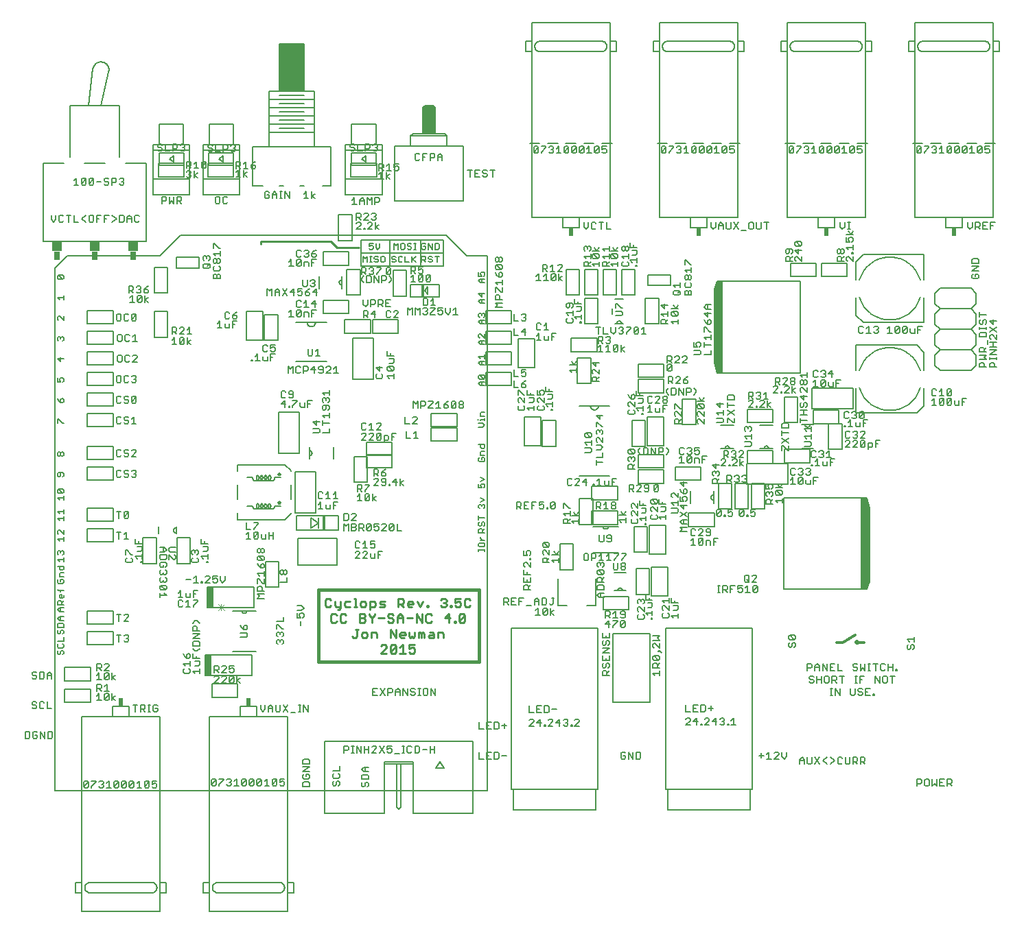
<source format=gto>
G75*
%MOIN*%
%OFA0B0*%
%FSLAX24Y24*%
%IPPOS*%
%LPD*%
%AMOC8*
5,1,8,0,0,1.08239X$1,22.5*
%
%ADD10C,0.0070*%
%ADD11C,0.0120*%
%ADD12C,0.0090*%
%ADD13C,0.0160*%
%ADD14C,0.0100*%
%ADD15C,0.0060*%
%ADD16C,0.0080*%
%ADD17C,0.0050*%
%ADD18R,0.0200X0.0400*%
%ADD19C,0.0030*%
%ADD20R,0.0250X0.1000*%
%ADD21R,0.1200X0.2300*%
%ADD22R,0.0500X0.0500*%
%ADD23R,0.0300X0.0400*%
%ADD24R,0.0125X0.0750*%
%ADD25R,0.0125X0.0600*%
D10*
X007592Y008530D02*
X007757Y008530D01*
X007812Y008585D01*
X007812Y008805D01*
X007757Y008860D01*
X007592Y008860D01*
X007592Y008530D01*
X007960Y008585D02*
X008015Y008530D01*
X008125Y008530D01*
X008180Y008585D01*
X008180Y008695D01*
X008070Y008695D01*
X007960Y008805D02*
X007960Y008585D01*
X007960Y008805D02*
X008015Y008860D01*
X008125Y008860D01*
X008180Y008805D01*
X008328Y008860D02*
X008548Y008530D01*
X008548Y008860D01*
X008697Y008860D02*
X008862Y008860D01*
X008917Y008805D01*
X008917Y008585D01*
X008862Y008530D01*
X008697Y008530D01*
X008697Y008860D01*
X008328Y008860D02*
X008328Y008530D01*
X008349Y009980D02*
X008459Y009980D01*
X008514Y010035D01*
X008662Y009980D02*
X008883Y009980D01*
X008662Y009980D02*
X008662Y010310D01*
X008514Y010255D02*
X008459Y010310D01*
X008349Y010310D01*
X008294Y010255D01*
X008294Y010035D01*
X008349Y009980D01*
X008146Y010035D02*
X008091Y009980D01*
X007981Y009980D01*
X007926Y010035D01*
X007981Y010145D02*
X008091Y010145D01*
X008146Y010090D01*
X008146Y010035D01*
X007981Y010145D02*
X007926Y010200D01*
X007926Y010255D01*
X007981Y010310D01*
X008091Y010310D01*
X008146Y010255D01*
X008091Y011430D02*
X007981Y011430D01*
X007926Y011485D01*
X007981Y011595D02*
X008091Y011595D01*
X008146Y011540D01*
X008146Y011485D01*
X008091Y011430D01*
X007981Y011595D02*
X007926Y011650D01*
X007926Y011705D01*
X007981Y011760D01*
X008091Y011760D01*
X008146Y011705D01*
X008294Y011760D02*
X008459Y011760D01*
X008514Y011705D01*
X008514Y011485D01*
X008459Y011430D01*
X008294Y011430D01*
X008294Y011760D01*
X008662Y011650D02*
X008773Y011760D01*
X008883Y011650D01*
X008883Y011430D01*
X008883Y011595D02*
X008662Y011595D01*
X008662Y011650D02*
X008662Y011430D01*
X011078Y011380D02*
X011298Y011380D01*
X011188Y011380D02*
X011188Y011710D01*
X011078Y011600D01*
X011078Y011830D02*
X011078Y012160D01*
X011243Y012160D01*
X011298Y012105D01*
X011298Y011995D01*
X011243Y011940D01*
X011078Y011940D01*
X011188Y011940D02*
X011298Y011830D01*
X011447Y011830D02*
X011667Y012050D01*
X011667Y012105D01*
X011612Y012160D01*
X011502Y012160D01*
X011447Y012105D01*
X011447Y011830D02*
X011667Y011830D01*
X011612Y011710D02*
X011667Y011655D01*
X011447Y011435D01*
X011502Y011380D01*
X011612Y011380D01*
X011667Y011435D01*
X011667Y011655D01*
X011612Y011710D02*
X011502Y011710D01*
X011447Y011655D01*
X011447Y011435D01*
X011557Y011160D02*
X011557Y010830D01*
X011447Y010830D02*
X011667Y010830D01*
X011612Y010710D02*
X011667Y010655D01*
X011447Y010435D01*
X011502Y010380D01*
X011612Y010380D01*
X011667Y010435D01*
X011667Y010655D01*
X011612Y010710D02*
X011502Y010710D01*
X011447Y010655D01*
X011447Y010435D01*
X011298Y010380D02*
X011078Y010380D01*
X011188Y010380D02*
X011188Y010710D01*
X011078Y010600D01*
X011078Y010830D02*
X011078Y011160D01*
X011243Y011160D01*
X011298Y011105D01*
X011298Y010995D01*
X011243Y010940D01*
X011078Y010940D01*
X011188Y010940D02*
X011298Y010830D01*
X011447Y011050D02*
X011557Y011160D01*
X011815Y011380D02*
X011815Y011710D01*
X011980Y011600D02*
X011815Y011490D01*
X011980Y011380D01*
X011815Y010710D02*
X011815Y010380D01*
X011815Y010490D02*
X011980Y010600D01*
X011815Y010490D02*
X011980Y010380D01*
X012828Y010160D02*
X013048Y010160D01*
X012938Y010160D02*
X012938Y009830D01*
X013197Y009830D02*
X013197Y010160D01*
X013362Y010160D01*
X013417Y010105D01*
X013417Y009995D01*
X013362Y009940D01*
X013197Y009940D01*
X013307Y009940D02*
X013417Y009830D01*
X013565Y009830D02*
X013675Y009830D01*
X013620Y009830D02*
X013620Y010160D01*
X013565Y010160D02*
X013675Y010160D01*
X013810Y010105D02*
X013810Y009885D01*
X013866Y009830D01*
X013976Y009830D01*
X014031Y009885D01*
X014031Y009995D01*
X013921Y009995D01*
X014031Y010105D02*
X013976Y010160D01*
X013866Y010160D01*
X013810Y010105D01*
X015333Y011683D02*
X015553Y011683D01*
X015608Y011738D01*
X015608Y011848D01*
X015553Y011903D01*
X015608Y012051D02*
X015608Y012271D01*
X015608Y012161D02*
X015278Y012161D01*
X015388Y012051D01*
X015333Y011903D02*
X015278Y011848D01*
X015278Y011738D01*
X015333Y011683D01*
X015728Y011793D02*
X016058Y011793D01*
X016058Y011683D02*
X016058Y011903D01*
X016003Y012051D02*
X016058Y012106D01*
X016058Y012271D01*
X015838Y012271D01*
X015893Y012419D02*
X015893Y012529D01*
X016058Y012419D02*
X015728Y012419D01*
X015728Y012640D01*
X015608Y012585D02*
X015553Y012640D01*
X015498Y012640D01*
X015443Y012585D01*
X015443Y012419D01*
X015553Y012419D01*
X015608Y012474D01*
X015608Y012585D01*
X015443Y012419D02*
X015333Y012529D01*
X015278Y012640D01*
X015728Y012890D02*
X015838Y012780D01*
X015948Y012780D01*
X016058Y012890D01*
X016058Y013026D02*
X016058Y013191D01*
X016003Y013246D01*
X015783Y013246D01*
X015728Y013191D01*
X015728Y013026D01*
X016058Y013026D01*
X016058Y013394D02*
X015728Y013394D01*
X016058Y013614D01*
X015728Y013614D01*
X015728Y013762D02*
X015728Y013927D01*
X015783Y013982D01*
X015893Y013982D01*
X015948Y013927D01*
X015948Y013762D01*
X016058Y013762D02*
X015728Y013762D01*
X015728Y014130D02*
X015838Y014241D01*
X015948Y014241D01*
X016058Y014130D01*
X015763Y014927D02*
X015763Y014982D01*
X015983Y015202D01*
X015983Y015258D01*
X015763Y015258D01*
X015763Y015377D02*
X015763Y015708D01*
X015983Y015708D01*
X015873Y015542D02*
X015763Y015542D01*
X015615Y015597D02*
X015615Y015377D01*
X015449Y015377D01*
X015394Y015432D01*
X015394Y015597D01*
X015246Y015377D02*
X015026Y015377D01*
X015136Y015377D02*
X015136Y015708D01*
X015026Y015597D01*
X015081Y015258D02*
X015026Y015202D01*
X015026Y014982D01*
X015081Y014927D01*
X015191Y014927D01*
X015246Y014982D01*
X015394Y014927D02*
X015615Y014927D01*
X015505Y014927D02*
X015505Y015258D01*
X015394Y015147D01*
X015246Y015202D02*
X015191Y015258D01*
X015081Y015258D01*
X014459Y015490D02*
X014128Y015490D01*
X014128Y015600D02*
X014128Y015380D01*
X014348Y015600D02*
X014459Y015490D01*
X014404Y015748D02*
X014183Y015968D01*
X014128Y015913D01*
X014128Y015803D01*
X014183Y015748D01*
X014404Y015748D01*
X014459Y015803D01*
X014459Y015913D01*
X014404Y015968D01*
X014183Y015968D01*
X014183Y016117D02*
X014128Y016172D01*
X014128Y016282D01*
X014183Y016337D01*
X014183Y016485D02*
X014128Y016540D01*
X014128Y016650D01*
X014183Y016705D01*
X014183Y016853D02*
X014293Y016853D01*
X014293Y016963D01*
X014183Y016853D02*
X014128Y016908D01*
X014128Y017018D01*
X014183Y017073D01*
X014404Y017073D01*
X014459Y017018D01*
X014459Y016908D01*
X014404Y016853D01*
X014404Y016705D02*
X014459Y016650D01*
X014459Y016540D01*
X014404Y016485D01*
X014348Y016485D01*
X014293Y016540D01*
X014238Y016485D01*
X014183Y016485D01*
X014293Y016540D02*
X014293Y016595D01*
X014404Y016337D02*
X014459Y016282D01*
X014459Y016172D01*
X014404Y016117D01*
X014348Y016117D01*
X014293Y016172D01*
X014238Y016117D01*
X014183Y016117D01*
X014293Y016172D02*
X014293Y016227D01*
X014183Y017221D02*
X014128Y017277D01*
X014128Y017442D01*
X014459Y017442D01*
X014459Y017277D01*
X014404Y017221D01*
X014183Y017221D01*
X014128Y017590D02*
X014348Y017590D01*
X014459Y017700D01*
X014348Y017810D01*
X014128Y017810D01*
X014293Y017810D02*
X014293Y017590D01*
X014578Y017645D02*
X014633Y017590D01*
X014909Y017590D01*
X014854Y017442D02*
X014909Y017387D01*
X014909Y017277D01*
X014854Y017221D01*
X014798Y017221D01*
X014578Y017442D01*
X014578Y017221D01*
X014578Y017645D02*
X014578Y017755D01*
X014633Y017810D01*
X014909Y017810D01*
X015678Y017613D02*
X015678Y017503D01*
X015733Y017448D01*
X015733Y017300D02*
X015678Y017245D01*
X015678Y017135D01*
X015733Y017080D01*
X015953Y017080D01*
X016008Y017135D01*
X016008Y017245D01*
X015953Y017300D01*
X015953Y017448D02*
X016008Y017503D01*
X016008Y017613D01*
X015953Y017669D01*
X015898Y017669D01*
X015843Y017613D01*
X015843Y017558D01*
X015843Y017613D02*
X015788Y017669D01*
X015733Y017669D01*
X015678Y017613D01*
X016128Y017374D02*
X016458Y017374D01*
X016458Y017264D02*
X016458Y017484D01*
X016403Y017632D02*
X016458Y017688D01*
X016458Y017853D01*
X016238Y017853D01*
X016293Y018001D02*
X016293Y018111D01*
X016128Y018001D02*
X016128Y018221D01*
X016128Y018001D02*
X016458Y018001D01*
X016403Y017632D02*
X016238Y017632D01*
X016128Y017374D02*
X016238Y017264D01*
X016403Y017135D02*
X016458Y017135D01*
X016458Y017080D01*
X016403Y017080D01*
X016403Y017135D01*
X016393Y016426D02*
X016338Y016371D01*
X016393Y016426D02*
X016504Y016426D01*
X016559Y016371D01*
X016559Y016316D01*
X016338Y016095D01*
X016559Y016095D01*
X016707Y016150D02*
X016762Y016095D01*
X016872Y016095D01*
X016927Y016150D01*
X016927Y016261D01*
X016872Y016316D01*
X016817Y016316D01*
X016707Y016261D01*
X016707Y016426D01*
X016927Y016426D01*
X017075Y016426D02*
X017075Y016205D01*
X017185Y016095D01*
X017295Y016205D01*
X017295Y016426D01*
X016209Y016150D02*
X016209Y016095D01*
X016154Y016095D01*
X016154Y016150D01*
X016209Y016150D01*
X016006Y016095D02*
X015786Y016095D01*
X015896Y016095D02*
X015896Y016426D01*
X015786Y016316D01*
X015638Y016261D02*
X015418Y016261D01*
X013258Y017080D02*
X013258Y017135D01*
X013203Y017135D01*
X013203Y017080D01*
X013258Y017080D01*
X013258Y017264D02*
X013258Y017484D01*
X013258Y017374D02*
X012928Y017374D01*
X013038Y017264D01*
X012808Y017245D02*
X012753Y017300D01*
X012808Y017245D02*
X012808Y017135D01*
X012753Y017080D01*
X012533Y017080D01*
X012478Y017135D01*
X012478Y017245D01*
X012533Y017300D01*
X012478Y017448D02*
X012478Y017669D01*
X012533Y017669D01*
X012753Y017448D01*
X012808Y017448D01*
X013038Y017632D02*
X013203Y017632D01*
X013258Y017688D01*
X013258Y017853D01*
X013038Y017853D01*
X013093Y018001D02*
X013093Y018111D01*
X012928Y018001D02*
X012928Y018221D01*
X012928Y018001D02*
X013258Y018001D01*
X012617Y018230D02*
X012397Y018230D01*
X012507Y018230D02*
X012507Y018560D01*
X012397Y018450D01*
X012248Y018560D02*
X012028Y018560D01*
X012138Y018560D02*
X012138Y018230D01*
X012138Y019230D02*
X012138Y019560D01*
X012028Y019560D02*
X012248Y019560D01*
X012397Y019505D02*
X012452Y019560D01*
X012562Y019560D01*
X012617Y019505D01*
X012397Y019285D01*
X012452Y019230D01*
X012562Y019230D01*
X012617Y019285D01*
X012617Y019505D01*
X012397Y019505D02*
X012397Y019285D01*
X012452Y021230D02*
X012397Y021285D01*
X012452Y021230D02*
X012562Y021230D01*
X012617Y021285D01*
X012617Y021340D01*
X012562Y021395D01*
X012452Y021395D01*
X012397Y021450D01*
X012397Y021505D01*
X012452Y021560D01*
X012562Y021560D01*
X012617Y021505D01*
X012765Y021505D02*
X012820Y021560D01*
X012930Y021560D01*
X012985Y021505D01*
X012985Y021450D01*
X012930Y021395D01*
X012985Y021340D01*
X012985Y021285D01*
X012930Y021230D01*
X012820Y021230D01*
X012765Y021285D01*
X012875Y021395D02*
X012930Y021395D01*
X012248Y021285D02*
X012193Y021230D01*
X012083Y021230D01*
X012028Y021285D01*
X012028Y021505D01*
X012083Y021560D01*
X012193Y021560D01*
X012248Y021505D01*
X012193Y022230D02*
X012248Y022285D01*
X012193Y022230D02*
X012083Y022230D01*
X012028Y022285D01*
X012028Y022505D01*
X012083Y022560D01*
X012193Y022560D01*
X012248Y022505D01*
X012397Y022505D02*
X012397Y022450D01*
X012452Y022395D01*
X012562Y022395D01*
X012617Y022340D01*
X012617Y022285D01*
X012562Y022230D01*
X012452Y022230D01*
X012397Y022285D01*
X012397Y022505D02*
X012452Y022560D01*
X012562Y022560D01*
X012617Y022505D01*
X012765Y022505D02*
X012820Y022560D01*
X012930Y022560D01*
X012985Y022505D01*
X012985Y022450D01*
X012765Y022230D01*
X012985Y022230D01*
X012985Y023830D02*
X012765Y023830D01*
X012875Y023830D02*
X012875Y024160D01*
X012765Y024050D01*
X012617Y024105D02*
X012562Y024160D01*
X012452Y024160D01*
X012397Y024105D01*
X012397Y024050D01*
X012452Y023995D01*
X012562Y023995D01*
X012617Y023940D01*
X012617Y023885D01*
X012562Y023830D01*
X012452Y023830D01*
X012397Y023885D01*
X012248Y023885D02*
X012193Y023830D01*
X012083Y023830D01*
X012028Y023885D01*
X012028Y024105D01*
X012083Y024160D01*
X012193Y024160D01*
X012248Y024105D01*
X012193Y024830D02*
X012248Y024885D01*
X012193Y024830D02*
X012083Y024830D01*
X012028Y024885D01*
X012028Y025105D01*
X012083Y025160D01*
X012193Y025160D01*
X012248Y025105D01*
X012397Y025105D02*
X012397Y025050D01*
X012452Y024995D01*
X012562Y024995D01*
X012617Y024940D01*
X012617Y024885D01*
X012562Y024830D01*
X012452Y024830D01*
X012397Y024885D01*
X012397Y025105D02*
X012452Y025160D01*
X012562Y025160D01*
X012617Y025105D01*
X012765Y025105D02*
X012820Y025160D01*
X012930Y025160D01*
X012985Y025105D01*
X012765Y024885D01*
X012820Y024830D01*
X012930Y024830D01*
X012985Y024885D01*
X012985Y025105D01*
X012765Y025105D02*
X012765Y024885D01*
X012820Y025830D02*
X012765Y025885D01*
X012820Y025830D02*
X012930Y025830D01*
X012985Y025885D01*
X012985Y025940D01*
X012930Y025995D01*
X012875Y025995D01*
X012930Y025995D02*
X012985Y026050D01*
X012985Y026105D01*
X012930Y026160D01*
X012820Y026160D01*
X012765Y026105D01*
X012617Y026105D02*
X012562Y026160D01*
X012452Y026160D01*
X012397Y026105D01*
X012397Y025885D01*
X012452Y025830D01*
X012562Y025830D01*
X012617Y025885D01*
X012248Y025885D02*
X012248Y026105D01*
X012193Y026160D01*
X012083Y026160D01*
X012028Y026105D01*
X012028Y025885D01*
X012083Y025830D01*
X012193Y025830D01*
X012248Y025885D01*
X012243Y026830D02*
X012298Y026885D01*
X012298Y027105D01*
X012243Y027160D01*
X012133Y027160D01*
X012078Y027105D01*
X012078Y026885D01*
X012133Y026830D01*
X012243Y026830D01*
X012447Y026885D02*
X012447Y027105D01*
X012502Y027160D01*
X012612Y027160D01*
X012667Y027105D01*
X012815Y027105D02*
X012870Y027160D01*
X012980Y027160D01*
X013035Y027105D01*
X013035Y027050D01*
X012815Y026830D01*
X013035Y026830D01*
X012667Y026885D02*
X012612Y026830D01*
X012502Y026830D01*
X012447Y026885D01*
X012502Y027830D02*
X012612Y027830D01*
X012667Y027885D01*
X012815Y027830D02*
X013035Y027830D01*
X012925Y027830D02*
X012925Y028160D01*
X012815Y028050D01*
X012667Y028105D02*
X012612Y028160D01*
X012502Y028160D01*
X012447Y028105D01*
X012447Y027885D01*
X012502Y027830D01*
X012298Y027885D02*
X012298Y028105D01*
X012243Y028160D01*
X012133Y028160D01*
X012078Y028105D01*
X012078Y027885D01*
X012133Y027830D01*
X012243Y027830D01*
X012298Y027885D01*
X012193Y028830D02*
X012248Y028885D01*
X012248Y029105D01*
X012193Y029160D01*
X012083Y029160D01*
X012028Y029105D01*
X012028Y028885D01*
X012083Y028830D01*
X012193Y028830D01*
X012397Y028885D02*
X012452Y028830D01*
X012562Y028830D01*
X012617Y028885D01*
X012765Y028885D02*
X012985Y029105D01*
X012985Y028885D01*
X012930Y028830D01*
X012820Y028830D01*
X012765Y028885D01*
X012765Y029105D01*
X012820Y029160D01*
X012930Y029160D01*
X012985Y029105D01*
X012617Y029105D02*
X012562Y029160D01*
X012452Y029160D01*
X012397Y029105D01*
X012397Y028885D01*
X012685Y029730D02*
X012905Y029730D01*
X012795Y029730D02*
X012795Y030060D01*
X012685Y029950D01*
X012623Y030180D02*
X012623Y030510D01*
X012789Y030510D01*
X012844Y030455D01*
X012844Y030345D01*
X012789Y030290D01*
X012623Y030290D01*
X012733Y030290D02*
X012844Y030180D01*
X012992Y030235D02*
X013047Y030180D01*
X013157Y030180D01*
X013212Y030235D01*
X013212Y030290D01*
X013157Y030345D01*
X013102Y030345D01*
X013157Y030345D02*
X013212Y030400D01*
X013212Y030455D01*
X013157Y030510D01*
X013047Y030510D01*
X012992Y030455D01*
X013360Y030345D02*
X013360Y030235D01*
X013415Y030180D01*
X013525Y030180D01*
X013580Y030235D01*
X013580Y030290D01*
X013525Y030345D01*
X013360Y030345D01*
X013470Y030455D01*
X013580Y030510D01*
X013421Y030060D02*
X013421Y029730D01*
X013421Y029840D02*
X013587Y029950D01*
X013421Y029840D02*
X013587Y029730D01*
X013273Y029785D02*
X013273Y030005D01*
X013053Y029785D01*
X013108Y029730D01*
X013218Y029730D01*
X013273Y029785D01*
X013053Y029785D02*
X013053Y030005D01*
X013108Y030060D01*
X013218Y030060D01*
X013273Y030005D01*
X014728Y028510D02*
X014893Y028510D01*
X014948Y028455D01*
X014948Y028345D01*
X014893Y028290D01*
X014728Y028290D01*
X014728Y028180D02*
X014728Y028510D01*
X014838Y028290D02*
X014948Y028180D01*
X015097Y028180D02*
X015317Y028400D01*
X015317Y028455D01*
X015262Y028510D01*
X015152Y028510D01*
X015097Y028455D01*
X015097Y028180D02*
X015317Y028180D01*
X015465Y028180D02*
X015685Y028180D01*
X015575Y028180D02*
X015575Y028510D01*
X015465Y028400D01*
X015465Y028010D02*
X015465Y027680D01*
X015465Y027790D02*
X015630Y027900D01*
X015465Y027790D02*
X015630Y027680D01*
X015317Y027735D02*
X015262Y027680D01*
X015152Y027680D01*
X015097Y027735D01*
X015317Y027955D01*
X015317Y027735D01*
X015317Y027955D02*
X015262Y028010D01*
X015152Y028010D01*
X015097Y027955D01*
X015097Y027735D01*
X014948Y027680D02*
X014728Y027680D01*
X014838Y027680D02*
X014838Y028010D01*
X014728Y027900D01*
X016923Y028477D02*
X017144Y028477D01*
X017033Y028477D02*
X017033Y028808D01*
X016923Y028697D01*
X017292Y028697D02*
X017292Y028532D01*
X017347Y028477D01*
X017512Y028477D01*
X017512Y028697D01*
X017660Y028642D02*
X017770Y028642D01*
X017660Y028477D02*
X017660Y028808D01*
X017880Y028808D01*
X017825Y028927D02*
X017880Y028982D01*
X017880Y029037D01*
X017825Y029092D01*
X017660Y029092D01*
X017660Y028982D01*
X017715Y028927D01*
X017825Y028927D01*
X017660Y029092D02*
X017770Y029202D01*
X017880Y029258D01*
X017512Y029202D02*
X017457Y029258D01*
X017347Y029258D01*
X017292Y029202D01*
X017292Y028982D01*
X017347Y028927D01*
X017457Y028927D01*
X017512Y028982D01*
X019142Y027602D02*
X019142Y027382D01*
X019197Y027327D01*
X019307Y027327D01*
X019362Y027382D01*
X019510Y027382D02*
X019565Y027327D01*
X019675Y027327D01*
X019730Y027382D01*
X019730Y027492D01*
X019675Y027547D01*
X019620Y027547D01*
X019510Y027492D01*
X019510Y027658D01*
X019730Y027658D01*
X019362Y027602D02*
X019307Y027658D01*
X019197Y027658D01*
X019142Y027602D01*
X018883Y027208D02*
X018883Y026877D01*
X018773Y026877D02*
X018994Y026877D01*
X019142Y026932D02*
X019197Y026877D01*
X019362Y026877D01*
X019362Y027097D01*
X019510Y027042D02*
X019620Y027042D01*
X019510Y026877D02*
X019510Y027208D01*
X019730Y027208D01*
X019142Y027097D02*
X019142Y026932D01*
X018883Y027208D02*
X018773Y027097D01*
X018644Y026932D02*
X018644Y026877D01*
X018589Y026877D01*
X018589Y026932D01*
X018644Y026932D01*
X020083Y025410D02*
X020028Y025355D01*
X020028Y025135D01*
X020083Y025080D01*
X020193Y025080D01*
X020248Y025135D01*
X020397Y025135D02*
X020452Y025080D01*
X020562Y025080D01*
X020617Y025135D01*
X020617Y025355D01*
X020562Y025410D01*
X020452Y025410D01*
X020397Y025355D01*
X020397Y025300D01*
X020452Y025245D01*
X020617Y025245D01*
X020581Y024960D02*
X020801Y024960D01*
X020801Y024905D01*
X020581Y024685D01*
X020581Y024630D01*
X020452Y024630D02*
X020397Y024630D01*
X020397Y024685D01*
X020452Y024685D01*
X020452Y024630D01*
X020193Y024630D02*
X020193Y024960D01*
X020028Y024795D01*
X020248Y024795D01*
X020248Y025355D02*
X020193Y025410D01*
X020083Y025410D01*
X020378Y026280D02*
X020378Y026610D01*
X020488Y026500D01*
X020598Y026610D01*
X020598Y026280D01*
X020747Y026335D02*
X020802Y026280D01*
X020912Y026280D01*
X020967Y026335D01*
X021115Y026280D02*
X021115Y026610D01*
X021280Y026610D01*
X021335Y026555D01*
X021335Y026445D01*
X021280Y026390D01*
X021115Y026390D01*
X020967Y026555D02*
X020912Y026610D01*
X020802Y026610D01*
X020747Y026555D01*
X020747Y026335D01*
X021483Y026445D02*
X021703Y026445D01*
X021852Y026500D02*
X021907Y026445D01*
X022072Y026445D01*
X022072Y026335D02*
X022072Y026555D01*
X022017Y026610D01*
X021907Y026610D01*
X021852Y026555D01*
X021852Y026500D01*
X021852Y026335D02*
X021907Y026280D01*
X022017Y026280D01*
X022072Y026335D01*
X022220Y026280D02*
X022440Y026500D01*
X022440Y026555D01*
X022385Y026610D01*
X022275Y026610D01*
X022220Y026555D01*
X022220Y026280D02*
X022440Y026280D01*
X022588Y026280D02*
X022808Y026280D01*
X022698Y026280D02*
X022698Y026610D01*
X022588Y026500D01*
X021648Y026610D02*
X021483Y026445D01*
X021648Y026280D02*
X021648Y026610D01*
X021697Y027130D02*
X021917Y027130D01*
X021807Y027130D02*
X021807Y027460D01*
X021697Y027350D01*
X021548Y027460D02*
X021548Y027185D01*
X021493Y027130D01*
X021383Y027130D01*
X021328Y027185D01*
X021328Y027460D01*
X021362Y029030D02*
X021362Y029195D01*
X021307Y029250D01*
X021142Y029250D01*
X021142Y029030D01*
X020994Y029085D02*
X020939Y029030D01*
X020828Y029030D01*
X020773Y029085D01*
X020994Y029305D01*
X020994Y029085D01*
X020994Y029305D02*
X020939Y029360D01*
X020828Y029360D01*
X020773Y029305D01*
X020773Y029085D01*
X020625Y029030D02*
X020405Y029030D01*
X020515Y029030D02*
X020515Y029360D01*
X020405Y029250D01*
X020773Y029535D02*
X020828Y029480D01*
X020939Y029480D01*
X020994Y029535D01*
X021142Y029480D02*
X021362Y029480D01*
X021252Y029480D02*
X021252Y029810D01*
X021142Y029700D01*
X020994Y029755D02*
X020939Y029810D01*
X020828Y029810D01*
X020773Y029755D01*
X020773Y029535D01*
X020883Y030052D02*
X020828Y030107D01*
X020883Y030052D02*
X020993Y030052D01*
X021048Y030107D01*
X021048Y030218D01*
X020993Y030273D01*
X020938Y030273D01*
X020828Y030218D01*
X020828Y030383D01*
X021048Y030383D01*
X021128Y030489D02*
X021238Y030489D01*
X021293Y030544D01*
X021293Y030820D01*
X021441Y030765D02*
X021496Y030820D01*
X021606Y030820D01*
X021661Y030765D01*
X021661Y030710D01*
X021606Y030655D01*
X021661Y030600D01*
X021661Y030544D01*
X021606Y030489D01*
X021496Y030489D01*
X021441Y030544D01*
X021551Y030655D02*
X021606Y030655D01*
X021730Y030383D02*
X021565Y030218D01*
X021785Y030218D01*
X021730Y030383D02*
X021730Y030052D01*
X021675Y029810D02*
X021510Y029645D01*
X021730Y029645D01*
X021675Y029480D02*
X021675Y029810D01*
X021417Y030107D02*
X021417Y030163D01*
X021362Y030218D01*
X021196Y030218D01*
X021196Y030107D01*
X021251Y030052D01*
X021362Y030052D01*
X021417Y030107D01*
X021306Y030328D02*
X021196Y030218D01*
X021306Y030328D02*
X021417Y030383D01*
X021128Y030489D02*
X021073Y030544D01*
X021073Y030820D01*
X020625Y030383D02*
X020460Y030218D01*
X020680Y030218D01*
X020625Y030383D02*
X020625Y030052D01*
X020312Y030052D02*
X020091Y030383D01*
X019943Y030273D02*
X019833Y030383D01*
X019723Y030273D01*
X019723Y030052D01*
X019575Y030052D02*
X019575Y030383D01*
X019465Y030273D01*
X019355Y030383D01*
X019355Y030052D01*
X019723Y030218D02*
X019943Y030218D01*
X019943Y030273D02*
X019943Y030052D01*
X020091Y030052D02*
X020312Y030383D01*
X020405Y031480D02*
X020625Y031480D01*
X020515Y031480D02*
X020515Y031810D01*
X020405Y031700D01*
X020773Y031755D02*
X020773Y031535D01*
X020994Y031755D01*
X020994Y031535D01*
X020939Y031480D01*
X020828Y031480D01*
X020773Y031535D01*
X020773Y031755D02*
X020828Y031810D01*
X020939Y031810D01*
X020994Y031755D01*
X021142Y031700D02*
X021307Y031700D01*
X021362Y031645D01*
X021362Y031480D01*
X021510Y031480D02*
X021510Y031810D01*
X021730Y031810D01*
X021675Y031930D02*
X021730Y031985D01*
X021730Y032040D01*
X021675Y032095D01*
X021510Y032095D01*
X021510Y031985D01*
X021565Y031930D01*
X021675Y031930D01*
X021510Y032095D02*
X021620Y032205D01*
X021730Y032260D01*
X021362Y032205D02*
X021362Y032150D01*
X021307Y032095D01*
X021362Y032040D01*
X021362Y031985D01*
X021307Y031930D01*
X021197Y031930D01*
X021142Y031985D01*
X020994Y031985D02*
X020939Y031930D01*
X020828Y031930D01*
X020773Y031985D01*
X020773Y032205D01*
X020828Y032260D01*
X020939Y032260D01*
X020994Y032205D01*
X021142Y032205D02*
X021197Y032260D01*
X021307Y032260D01*
X021362Y032205D01*
X021307Y032095D02*
X021252Y032095D01*
X021142Y031700D02*
X021142Y031480D01*
X021510Y031645D02*
X021620Y031645D01*
X023928Y031410D02*
X023928Y031080D01*
X023928Y031190D02*
X024093Y031190D01*
X024148Y031245D01*
X024148Y031355D01*
X024093Y031410D01*
X023928Y031410D01*
X024038Y031190D02*
X024148Y031080D01*
X024174Y031010D02*
X024339Y031010D01*
X024394Y030955D01*
X024394Y030735D01*
X024339Y030680D01*
X024174Y030680D01*
X024174Y031010D01*
X024038Y031010D02*
X023928Y030900D01*
X023928Y030790D01*
X024038Y030680D01*
X024542Y030680D02*
X024542Y031010D01*
X024762Y030680D01*
X024762Y031010D01*
X024665Y031080D02*
X024665Y031135D01*
X024885Y031355D01*
X024885Y031410D01*
X024665Y031410D01*
X024517Y031355D02*
X024517Y031300D01*
X024462Y031245D01*
X024517Y031190D01*
X024517Y031135D01*
X024462Y031080D01*
X024352Y031080D01*
X024297Y031135D01*
X024407Y031245D02*
X024462Y031245D01*
X024517Y031355D02*
X024462Y031410D01*
X024352Y031410D01*
X024297Y031355D01*
X024910Y031010D02*
X024910Y030680D01*
X024910Y030790D02*
X025076Y030790D01*
X025131Y030845D01*
X025131Y030955D01*
X025076Y031010D01*
X024910Y031010D01*
X025128Y031135D02*
X025348Y031355D01*
X025348Y031135D01*
X025293Y031080D01*
X025183Y031080D01*
X025128Y031135D01*
X025128Y031355D01*
X025183Y031410D01*
X025293Y031410D01*
X025348Y031355D01*
X025279Y031010D02*
X025389Y030900D01*
X025389Y030790D01*
X025279Y030680D01*
X025338Y029845D02*
X025118Y029845D01*
X025118Y029515D01*
X025338Y029515D01*
X025228Y029680D02*
X025118Y029680D01*
X024970Y029680D02*
X024915Y029625D01*
X024750Y029625D01*
X024860Y029625D02*
X024970Y029515D01*
X024970Y029680D02*
X024970Y029790D01*
X024915Y029845D01*
X024750Y029845D01*
X024750Y029515D01*
X024602Y029680D02*
X024547Y029625D01*
X024382Y029625D01*
X024382Y029515D02*
X024382Y029845D01*
X024547Y029845D01*
X024602Y029790D01*
X024602Y029680D01*
X024562Y029313D02*
X024397Y029148D01*
X024617Y029148D01*
X024562Y028983D02*
X024562Y029313D01*
X024248Y029258D02*
X024248Y029148D01*
X024193Y029093D01*
X024028Y029093D01*
X024028Y028983D02*
X024028Y029313D01*
X024193Y029313D01*
X024248Y029258D01*
X024138Y029093D02*
X024248Y028983D01*
X024123Y029515D02*
X024233Y029625D01*
X024233Y029845D01*
X024013Y029845D02*
X024013Y029625D01*
X024123Y029515D01*
X025128Y029258D02*
X025128Y029038D01*
X025183Y028983D01*
X025293Y028983D01*
X025348Y029038D01*
X025497Y028983D02*
X025717Y029203D01*
X025717Y029258D01*
X025662Y029313D01*
X025552Y029313D01*
X025497Y029258D01*
X025348Y029258D02*
X025293Y029313D01*
X025183Y029313D01*
X025128Y029258D01*
X025497Y028983D02*
X025717Y028983D01*
X026178Y029130D02*
X026178Y029460D01*
X026288Y029350D01*
X026398Y029460D01*
X026398Y029130D01*
X026547Y029130D02*
X026547Y029460D01*
X026657Y029350D01*
X026767Y029460D01*
X026767Y029130D01*
X026915Y029185D02*
X026970Y029130D01*
X027080Y029130D01*
X027135Y029185D01*
X027135Y029240D01*
X027080Y029295D01*
X027025Y029295D01*
X027080Y029295D02*
X027135Y029350D01*
X027135Y029405D01*
X027080Y029460D01*
X026970Y029460D01*
X026915Y029405D01*
X026928Y029580D02*
X027093Y029580D01*
X027148Y029635D01*
X027148Y029855D01*
X027093Y029910D01*
X026928Y029910D01*
X026928Y029580D01*
X027297Y029580D02*
X027517Y029580D01*
X027407Y029580D02*
X027407Y029910D01*
X027297Y029800D01*
X027283Y029460D02*
X027503Y029460D01*
X027503Y029405D01*
X027283Y029185D01*
X027283Y029130D01*
X027503Y029130D01*
X027652Y029185D02*
X027707Y029130D01*
X027817Y029130D01*
X027872Y029185D01*
X027872Y029295D01*
X027817Y029350D01*
X027762Y029350D01*
X027652Y029295D01*
X027652Y029460D01*
X027872Y029460D01*
X028020Y029460D02*
X028020Y029240D01*
X028130Y029130D01*
X028240Y029240D01*
X028240Y029460D01*
X028388Y029350D02*
X028498Y029460D01*
X028498Y029130D01*
X028388Y029130D02*
X028608Y029130D01*
X030428Y029480D02*
X030538Y029590D01*
X030428Y029700D01*
X030758Y029700D01*
X030758Y029848D02*
X030428Y029848D01*
X030428Y030013D01*
X030483Y030069D01*
X030593Y030069D01*
X030648Y030013D01*
X030648Y029848D01*
X030703Y030217D02*
X030758Y030217D01*
X030758Y030437D01*
X030758Y030585D02*
X030758Y030805D01*
X030758Y030695D02*
X030428Y030695D01*
X030538Y030585D01*
X030483Y030437D02*
X030703Y030217D01*
X030428Y030217D02*
X030428Y030437D01*
X030483Y030437D01*
X030593Y030953D02*
X030483Y031063D01*
X030428Y031173D01*
X030483Y031322D02*
X030428Y031377D01*
X030428Y031487D01*
X030483Y031542D01*
X030703Y031322D01*
X030758Y031377D01*
X030758Y031487D01*
X030703Y031542D01*
X030483Y031542D01*
X030483Y031690D02*
X030538Y031690D01*
X030593Y031745D01*
X030593Y031855D01*
X030648Y031910D01*
X030703Y031910D01*
X030758Y031855D01*
X030758Y031745D01*
X030703Y031690D01*
X030648Y031690D01*
X030593Y031745D01*
X030593Y031855D02*
X030538Y031910D01*
X030483Y031910D01*
X030428Y031855D01*
X030428Y031745D01*
X030483Y031690D01*
X030483Y031322D02*
X030703Y031322D01*
X030703Y031173D02*
X030648Y031173D01*
X030593Y031118D01*
X030593Y030953D01*
X030703Y030953D01*
X030758Y031008D01*
X030758Y031118D01*
X030703Y031173D01*
X030758Y029480D02*
X030428Y029480D01*
X031328Y029160D02*
X031328Y028830D01*
X031548Y028830D01*
X031697Y028885D02*
X031752Y028830D01*
X031862Y028830D01*
X031917Y028885D01*
X031917Y028940D01*
X031862Y028995D01*
X031807Y028995D01*
X031862Y028995D02*
X031917Y029050D01*
X031917Y029105D01*
X031862Y029160D01*
X031752Y029160D01*
X031697Y029105D01*
X031862Y028460D02*
X031697Y028295D01*
X031917Y028295D01*
X031862Y028130D02*
X031862Y028460D01*
X031548Y028130D02*
X031328Y028130D01*
X031328Y028460D01*
X032428Y028435D02*
X032483Y028380D01*
X032593Y028380D01*
X032648Y028435D01*
X032797Y028380D02*
X033017Y028380D01*
X032907Y028380D02*
X032907Y028710D01*
X032797Y028600D01*
X032648Y028655D02*
X032593Y028710D01*
X032483Y028710D01*
X032428Y028655D01*
X032428Y028435D01*
X032538Y028210D02*
X032538Y027880D01*
X032428Y027880D02*
X032648Y027880D01*
X032797Y027935D02*
X032852Y027880D01*
X033017Y027880D01*
X033017Y028100D01*
X033165Y028045D02*
X033275Y028045D01*
X033165Y027880D02*
X033165Y028210D01*
X033385Y028210D01*
X033933Y028730D02*
X034153Y028730D01*
X034208Y028785D01*
X034208Y028895D01*
X034153Y028950D01*
X034278Y029024D02*
X034608Y029024D01*
X034608Y028914D02*
X034608Y029134D01*
X034553Y029282D02*
X034608Y029338D01*
X034608Y029503D01*
X034388Y029503D01*
X034443Y029651D02*
X034443Y029761D01*
X034278Y029651D02*
X034278Y029871D01*
X034278Y029651D02*
X034608Y029651D01*
X034553Y029282D02*
X034388Y029282D01*
X034208Y029319D02*
X034208Y029098D01*
X034278Y029024D02*
X034388Y028914D01*
X034553Y028785D02*
X034608Y028785D01*
X034608Y028730D01*
X034553Y028730D01*
X034553Y028785D01*
X034208Y029208D02*
X033878Y029208D01*
X033988Y029098D01*
X033933Y028950D02*
X033878Y028895D01*
X033878Y028785D01*
X033933Y028730D01*
X033933Y029467D02*
X033988Y029467D01*
X034043Y029522D01*
X034043Y029687D01*
X034153Y029687D02*
X033933Y029687D01*
X033878Y029632D01*
X033878Y029522D01*
X033933Y029467D01*
X034153Y029467D02*
X034208Y029522D01*
X034208Y029632D01*
X034153Y029687D01*
X033687Y030780D02*
X033521Y030890D01*
X033687Y031000D01*
X033521Y031110D02*
X033521Y030780D01*
X033373Y030835D02*
X033318Y030780D01*
X033208Y030780D01*
X033153Y030835D01*
X033373Y031055D01*
X033373Y030835D01*
X033153Y030835D02*
X033153Y031055D01*
X033208Y031110D01*
X033318Y031110D01*
X033373Y031055D01*
X033312Y031230D02*
X033092Y031230D01*
X033202Y031230D02*
X033202Y031560D01*
X033092Y031450D01*
X032944Y031395D02*
X032889Y031340D01*
X032723Y031340D01*
X032723Y031230D02*
X032723Y031560D01*
X032889Y031560D01*
X032944Y031505D01*
X032944Y031395D01*
X032833Y031340D02*
X032944Y031230D01*
X032895Y031110D02*
X032895Y030780D01*
X032785Y030780D02*
X033005Y030780D01*
X032785Y031000D02*
X032895Y031110D01*
X032527Y031110D02*
X032527Y030780D01*
X032637Y030780D02*
X032416Y030780D01*
X032416Y031000D02*
X032527Y031110D01*
X033460Y031230D02*
X033680Y031450D01*
X033680Y031505D01*
X033625Y031560D01*
X033515Y031560D01*
X033460Y031505D01*
X033460Y031230D02*
X033680Y031230D01*
X034728Y031480D02*
X034728Y031645D01*
X034783Y031700D01*
X034893Y031700D01*
X034948Y031645D01*
X034948Y031480D01*
X034948Y031590D02*
X035058Y031700D01*
X035128Y031590D02*
X035458Y031590D01*
X035458Y031480D02*
X035458Y031700D01*
X035403Y031848D02*
X035183Y032069D01*
X035403Y032069D01*
X035458Y032013D01*
X035458Y031903D01*
X035403Y031848D01*
X035183Y031848D01*
X035128Y031903D01*
X035128Y032013D01*
X035183Y032069D01*
X035058Y032069D02*
X035058Y031848D01*
X035058Y031958D02*
X034728Y031958D01*
X034838Y031848D01*
X034783Y032217D02*
X034728Y032272D01*
X034728Y032382D01*
X034783Y032437D01*
X034838Y032437D01*
X034893Y032382D01*
X034948Y032437D01*
X035003Y032437D01*
X035058Y032382D01*
X035058Y032272D01*
X035003Y032217D01*
X035128Y032217D02*
X035458Y032217D01*
X035348Y032217D02*
X035238Y032382D01*
X035348Y032217D02*
X035458Y032382D01*
X035628Y032327D02*
X035958Y032327D01*
X035958Y032217D02*
X035958Y032437D01*
X036138Y032382D02*
X036248Y032217D01*
X036358Y032382D01*
X036358Y032217D02*
X036028Y032217D01*
X036083Y032069D02*
X036303Y031848D01*
X036358Y031903D01*
X036358Y032013D01*
X036303Y032069D01*
X036083Y032069D01*
X036028Y032013D01*
X036028Y031903D01*
X036083Y031848D01*
X036303Y031848D01*
X036358Y031700D02*
X036358Y031480D01*
X036358Y031590D02*
X036028Y031590D01*
X036138Y031480D01*
X035958Y031480D02*
X035628Y031480D01*
X035628Y031645D01*
X035683Y031700D01*
X035793Y031700D01*
X035848Y031645D01*
X035848Y031480D01*
X035848Y031590D02*
X035958Y031700D01*
X035958Y031848D02*
X035958Y032069D01*
X035958Y031958D02*
X035628Y031958D01*
X035738Y031848D01*
X035738Y032217D02*
X035628Y032327D01*
X034893Y032327D02*
X034893Y032382D01*
X035128Y031590D02*
X035238Y031480D01*
X035058Y031480D02*
X034728Y031480D01*
X036578Y031535D02*
X036633Y031480D01*
X036853Y031480D01*
X036908Y031535D01*
X036908Y031645D01*
X036853Y031700D01*
X036978Y031774D02*
X037088Y031664D01*
X036978Y031774D02*
X037308Y031774D01*
X037308Y031664D02*
X037308Y031884D01*
X037253Y032032D02*
X037308Y032088D01*
X037308Y032253D01*
X037088Y032253D01*
X037143Y032401D02*
X037143Y032511D01*
X036978Y032401D02*
X036978Y032621D01*
X036978Y032401D02*
X037308Y032401D01*
X037253Y032032D02*
X037088Y032032D01*
X036908Y032069D02*
X036908Y031848D01*
X036908Y031958D02*
X036578Y031958D01*
X036688Y031848D01*
X036633Y031700D02*
X036578Y031645D01*
X036578Y031535D01*
X037253Y031535D02*
X037308Y031535D01*
X037308Y031480D01*
X037253Y031480D01*
X037253Y031535D01*
X036853Y032217D02*
X036798Y032217D01*
X036743Y032272D01*
X036743Y032382D01*
X036798Y032437D01*
X036853Y032437D01*
X036908Y032382D01*
X036908Y032272D01*
X036853Y032217D01*
X036743Y032272D02*
X036688Y032217D01*
X036633Y032217D01*
X036578Y032272D01*
X036578Y032382D01*
X036633Y032437D01*
X036688Y032437D01*
X036743Y032382D01*
X036053Y033280D02*
X035833Y033280D01*
X035833Y033610D01*
X035685Y033610D02*
X035465Y033610D01*
X035575Y033610D02*
X035575Y033280D01*
X035317Y033335D02*
X035262Y033280D01*
X035152Y033280D01*
X035097Y033335D01*
X035097Y033555D01*
X035152Y033610D01*
X035262Y033610D01*
X035317Y033555D01*
X034948Y033610D02*
X034948Y033390D01*
X034838Y033280D01*
X034728Y033390D01*
X034728Y033610D01*
X034670Y036980D02*
X034560Y036980D01*
X034505Y037035D01*
X034725Y037255D01*
X034725Y037035D01*
X034670Y036980D01*
X034505Y037035D02*
X034505Y037255D01*
X034560Y037310D01*
X034670Y037310D01*
X034725Y037255D01*
X034873Y037200D02*
X034983Y037310D01*
X034983Y036980D01*
X034873Y036980D02*
X035094Y036980D01*
X035242Y037035D02*
X035462Y037255D01*
X035462Y037035D01*
X035407Y036980D01*
X035297Y036980D01*
X035242Y037035D01*
X035242Y037255D01*
X035297Y037310D01*
X035407Y037310D01*
X035462Y037255D01*
X035610Y037310D02*
X035610Y037145D01*
X035720Y037200D01*
X035775Y037200D01*
X035830Y037145D01*
X035830Y037035D01*
X035775Y036980D01*
X035665Y036980D01*
X035610Y037035D01*
X035610Y037310D02*
X035830Y037310D01*
X034357Y037255D02*
X034137Y037035D01*
X034192Y036980D01*
X034302Y036980D01*
X034357Y037035D01*
X034357Y037255D01*
X034302Y037310D01*
X034192Y037310D01*
X034137Y037255D01*
X034137Y037035D01*
X033989Y037035D02*
X033934Y036980D01*
X033823Y036980D01*
X033768Y037035D01*
X033989Y037255D01*
X033989Y037035D01*
X033989Y037255D02*
X033934Y037310D01*
X033823Y037310D01*
X033768Y037255D01*
X033768Y037035D01*
X033620Y036980D02*
X033400Y036980D01*
X033510Y036980D02*
X033510Y037310D01*
X033400Y037200D01*
X033252Y037200D02*
X033197Y037145D01*
X033252Y037090D01*
X033252Y037035D01*
X033197Y036980D01*
X033087Y036980D01*
X033032Y037035D01*
X033142Y037145D02*
X033197Y037145D01*
X033252Y037200D02*
X033252Y037255D01*
X033197Y037310D01*
X033087Y037310D01*
X033032Y037255D01*
X032884Y037255D02*
X032663Y037035D01*
X032663Y036980D01*
X032515Y037035D02*
X032460Y036980D01*
X032350Y036980D01*
X032295Y037035D01*
X032515Y037255D01*
X032515Y037035D01*
X032295Y037035D02*
X032295Y037255D01*
X032350Y037310D01*
X032460Y037310D01*
X032515Y037255D01*
X032663Y037310D02*
X032884Y037310D01*
X032884Y037255D01*
X030406Y036160D02*
X030186Y036160D01*
X030296Y036160D02*
X030296Y035830D01*
X030038Y035885D02*
X029983Y035830D01*
X029873Y035830D01*
X029818Y035885D01*
X029873Y035995D02*
X029983Y035995D01*
X030038Y035940D01*
X030038Y035885D01*
X029873Y035995D02*
X029818Y036050D01*
X029818Y036105D01*
X029873Y036160D01*
X029983Y036160D01*
X030038Y036105D01*
X029670Y036160D02*
X029449Y036160D01*
X029449Y035830D01*
X029670Y035830D01*
X029559Y035995D02*
X029449Y035995D01*
X029301Y036160D02*
X029081Y036160D01*
X029191Y036160D02*
X029191Y035830D01*
X027856Y036630D02*
X027856Y036850D01*
X027746Y036960D01*
X027636Y036850D01*
X027636Y036630D01*
X027636Y036795D02*
X027856Y036795D01*
X027488Y036795D02*
X027433Y036740D01*
X027268Y036740D01*
X027268Y036630D02*
X027268Y036960D01*
X027433Y036960D01*
X027488Y036905D01*
X027488Y036795D01*
X027120Y036960D02*
X026899Y036960D01*
X026899Y036630D01*
X026751Y036685D02*
X026696Y036630D01*
X026586Y036630D01*
X026531Y036685D01*
X026531Y036905D01*
X026586Y036960D01*
X026696Y036960D01*
X026751Y036905D01*
X026899Y036795D02*
X027009Y036795D01*
X025735Y036460D02*
X025515Y036460D01*
X025515Y036295D01*
X025625Y036350D01*
X025680Y036350D01*
X025735Y036295D01*
X025735Y036185D01*
X025680Y036130D01*
X025570Y036130D01*
X025515Y036185D01*
X025367Y036130D02*
X025147Y036130D01*
X025147Y036060D02*
X025147Y035730D01*
X025147Y035840D02*
X025312Y035950D01*
X025257Y036130D02*
X025257Y036460D01*
X025147Y036350D01*
X024998Y036295D02*
X024943Y036240D01*
X024778Y036240D01*
X024778Y036130D02*
X024778Y036460D01*
X024943Y036460D01*
X024998Y036405D01*
X024998Y036295D01*
X024888Y036240D02*
X024998Y036130D01*
X024888Y036060D02*
X024888Y035730D01*
X024778Y035730D02*
X024998Y035730D01*
X025147Y035840D02*
X025312Y035730D01*
X024888Y036060D02*
X024778Y035950D01*
X024748Y034810D02*
X024803Y034755D01*
X024803Y034645D01*
X024748Y034590D01*
X024583Y034590D01*
X024583Y034480D02*
X024583Y034810D01*
X024748Y034810D01*
X024435Y034810D02*
X024435Y034480D01*
X024215Y034480D02*
X024215Y034810D01*
X024325Y034700D01*
X024435Y034810D01*
X024067Y034700D02*
X024067Y034480D01*
X024067Y034645D02*
X023847Y034645D01*
X023847Y034700D02*
X023957Y034810D01*
X024067Y034700D01*
X023847Y034700D02*
X023847Y034480D01*
X023698Y034480D02*
X023478Y034480D01*
X023588Y034480D02*
X023588Y034810D01*
X023478Y034700D01*
X023678Y034060D02*
X023843Y034060D01*
X023898Y034005D01*
X023898Y033895D01*
X023843Y033840D01*
X023678Y033840D01*
X023678Y033730D02*
X023678Y034060D01*
X023788Y033840D02*
X023898Y033730D01*
X023843Y033610D02*
X023733Y033610D01*
X023678Y033555D01*
X023843Y033610D02*
X023898Y033555D01*
X023898Y033500D01*
X023678Y033280D01*
X023898Y033280D01*
X024047Y033280D02*
X024102Y033280D01*
X024102Y033335D01*
X024047Y033335D01*
X024047Y033280D01*
X024231Y033280D02*
X024451Y033500D01*
X024451Y033555D01*
X024396Y033610D01*
X024286Y033610D01*
X024231Y033555D01*
X024267Y033730D02*
X024047Y033730D01*
X024267Y033950D01*
X024267Y034005D01*
X024212Y034060D01*
X024102Y034060D01*
X024047Y034005D01*
X024415Y034005D02*
X024470Y034060D01*
X024580Y034060D01*
X024635Y034005D01*
X024635Y033950D01*
X024580Y033895D01*
X024635Y033840D01*
X024635Y033785D01*
X024580Y033730D01*
X024470Y033730D01*
X024415Y033785D01*
X024525Y033895D02*
X024580Y033895D01*
X024599Y033610D02*
X024599Y033280D01*
X024599Y033390D02*
X024764Y033500D01*
X024599Y033390D02*
X024764Y033280D01*
X024451Y033280D02*
X024231Y033280D01*
X026328Y031460D02*
X026493Y031460D01*
X026548Y031405D01*
X026548Y031295D01*
X026493Y031240D01*
X026328Y031240D01*
X026328Y031130D02*
X026328Y031460D01*
X026438Y031240D02*
X026548Y031130D01*
X026438Y031060D02*
X026438Y030730D01*
X026328Y030730D02*
X026548Y030730D01*
X026697Y030785D02*
X026917Y031005D01*
X026917Y030785D01*
X026862Y030730D01*
X026752Y030730D01*
X026697Y030785D01*
X026697Y031005D01*
X026752Y031060D01*
X026862Y031060D01*
X026917Y031005D01*
X026862Y031130D02*
X026752Y031130D01*
X026697Y031185D01*
X026697Y031295D02*
X026807Y031350D01*
X026862Y031350D01*
X026917Y031295D01*
X026917Y031185D01*
X026862Y031130D01*
X026697Y031295D02*
X026697Y031460D01*
X026917Y031460D01*
X027120Y031060D02*
X027230Y031060D01*
X027285Y031005D01*
X027065Y030785D01*
X027120Y030730D01*
X027230Y030730D01*
X027285Y030785D01*
X027285Y031005D01*
X027120Y031060D02*
X027065Y031005D01*
X027065Y030785D01*
X026438Y031060D02*
X026328Y030950D01*
X025175Y027355D02*
X025175Y027135D01*
X025506Y027135D01*
X025506Y026987D02*
X025285Y026987D01*
X025340Y027135D02*
X025340Y027245D01*
X025506Y026987D02*
X025506Y026822D01*
X025451Y026767D01*
X025285Y026767D01*
X025230Y026619D02*
X025451Y026398D01*
X025506Y026453D01*
X025506Y026563D01*
X025451Y026619D01*
X025230Y026619D01*
X025175Y026563D01*
X025175Y026453D01*
X025230Y026398D01*
X025451Y026398D01*
X025506Y026250D02*
X025506Y026030D01*
X025506Y026140D02*
X025175Y026140D01*
X025285Y026030D01*
X024956Y026085D02*
X024901Y026030D01*
X024680Y026030D01*
X024625Y026085D01*
X024625Y026195D01*
X024680Y026250D01*
X024790Y026398D02*
X024790Y026619D01*
X024625Y026563D02*
X024790Y026398D01*
X024901Y026250D02*
X024956Y026195D01*
X024956Y026085D01*
X024956Y026563D02*
X024625Y026563D01*
X026450Y024910D02*
X026560Y024800D01*
X026670Y024910D01*
X026670Y024580D01*
X026818Y024580D02*
X026818Y024910D01*
X026984Y024910D01*
X027039Y024855D01*
X027039Y024745D01*
X026984Y024690D01*
X026818Y024690D01*
X027187Y024635D02*
X027187Y024580D01*
X027407Y024580D01*
X027555Y024580D02*
X027775Y024580D01*
X027665Y024580D02*
X027665Y024910D01*
X027555Y024800D01*
X027407Y024855D02*
X027187Y024635D01*
X027187Y024910D02*
X027407Y024910D01*
X027407Y024855D01*
X027923Y024745D02*
X027923Y024635D01*
X027978Y024580D01*
X028089Y024580D01*
X028144Y024635D01*
X028144Y024690D01*
X028089Y024745D01*
X027923Y024745D01*
X028033Y024855D01*
X028144Y024910D01*
X028292Y024855D02*
X028292Y024635D01*
X028512Y024855D01*
X028512Y024635D01*
X028457Y024580D01*
X028347Y024580D01*
X028292Y024635D01*
X028292Y024855D02*
X028347Y024910D01*
X028457Y024910D01*
X028512Y024855D01*
X028660Y024855D02*
X028660Y024800D01*
X028715Y024745D01*
X028825Y024745D01*
X028880Y024690D01*
X028880Y024635D01*
X028825Y024580D01*
X028715Y024580D01*
X028660Y024635D01*
X028660Y024690D01*
X028715Y024745D01*
X028825Y024745D02*
X028880Y024800D01*
X028880Y024855D01*
X028825Y024910D01*
X028715Y024910D01*
X028660Y024855D01*
X026630Y024105D02*
X026575Y024160D01*
X026465Y024160D01*
X026410Y024105D01*
X026630Y024105D02*
X026630Y024050D01*
X026410Y023830D01*
X026630Y023830D01*
X026262Y023830D02*
X026042Y023830D01*
X026042Y024160D01*
X026450Y024580D02*
X026450Y024910D01*
X026570Y023460D02*
X026570Y023130D01*
X026460Y023130D02*
X026680Y023130D01*
X026460Y023350D02*
X026570Y023460D01*
X026312Y023130D02*
X026092Y023130D01*
X026092Y023460D01*
X025622Y023360D02*
X025402Y023360D01*
X025402Y023030D01*
X025253Y023085D02*
X025198Y023030D01*
X025033Y023030D01*
X025033Y022920D02*
X025033Y023250D01*
X025198Y023250D01*
X025253Y023195D01*
X025253Y023085D01*
X025402Y023195D02*
X025512Y023195D01*
X024885Y023085D02*
X024830Y023030D01*
X024720Y023030D01*
X024665Y023085D01*
X024885Y023305D01*
X024885Y023085D01*
X024665Y023085D02*
X024665Y023305D01*
X024720Y023360D01*
X024830Y023360D01*
X024885Y023305D01*
X024885Y023530D02*
X024665Y023530D01*
X024885Y023750D01*
X024885Y023805D01*
X024830Y023860D01*
X024720Y023860D01*
X024665Y023805D01*
X024407Y023860D02*
X024407Y023530D01*
X024297Y023530D02*
X024517Y023530D01*
X024462Y023360D02*
X024352Y023360D01*
X024297Y023305D01*
X024148Y023305D02*
X024093Y023360D01*
X023983Y023360D01*
X023928Y023305D01*
X024148Y023305D02*
X024148Y023250D01*
X023928Y023030D01*
X024148Y023030D01*
X024297Y023030D02*
X024517Y023250D01*
X024517Y023305D01*
X024462Y023360D01*
X024517Y023030D02*
X024297Y023030D01*
X024093Y023530D02*
X024148Y023585D01*
X024093Y023530D02*
X023983Y023530D01*
X023928Y023585D01*
X023928Y023805D01*
X023983Y023860D01*
X024093Y023860D01*
X024148Y023805D01*
X024297Y023750D02*
X024407Y023860D01*
X022358Y023858D02*
X022028Y023858D01*
X022028Y023748D02*
X022028Y023969D01*
X021908Y023913D02*
X021578Y023913D01*
X021743Y023748D01*
X021743Y023969D01*
X022028Y024227D02*
X022358Y024227D01*
X022358Y024117D02*
X022358Y024337D01*
X022303Y024485D02*
X022358Y024540D01*
X022358Y024650D01*
X022303Y024705D01*
X022083Y024705D01*
X022028Y024650D01*
X022028Y024540D01*
X022083Y024485D01*
X022138Y024485D01*
X022193Y024540D01*
X022193Y024705D01*
X022083Y024853D02*
X022028Y024908D01*
X022028Y025018D01*
X022083Y025073D01*
X022138Y025073D01*
X022193Y025018D01*
X022248Y025073D01*
X022303Y025073D01*
X022358Y025018D01*
X022358Y024908D01*
X022303Y024853D01*
X022193Y024963D02*
X022193Y025018D01*
X022138Y025222D02*
X022028Y025332D01*
X022358Y025332D01*
X022358Y025222D02*
X022358Y025442D01*
X021538Y024960D02*
X021317Y024960D01*
X021317Y024630D01*
X021169Y024630D02*
X021169Y024850D01*
X021317Y024795D02*
X021428Y024795D01*
X021169Y024630D02*
X021004Y024630D01*
X020949Y024685D01*
X020949Y024850D01*
X022028Y024227D02*
X022138Y024117D01*
X022358Y023600D02*
X022358Y023380D01*
X022028Y023380D01*
X021908Y023435D02*
X021908Y023545D01*
X021853Y023600D01*
X021578Y023600D01*
X021578Y023380D02*
X021853Y023380D01*
X021908Y023435D01*
X023728Y020860D02*
X023893Y020860D01*
X023948Y020805D01*
X023948Y020695D01*
X023893Y020640D01*
X023728Y020640D01*
X023728Y020530D02*
X023728Y020860D01*
X023838Y020640D02*
X023948Y020530D01*
X024097Y020530D02*
X024097Y020585D01*
X024317Y020805D01*
X024317Y020860D01*
X024097Y020860D01*
X024528Y020830D02*
X024748Y021050D01*
X024748Y021105D01*
X024693Y021160D01*
X024583Y021160D01*
X024528Y021105D01*
X024528Y021280D02*
X024528Y021610D01*
X024693Y021610D01*
X024748Y021555D01*
X024748Y021445D01*
X024693Y021390D01*
X024528Y021390D01*
X024638Y021390D02*
X024748Y021280D01*
X024897Y021335D02*
X024952Y021280D01*
X025062Y021280D01*
X025117Y021335D01*
X025117Y021390D01*
X025062Y021445D01*
X024897Y021445D01*
X024897Y021335D01*
X024897Y021445D02*
X025007Y021555D01*
X025117Y021610D01*
X025062Y021160D02*
X024952Y021160D01*
X024897Y021105D01*
X024897Y021050D01*
X024952Y020995D01*
X025117Y020995D01*
X025117Y020885D02*
X025117Y021105D01*
X025062Y021160D01*
X025117Y020885D02*
X025062Y020830D01*
X024952Y020830D01*
X024897Y020885D01*
X024748Y020830D02*
X024528Y020830D01*
X024465Y020410D02*
X024465Y020080D01*
X024465Y020190D02*
X024630Y020300D01*
X024465Y020190D02*
X024630Y020080D01*
X024317Y020135D02*
X024262Y020080D01*
X024152Y020080D01*
X024097Y020135D01*
X024317Y020355D01*
X024317Y020135D01*
X024317Y020355D02*
X024262Y020410D01*
X024152Y020410D01*
X024097Y020355D01*
X024097Y020135D01*
X023948Y020080D02*
X023728Y020080D01*
X023838Y020080D02*
X023838Y020410D01*
X023728Y020300D01*
X023612Y019460D02*
X023502Y019460D01*
X023447Y019405D01*
X023298Y019405D02*
X023243Y019460D01*
X023078Y019460D01*
X023078Y019130D01*
X023243Y019130D01*
X023298Y019185D01*
X023298Y019405D01*
X023447Y019130D02*
X023667Y019350D01*
X023667Y019405D01*
X023612Y019460D01*
X023667Y019130D02*
X023447Y019130D01*
X023447Y018960D02*
X023612Y018960D01*
X023667Y018905D01*
X023667Y018850D01*
X023612Y018795D01*
X023447Y018795D01*
X023612Y018795D02*
X023667Y018740D01*
X023667Y018685D01*
X023612Y018630D01*
X023447Y018630D01*
X023447Y018960D01*
X023298Y018960D02*
X023298Y018630D01*
X023078Y018630D02*
X023078Y018960D01*
X023188Y018850D01*
X023298Y018960D01*
X023815Y018960D02*
X023815Y018630D01*
X023815Y018740D02*
X023980Y018740D01*
X024035Y018795D01*
X024035Y018905D01*
X023980Y018960D01*
X023815Y018960D01*
X023925Y018740D02*
X024035Y018630D01*
X024183Y018685D02*
X024403Y018905D01*
X024403Y018685D01*
X024348Y018630D01*
X024238Y018630D01*
X024183Y018685D01*
X024183Y018905D01*
X024238Y018960D01*
X024348Y018960D01*
X024403Y018905D01*
X024552Y018960D02*
X024552Y018795D01*
X024662Y018850D01*
X024717Y018850D01*
X024772Y018795D01*
X024772Y018685D01*
X024717Y018630D01*
X024607Y018630D01*
X024552Y018685D01*
X024552Y018960D02*
X024772Y018960D01*
X024920Y018905D02*
X024975Y018960D01*
X025085Y018960D01*
X025140Y018905D01*
X025140Y018850D01*
X024920Y018630D01*
X025140Y018630D01*
X025288Y018685D02*
X025508Y018905D01*
X025508Y018685D01*
X025453Y018630D01*
X025343Y018630D01*
X025288Y018685D01*
X025288Y018905D01*
X025343Y018960D01*
X025453Y018960D01*
X025508Y018905D01*
X025657Y018960D02*
X025657Y018630D01*
X025877Y018630D01*
X024953Y017617D02*
X024733Y017617D01*
X024733Y017286D01*
X024585Y017286D02*
X024585Y017506D01*
X024733Y017451D02*
X024843Y017451D01*
X024585Y017286D02*
X024420Y017286D01*
X024365Y017341D01*
X024365Y017506D01*
X024217Y017506D02*
X024217Y017562D01*
X024162Y017617D01*
X024052Y017617D01*
X023997Y017562D01*
X023848Y017562D02*
X023793Y017617D01*
X023683Y017617D01*
X023628Y017562D01*
X023683Y017774D02*
X023793Y017774D01*
X023848Y017829D01*
X023997Y017774D02*
X024217Y017774D01*
X024107Y017774D02*
X024107Y018104D01*
X023997Y017994D01*
X023848Y018049D02*
X023793Y018104D01*
X023683Y018104D01*
X023628Y018049D01*
X023628Y017829D01*
X023683Y017774D01*
X023848Y017562D02*
X023848Y017506D01*
X023628Y017286D01*
X023848Y017286D01*
X023997Y017286D02*
X024217Y017506D01*
X024217Y017286D02*
X023997Y017286D01*
X024420Y017774D02*
X024365Y017829D01*
X024420Y017774D02*
X024530Y017774D01*
X024585Y017829D01*
X024585Y017939D01*
X024530Y017994D01*
X024475Y017994D01*
X024365Y017939D01*
X024365Y018104D01*
X024585Y018104D01*
X022675Y019845D02*
X022565Y019845D01*
X022417Y019900D02*
X022417Y019680D01*
X022252Y019680D01*
X022197Y019735D01*
X022197Y019900D01*
X022048Y019680D02*
X021828Y019680D01*
X021938Y019680D02*
X021938Y020010D01*
X021828Y019900D01*
X021883Y020180D02*
X021993Y020180D01*
X022048Y020235D01*
X022197Y020180D02*
X022417Y020180D01*
X022307Y020180D02*
X022307Y020510D01*
X022197Y020400D01*
X022048Y020455D02*
X021993Y020510D01*
X021883Y020510D01*
X021828Y020455D01*
X021828Y020235D01*
X021883Y020180D01*
X022565Y020180D02*
X022785Y020180D01*
X022675Y020180D02*
X022675Y020510D01*
X022565Y020400D01*
X022565Y020010D02*
X022785Y020010D01*
X022565Y020010D02*
X022565Y019680D01*
X025265Y020830D02*
X025320Y020830D01*
X025320Y020885D01*
X025265Y020885D01*
X025265Y020830D01*
X025449Y020995D02*
X025669Y020995D01*
X025817Y020940D02*
X025983Y021050D01*
X025817Y020940D02*
X025983Y020830D01*
X025817Y020830D02*
X025817Y021160D01*
X025614Y021160D02*
X025449Y020995D01*
X025614Y020830D02*
X025614Y021160D01*
X031460Y020021D02*
X031460Y019690D01*
X031460Y019800D02*
X031625Y019800D01*
X031680Y019855D01*
X031680Y019966D01*
X031625Y020021D01*
X031460Y020021D01*
X031570Y019800D02*
X031680Y019690D01*
X031829Y019690D02*
X032049Y019690D01*
X032197Y019690D02*
X032197Y020021D01*
X032417Y020021D01*
X032565Y020021D02*
X032565Y019855D01*
X032675Y019910D01*
X032730Y019910D01*
X032785Y019855D01*
X032785Y019745D01*
X032730Y019690D01*
X032620Y019690D01*
X032565Y019745D01*
X032565Y020021D02*
X032785Y020021D01*
X032933Y019745D02*
X032989Y019745D01*
X032989Y019690D01*
X032933Y019690D01*
X032933Y019745D01*
X033118Y019745D02*
X033338Y019966D01*
X033338Y019745D01*
X033283Y019690D01*
X033173Y019690D01*
X033118Y019745D01*
X033118Y019966D01*
X033173Y020021D01*
X033283Y020021D01*
X033338Y019966D01*
X033728Y019937D02*
X033728Y019717D01*
X033728Y019937D02*
X033783Y019937D01*
X034003Y019717D01*
X034058Y019717D01*
X034058Y019569D02*
X034058Y019348D01*
X034128Y019348D02*
X034458Y019348D01*
X034348Y019348D02*
X034238Y019513D01*
X034058Y019458D02*
X033728Y019458D01*
X033838Y019348D01*
X033783Y019200D02*
X033893Y019200D01*
X033948Y019145D01*
X033948Y018980D01*
X033948Y019090D02*
X034058Y019200D01*
X034128Y019090D02*
X034458Y019090D01*
X034458Y018980D02*
X034458Y019200D01*
X034348Y019348D02*
X034458Y019513D01*
X034128Y019090D02*
X034238Y018980D01*
X034058Y018980D02*
X033728Y018980D01*
X033728Y019145D01*
X033783Y019200D01*
X033001Y018037D02*
X032780Y018037D01*
X033001Y017817D01*
X033056Y017872D01*
X033056Y017982D01*
X033001Y018037D01*
X033001Y017817D02*
X032780Y017817D01*
X032725Y017872D01*
X032725Y017982D01*
X032780Y018037D01*
X032780Y017669D02*
X032725Y017613D01*
X032725Y017503D01*
X032780Y017448D01*
X032780Y017300D02*
X032890Y017300D01*
X032945Y017245D01*
X032945Y017080D01*
X032945Y017190D02*
X033056Y017300D01*
X033056Y017448D02*
X032835Y017669D01*
X032780Y017669D01*
X033056Y017669D02*
X033056Y017448D01*
X033175Y017448D02*
X033506Y017448D01*
X033395Y017448D02*
X033285Y017613D01*
X033395Y017448D02*
X033506Y017613D01*
X033506Y017300D02*
X033506Y017080D01*
X033506Y017190D02*
X033175Y017190D01*
X033285Y017080D01*
X033056Y017080D02*
X032725Y017080D01*
X032725Y017245D01*
X032780Y017300D01*
X032148Y017290D02*
X032148Y017235D01*
X032093Y017235D01*
X032093Y017290D01*
X032148Y017290D01*
X032093Y017419D02*
X032148Y017474D01*
X032148Y017584D01*
X032093Y017639D01*
X031983Y017639D01*
X031928Y017584D01*
X031928Y017529D01*
X031983Y017419D01*
X031818Y017419D01*
X031818Y017639D01*
X031873Y017087D02*
X031818Y017032D01*
X031818Y016922D01*
X031873Y016867D01*
X031818Y016719D02*
X031818Y016499D01*
X032148Y016499D01*
X032148Y016350D02*
X032148Y016130D01*
X031818Y016130D01*
X031818Y016350D01*
X031983Y016240D02*
X031983Y016130D01*
X031983Y015982D02*
X032038Y015927D01*
X032038Y015762D01*
X032038Y015872D02*
X032148Y015982D01*
X031983Y015982D02*
X031873Y015982D01*
X031818Y015927D01*
X031818Y015762D01*
X032148Y015762D01*
X032433Y015358D02*
X032544Y015247D01*
X032544Y015027D01*
X032692Y015027D02*
X032857Y015027D01*
X032912Y015082D01*
X032912Y015302D01*
X032857Y015358D01*
X032692Y015358D01*
X032692Y015027D01*
X032805Y014860D02*
X032915Y014860D01*
X032970Y014805D01*
X032750Y014585D01*
X032805Y014530D01*
X032915Y014530D01*
X032970Y014585D01*
X032970Y014805D01*
X033119Y014860D02*
X033119Y014530D01*
X033119Y014640D02*
X033284Y014750D01*
X033119Y014640D02*
X033284Y014530D01*
X033170Y015027D02*
X033225Y015082D01*
X033225Y015358D01*
X033170Y015358D02*
X033280Y015358D01*
X033170Y015027D02*
X033115Y015027D01*
X033060Y015082D01*
X032805Y014860D02*
X032750Y014805D01*
X032750Y014585D01*
X032602Y014530D02*
X032382Y014530D01*
X032492Y014530D02*
X032492Y014860D01*
X032382Y014750D01*
X032323Y015027D02*
X032323Y015247D01*
X032433Y015358D01*
X032323Y015192D02*
X032544Y015192D01*
X032175Y014972D02*
X031955Y014972D01*
X031697Y015192D02*
X031587Y015192D01*
X031587Y015027D02*
X031587Y015358D01*
X031807Y015358D01*
X031439Y015358D02*
X031218Y015358D01*
X031218Y015027D01*
X031439Y015027D01*
X031329Y015192D02*
X031218Y015192D01*
X031070Y015192D02*
X031015Y015137D01*
X030850Y015137D01*
X030850Y015027D02*
X030850Y015358D01*
X031015Y015358D01*
X031070Y015302D01*
X031070Y015192D01*
X030960Y015137D02*
X031070Y015027D01*
X031983Y016499D02*
X031983Y016609D01*
X032148Y016867D02*
X031928Y017087D01*
X031873Y017087D01*
X032148Y017087D02*
X032148Y016867D01*
X034726Y017235D02*
X034781Y017180D01*
X034891Y017180D01*
X034946Y017235D01*
X034946Y017455D01*
X034891Y017510D01*
X034781Y017510D01*
X034726Y017455D01*
X034726Y017235D01*
X035094Y017180D02*
X035094Y017510D01*
X035259Y017510D01*
X035314Y017455D01*
X035314Y017345D01*
X035259Y017290D01*
X035094Y017290D01*
X035462Y017180D02*
X035682Y017180D01*
X035572Y017180D02*
X035572Y017510D01*
X035462Y017400D01*
X035485Y017073D02*
X035540Y017018D01*
X035595Y017073D01*
X035651Y017073D01*
X035706Y017018D01*
X035706Y016908D01*
X035651Y016853D01*
X035651Y016705D02*
X035706Y016650D01*
X035706Y016540D01*
X035651Y016485D01*
X035430Y016705D01*
X035651Y016705D01*
X035651Y016485D02*
X035430Y016485D01*
X035375Y016540D01*
X035375Y016650D01*
X035430Y016705D01*
X035430Y016853D02*
X035375Y016908D01*
X035375Y017018D01*
X035430Y017073D01*
X035485Y017073D01*
X035540Y017018D02*
X035540Y016963D01*
X035830Y017180D02*
X036051Y017180D01*
X035941Y017180D02*
X035941Y017510D01*
X035830Y017400D01*
X036199Y017510D02*
X036419Y017510D01*
X036419Y017455D01*
X036199Y017235D01*
X036199Y017180D01*
X036166Y017060D02*
X036166Y016785D01*
X036221Y016730D01*
X036331Y016730D01*
X036386Y016785D01*
X036386Y017060D01*
X036534Y017005D02*
X036589Y017060D01*
X036699Y017060D01*
X036754Y017005D01*
X036754Y016950D01*
X036699Y016895D01*
X036589Y016895D01*
X036534Y016950D01*
X036534Y017005D01*
X036589Y016895D02*
X036534Y016840D01*
X036534Y016785D01*
X036589Y016730D01*
X036699Y016730D01*
X036754Y016785D01*
X036754Y016840D01*
X036699Y016895D01*
X036567Y017180D02*
X036567Y017235D01*
X036787Y017455D01*
X036787Y017510D01*
X036567Y017510D01*
X036009Y018080D02*
X036064Y018135D01*
X036064Y018355D01*
X036009Y018410D01*
X035899Y018410D01*
X035844Y018355D01*
X035844Y018300D01*
X035899Y018245D01*
X036064Y018245D01*
X036009Y018080D02*
X035899Y018080D01*
X035844Y018135D01*
X035696Y018135D02*
X035696Y018410D01*
X035476Y018410D02*
X035476Y018135D01*
X035531Y018080D01*
X035641Y018080D01*
X035696Y018135D01*
X036538Y019030D02*
X036428Y019140D01*
X036758Y019140D01*
X036758Y019030D02*
X036758Y019250D01*
X036758Y019398D02*
X036428Y019398D01*
X036538Y019563D02*
X036648Y019398D01*
X036758Y019563D01*
X037025Y019513D02*
X037025Y019403D01*
X037080Y019348D01*
X037080Y019200D02*
X037025Y019145D01*
X037025Y019035D01*
X037080Y018980D01*
X037301Y018980D01*
X037356Y019035D01*
X037356Y019145D01*
X037301Y019200D01*
X037425Y019224D02*
X037756Y019224D01*
X037756Y019114D02*
X037756Y019334D01*
X037701Y019482D02*
X037756Y019538D01*
X037756Y019703D01*
X037535Y019703D01*
X037590Y019851D02*
X037590Y019961D01*
X037425Y019851D02*
X037425Y020071D01*
X037356Y019937D02*
X037356Y019717D01*
X037135Y019937D01*
X037080Y019937D01*
X037025Y019882D01*
X037025Y019772D01*
X037080Y019717D01*
X037080Y019569D02*
X037025Y019513D01*
X037080Y019569D02*
X037135Y019569D01*
X037356Y019348D01*
X037356Y019569D01*
X037535Y019482D02*
X037701Y019482D01*
X037975Y019603D02*
X038030Y019548D01*
X037975Y019603D02*
X037975Y019713D01*
X038030Y019769D01*
X038085Y019769D01*
X038306Y019548D01*
X038306Y019769D01*
X038251Y019917D02*
X038030Y020137D01*
X038251Y020137D01*
X038306Y020082D01*
X038306Y019972D01*
X038251Y019917D01*
X038030Y019917D01*
X037975Y019972D01*
X037975Y020082D01*
X038030Y020137D01*
X038375Y020137D02*
X038375Y019917D01*
X038706Y019917D01*
X038706Y019769D02*
X038485Y019769D01*
X038540Y019917D02*
X038540Y020027D01*
X038706Y019769D02*
X038706Y019603D01*
X038651Y019548D01*
X038485Y019548D01*
X038706Y019400D02*
X038706Y019180D01*
X038706Y019290D02*
X038375Y019290D01*
X038485Y019180D01*
X038306Y019235D02*
X038306Y019345D01*
X038251Y019400D01*
X038306Y019235D02*
X038251Y019180D01*
X038030Y019180D01*
X037975Y019235D01*
X037975Y019345D01*
X038030Y019400D01*
X037756Y018985D02*
X037756Y018930D01*
X037701Y018930D01*
X037701Y018985D01*
X037756Y018985D01*
X037535Y019114D02*
X037425Y019224D01*
X037425Y019851D02*
X037756Y019851D01*
X037720Y020530D02*
X037830Y020530D01*
X037885Y020585D01*
X037885Y020805D01*
X037830Y020860D01*
X037720Y020860D01*
X037665Y020805D01*
X037665Y020750D01*
X037720Y020695D01*
X037885Y020695D01*
X037720Y020530D02*
X037665Y020585D01*
X037517Y020530D02*
X037297Y020530D01*
X037517Y020750D01*
X037517Y020805D01*
X037462Y020860D01*
X037352Y020860D01*
X037297Y020805D01*
X037148Y020805D02*
X037148Y020695D01*
X037093Y020640D01*
X036928Y020640D01*
X036928Y020530D02*
X036928Y020860D01*
X037093Y020860D01*
X037148Y020805D01*
X037038Y020640D02*
X037148Y020530D01*
X036285Y019955D02*
X036285Y019900D01*
X036230Y019845D01*
X036120Y019845D01*
X036065Y019900D01*
X036065Y019955D01*
X036120Y020010D01*
X036230Y020010D01*
X036285Y019955D01*
X036230Y019845D02*
X036285Y019790D01*
X036285Y019735D01*
X036230Y019680D01*
X036120Y019680D01*
X036065Y019735D01*
X036065Y019790D01*
X036120Y019845D01*
X035917Y019680D02*
X035697Y019680D01*
X035807Y019680D02*
X035807Y020010D01*
X035697Y019900D01*
X035548Y019955D02*
X035548Y019845D01*
X035493Y019790D01*
X035328Y019790D01*
X035328Y019680D02*
X035328Y020010D01*
X035493Y020010D01*
X035548Y019955D01*
X035438Y019790D02*
X035548Y019680D01*
X035583Y020830D02*
X035362Y020830D01*
X035473Y020830D02*
X035473Y021160D01*
X035362Y021050D01*
X035233Y020885D02*
X035233Y020830D01*
X035178Y020830D01*
X035178Y020885D01*
X035233Y020885D01*
X034885Y020995D02*
X034665Y020995D01*
X034830Y021160D01*
X034830Y020830D01*
X034517Y020830D02*
X034297Y020830D01*
X034517Y021050D01*
X034517Y021105D01*
X034462Y021160D01*
X034352Y021160D01*
X034297Y021105D01*
X034148Y021105D02*
X034093Y021160D01*
X033983Y021160D01*
X033928Y021105D01*
X033928Y020885D01*
X033983Y020830D01*
X034093Y020830D01*
X034148Y020885D01*
X035325Y021830D02*
X035325Y022050D01*
X035325Y021940D02*
X035656Y021940D01*
X035656Y022198D02*
X035656Y022419D01*
X035545Y022567D02*
X035656Y022677D01*
X035545Y022787D01*
X035325Y022787D01*
X035380Y022935D02*
X035325Y022990D01*
X035325Y023100D01*
X035380Y023155D01*
X035435Y023155D01*
X035656Y022935D01*
X035656Y023155D01*
X035601Y023303D02*
X035656Y023358D01*
X035656Y023468D01*
X035601Y023523D01*
X035545Y023523D01*
X035490Y023468D01*
X035490Y023413D01*
X035490Y023468D02*
X035435Y023523D01*
X035380Y023523D01*
X035325Y023468D01*
X035325Y023358D01*
X035380Y023303D01*
X035106Y023332D02*
X035106Y023222D01*
X035051Y023167D01*
X034830Y023387D01*
X035051Y023387D01*
X035106Y023332D01*
X035051Y023167D02*
X034830Y023167D01*
X034775Y023222D01*
X034775Y023332D01*
X034830Y023387D01*
X035106Y023019D02*
X035106Y022798D01*
X035106Y022908D02*
X034775Y022908D01*
X034885Y022798D01*
X034775Y022650D02*
X035051Y022650D01*
X035106Y022595D01*
X035106Y022485D01*
X035051Y022430D01*
X034775Y022430D01*
X035325Y022567D02*
X035545Y022567D01*
X035656Y022198D02*
X035325Y022198D01*
X035731Y021050D02*
X035731Y020885D01*
X035786Y020830D01*
X035951Y020830D01*
X035951Y021050D01*
X036099Y020995D02*
X036209Y020995D01*
X036099Y020830D02*
X036099Y021160D01*
X036319Y021160D01*
X036878Y021630D02*
X036878Y021795D01*
X036933Y021850D01*
X037043Y021850D01*
X037098Y021795D01*
X037098Y021630D01*
X037098Y021740D02*
X037208Y021850D01*
X037153Y021998D02*
X037208Y022053D01*
X037208Y022163D01*
X037153Y022219D01*
X037098Y022219D01*
X037043Y022163D01*
X037043Y022108D01*
X037043Y022163D02*
X036988Y022219D01*
X036933Y022219D01*
X036878Y022163D01*
X036878Y022053D01*
X036933Y021998D01*
X036933Y022367D02*
X036878Y022422D01*
X036878Y022532D01*
X036933Y022587D01*
X037153Y022367D01*
X037208Y022422D01*
X037208Y022532D01*
X037153Y022587D01*
X036933Y022587D01*
X036933Y022367D02*
X037153Y022367D01*
X037378Y022440D02*
X037378Y022550D01*
X037488Y022660D01*
X037624Y022660D02*
X037789Y022660D01*
X037844Y022605D01*
X037844Y022385D01*
X037789Y022330D01*
X037624Y022330D01*
X037624Y022660D01*
X037378Y022440D02*
X037488Y022330D01*
X037992Y022330D02*
X037992Y022660D01*
X038212Y022330D01*
X038212Y022660D01*
X038360Y022660D02*
X038526Y022660D01*
X038581Y022605D01*
X038581Y022495D01*
X038526Y022440D01*
X038360Y022440D01*
X038360Y022330D02*
X038360Y022660D01*
X038729Y022660D02*
X038839Y022550D01*
X038839Y022440D01*
X038729Y022330D01*
X039378Y022385D02*
X039433Y022330D01*
X039543Y022330D01*
X039598Y022385D01*
X039747Y022385D02*
X039802Y022330D01*
X039912Y022330D01*
X039967Y022385D01*
X039967Y022440D01*
X039912Y022495D01*
X039857Y022495D01*
X039912Y022495D02*
X039967Y022550D01*
X039967Y022605D01*
X039912Y022660D01*
X039802Y022660D01*
X039747Y022605D01*
X039598Y022605D02*
X039543Y022660D01*
X039433Y022660D01*
X039378Y022605D01*
X039378Y022385D01*
X039488Y022260D02*
X039488Y021930D01*
X039378Y021930D02*
X039598Y021930D01*
X039747Y021985D02*
X039967Y022205D01*
X039967Y021985D01*
X039912Y021930D01*
X039802Y021930D01*
X039747Y021985D01*
X039747Y022205D01*
X039802Y022260D01*
X039912Y022260D01*
X039967Y022205D01*
X040115Y022150D02*
X040280Y022150D01*
X040335Y022095D01*
X040335Y021930D01*
X040483Y021930D02*
X040483Y022260D01*
X040703Y022260D01*
X040593Y022095D02*
X040483Y022095D01*
X040280Y022330D02*
X040170Y022330D01*
X040115Y022385D01*
X040115Y022495D02*
X040225Y022550D01*
X040280Y022550D01*
X040335Y022495D01*
X040335Y022385D01*
X040280Y022330D01*
X040115Y022495D02*
X040115Y022660D01*
X040335Y022660D01*
X040115Y022150D02*
X040115Y021930D01*
X039488Y022260D02*
X039378Y022150D01*
X039566Y021005D02*
X039566Y020785D01*
X039400Y020950D01*
X039731Y020950D01*
X039676Y020637D02*
X039621Y020637D01*
X039566Y020582D01*
X039566Y020417D01*
X039676Y020417D01*
X039731Y020472D01*
X039731Y020582D01*
X039676Y020637D01*
X039456Y020527D02*
X039566Y020417D01*
X039566Y020269D02*
X039676Y020269D01*
X039731Y020214D01*
X039731Y020104D01*
X039676Y020049D01*
X039566Y020049D02*
X039511Y020159D01*
X039511Y020214D01*
X039566Y020269D01*
X039400Y020269D02*
X039400Y020049D01*
X039566Y020049D01*
X039566Y019900D02*
X039566Y019680D01*
X039400Y019845D01*
X039731Y019845D01*
X039731Y019532D02*
X039400Y019312D01*
X039511Y019164D02*
X039731Y019164D01*
X039731Y019312D02*
X039400Y019532D01*
X039318Y019554D02*
X039318Y019664D01*
X039263Y019719D01*
X038987Y019719D01*
X039098Y019867D02*
X038987Y019977D01*
X039318Y019977D01*
X039318Y019867D02*
X039318Y020087D01*
X039318Y020236D02*
X039098Y020456D01*
X039043Y020456D01*
X038987Y020401D01*
X038987Y020291D01*
X039043Y020236D01*
X039318Y020236D02*
X039318Y020456D01*
X039456Y020527D02*
X039400Y020637D01*
X038351Y020585D02*
X038296Y020530D01*
X038186Y020530D01*
X038131Y020585D01*
X038351Y020805D01*
X038351Y020585D01*
X038131Y020585D02*
X038131Y020805D01*
X038186Y020860D01*
X038296Y020860D01*
X038351Y020805D01*
X037208Y021630D02*
X036878Y021630D01*
X035656Y023672D02*
X035601Y023672D01*
X035380Y023892D01*
X035325Y023892D01*
X035325Y023672D01*
X035490Y024040D02*
X035490Y024260D01*
X035325Y024205D02*
X035490Y024040D01*
X035325Y024205D02*
X035656Y024205D01*
X036878Y024335D02*
X036933Y024280D01*
X037153Y024280D01*
X037208Y024335D01*
X037208Y024445D01*
X037153Y024500D01*
X037278Y024574D02*
X037608Y024574D01*
X037608Y024464D02*
X037608Y024684D01*
X037553Y024832D02*
X037608Y024888D01*
X037608Y025053D01*
X037388Y025053D01*
X037443Y025201D02*
X037443Y025311D01*
X037278Y025201D02*
X037278Y025421D01*
X037278Y025201D02*
X037608Y025201D01*
X037828Y025105D02*
X037883Y025160D01*
X037993Y025160D01*
X038048Y025105D01*
X038197Y025105D02*
X038252Y025160D01*
X038362Y025160D01*
X038417Y025105D01*
X038417Y025050D01*
X038197Y024830D01*
X038417Y024830D01*
X038565Y024885D02*
X038565Y024940D01*
X038620Y024995D01*
X038730Y024995D01*
X038785Y024940D01*
X038785Y024885D01*
X038730Y024830D01*
X038620Y024830D01*
X038565Y024885D01*
X038620Y024995D02*
X038565Y025050D01*
X038565Y025105D01*
X038620Y025160D01*
X038730Y025160D01*
X038785Y025105D01*
X038785Y025050D01*
X038730Y024995D01*
X038838Y025230D02*
X038728Y025340D01*
X038728Y025450D01*
X038838Y025560D01*
X038974Y025560D02*
X039139Y025560D01*
X039194Y025505D01*
X039194Y025285D01*
X039139Y025230D01*
X038974Y025230D01*
X038974Y025560D01*
X039048Y025780D02*
X038938Y025890D01*
X038993Y025890D02*
X038828Y025890D01*
X038828Y025780D02*
X038828Y026110D01*
X038993Y026110D01*
X039048Y026055D01*
X039048Y025945D01*
X038993Y025890D01*
X039197Y025780D02*
X039417Y026000D01*
X039417Y026055D01*
X039362Y026110D01*
X039252Y026110D01*
X039197Y026055D01*
X039197Y025780D02*
X039417Y025780D01*
X039565Y025835D02*
X039620Y025780D01*
X039730Y025780D01*
X039785Y025835D01*
X039785Y025890D01*
X039730Y025945D01*
X039565Y025945D01*
X039565Y025835D01*
X039565Y025945D02*
X039675Y026055D01*
X039785Y026110D01*
X039735Y026780D02*
X039515Y026780D01*
X039735Y027000D01*
X039735Y027055D01*
X039680Y027110D01*
X039570Y027110D01*
X039515Y027055D01*
X039367Y027055D02*
X039312Y027110D01*
X039202Y027110D01*
X039147Y027055D01*
X038998Y027055D02*
X038998Y026945D01*
X038943Y026890D01*
X038778Y026890D01*
X038778Y026780D02*
X038778Y027110D01*
X038943Y027110D01*
X038998Y027055D01*
X038888Y026890D02*
X038998Y026780D01*
X038943Y026710D02*
X038998Y026655D01*
X038778Y026435D01*
X038833Y026380D01*
X038943Y026380D01*
X038998Y026435D01*
X038998Y026655D01*
X038943Y026710D02*
X038833Y026710D01*
X038778Y026655D01*
X038778Y026435D01*
X039147Y026780D02*
X039367Y027000D01*
X039367Y027055D01*
X039367Y026780D02*
X039147Y026780D01*
X040078Y027180D02*
X040353Y027180D01*
X040408Y027235D01*
X040408Y027345D01*
X040353Y027400D01*
X040078Y027400D01*
X040078Y027548D02*
X040243Y027548D01*
X040188Y027658D01*
X040188Y027713D01*
X040243Y027769D01*
X040353Y027769D01*
X040408Y027713D01*
X040408Y027603D01*
X040353Y027548D01*
X040578Y027548D02*
X040578Y027769D01*
X040578Y027658D02*
X040908Y027658D01*
X040908Y027400D02*
X040908Y027180D01*
X040578Y027180D01*
X040078Y027548D02*
X040078Y027769D01*
X040578Y028027D02*
X040908Y028027D01*
X040908Y027917D02*
X040908Y028137D01*
X040908Y028285D02*
X040853Y028285D01*
X040633Y028505D01*
X040578Y028505D01*
X040578Y028285D01*
X040578Y028027D02*
X040688Y027917D01*
X040743Y028653D02*
X040633Y028763D01*
X040578Y028873D01*
X040743Y028818D02*
X040743Y028653D01*
X040853Y028653D01*
X040908Y028708D01*
X040908Y028818D01*
X040853Y028873D01*
X040798Y028873D01*
X040743Y028818D01*
X040743Y029022D02*
X040578Y029187D01*
X040908Y029187D01*
X040743Y029242D02*
X040743Y029022D01*
X040743Y029390D02*
X040743Y029610D01*
X040688Y029610D02*
X040908Y029610D01*
X040688Y029610D02*
X040578Y029500D01*
X040688Y029390D01*
X040908Y029390D01*
X039956Y030080D02*
X039956Y030245D01*
X039901Y030300D01*
X039845Y030300D01*
X039790Y030245D01*
X039790Y030080D01*
X039625Y030080D02*
X039625Y030245D01*
X039680Y030300D01*
X039735Y030300D01*
X039790Y030245D01*
X039680Y030448D02*
X039901Y030448D01*
X039956Y030503D01*
X039956Y030613D01*
X039901Y030669D01*
X039901Y030817D02*
X039845Y030817D01*
X039790Y030872D01*
X039790Y030982D01*
X039845Y031037D01*
X039901Y031037D01*
X039956Y030982D01*
X039956Y030872D01*
X039901Y030817D01*
X039790Y030872D02*
X039735Y030817D01*
X039680Y030817D01*
X039625Y030872D01*
X039625Y030982D01*
X039680Y031037D01*
X039735Y031037D01*
X039790Y030982D01*
X039735Y031185D02*
X039625Y031295D01*
X039956Y031295D01*
X039956Y031185D02*
X039956Y031405D01*
X039956Y031553D02*
X039901Y031553D01*
X039680Y031773D01*
X039625Y031773D01*
X039625Y031553D01*
X039680Y030669D02*
X039625Y030613D01*
X039625Y030503D01*
X039680Y030448D01*
X039406Y030448D02*
X039406Y030669D01*
X039406Y030558D02*
X039075Y030558D01*
X039185Y030448D01*
X039130Y030300D02*
X039351Y030300D01*
X039406Y030245D01*
X039406Y030135D01*
X039351Y030080D01*
X039130Y030080D01*
X039075Y030135D01*
X039075Y030245D01*
X039130Y030300D01*
X039295Y030190D02*
X039406Y030300D01*
X039625Y030080D02*
X039956Y030080D01*
X039306Y029582D02*
X039195Y029417D01*
X039085Y029582D01*
X038975Y029417D02*
X039306Y029417D01*
X039251Y029269D02*
X039030Y029269D01*
X039251Y029048D01*
X039306Y029103D01*
X039306Y029213D01*
X039251Y029269D01*
X039030Y029269D02*
X038975Y029213D01*
X038975Y029103D01*
X039030Y029048D01*
X039251Y029048D01*
X039306Y028900D02*
X039306Y028680D01*
X039306Y028790D02*
X038975Y028790D01*
X039085Y028680D01*
X038811Y028680D02*
X038481Y028680D01*
X038481Y028845D01*
X038536Y028900D01*
X038646Y028900D01*
X038701Y028845D01*
X038701Y028680D01*
X038701Y028790D02*
X038811Y028900D01*
X038811Y029048D02*
X038811Y029269D01*
X038811Y029158D02*
X038481Y029158D01*
X038591Y029048D01*
X038646Y029417D02*
X038646Y029637D01*
X038811Y029582D02*
X038481Y029582D01*
X038646Y029417D01*
X037638Y028513D02*
X037638Y028183D01*
X037528Y028183D02*
X037748Y028183D01*
X037528Y028403D02*
X037638Y028513D01*
X037380Y028458D02*
X037160Y028238D01*
X037215Y028183D01*
X037325Y028183D01*
X037380Y028238D01*
X037380Y028458D01*
X037325Y028513D01*
X037215Y028513D01*
X037160Y028458D01*
X037160Y028238D01*
X037012Y028458D02*
X036792Y028238D01*
X036792Y028183D01*
X036643Y028238D02*
X036588Y028183D01*
X036478Y028183D01*
X036423Y028238D01*
X036533Y028348D02*
X036588Y028348D01*
X036643Y028293D01*
X036643Y028238D01*
X036588Y028348D02*
X036643Y028403D01*
X036643Y028458D01*
X036588Y028513D01*
X036478Y028513D01*
X036423Y028458D01*
X036275Y028513D02*
X036275Y028293D01*
X036165Y028183D01*
X036055Y028293D01*
X036055Y028513D01*
X035907Y028183D02*
X035687Y028183D01*
X035687Y028513D01*
X035538Y028513D02*
X035318Y028513D01*
X035428Y028513D02*
X035428Y028183D01*
X035428Y028060D02*
X035593Y028060D01*
X035648Y028005D01*
X035648Y027895D01*
X035593Y027840D01*
X035428Y027840D01*
X035428Y027730D02*
X035428Y028060D01*
X035538Y027840D02*
X035648Y027730D01*
X035538Y027660D02*
X035538Y027330D01*
X035428Y027330D02*
X035648Y027330D01*
X035797Y027330D02*
X036017Y027330D01*
X035907Y027330D02*
X035907Y027660D01*
X035797Y027550D01*
X035852Y027730D02*
X035797Y027785D01*
X035852Y027730D02*
X035962Y027730D01*
X036017Y027785D01*
X036017Y027840D01*
X035962Y027895D01*
X035907Y027895D01*
X035962Y027895D02*
X036017Y027950D01*
X036017Y028005D01*
X035962Y028060D01*
X035852Y028060D01*
X035797Y028005D01*
X035538Y027660D02*
X035428Y027550D01*
X036165Y027605D02*
X036165Y027385D01*
X036385Y027605D01*
X036385Y027385D01*
X036330Y027330D01*
X036220Y027330D01*
X036165Y027385D01*
X036165Y027605D02*
X036220Y027660D01*
X036330Y027660D01*
X036385Y027605D01*
X036533Y027660D02*
X036533Y027330D01*
X036533Y027440D02*
X036698Y027550D01*
X036533Y027440D02*
X036698Y027330D01*
X035458Y026777D02*
X035128Y026777D01*
X035293Y026612D01*
X035293Y026832D01*
X035238Y026464D02*
X035183Y026464D01*
X035128Y026409D01*
X035128Y026298D01*
X035183Y026243D01*
X035183Y026095D02*
X035293Y026095D01*
X035348Y026040D01*
X035348Y025875D01*
X035348Y025985D02*
X035458Y026095D01*
X035458Y026243D02*
X035238Y026464D01*
X035458Y026464D02*
X035458Y026243D01*
X035183Y026095D02*
X035128Y026040D01*
X035128Y025875D01*
X035458Y025875D01*
X034358Y026305D02*
X034358Y026525D01*
X034358Y026415D02*
X034028Y026415D01*
X034138Y026305D01*
X034028Y026673D02*
X034358Y026673D01*
X034248Y026673D02*
X034138Y026838D01*
X034248Y026673D02*
X034358Y026838D01*
X032878Y025621D02*
X032878Y025401D01*
X033208Y025401D01*
X033208Y025253D02*
X032988Y025253D01*
X033043Y025401D02*
X033043Y025511D01*
X032808Y025382D02*
X032808Y025272D01*
X032753Y025217D01*
X032643Y025217D02*
X032588Y025327D01*
X032588Y025382D01*
X032643Y025437D01*
X032753Y025437D01*
X032808Y025382D01*
X032643Y025217D02*
X032478Y025217D01*
X032478Y025437D01*
X032306Y025217D02*
X031975Y025217D01*
X031975Y025437D01*
X031862Y025580D02*
X031917Y025635D01*
X031917Y025690D01*
X031862Y025745D01*
X031697Y025745D01*
X031697Y025635D01*
X031752Y025580D01*
X031862Y025580D01*
X031697Y025745D02*
X031807Y025855D01*
X031917Y025910D01*
X031862Y026130D02*
X031752Y026130D01*
X031697Y026185D01*
X031697Y026295D02*
X031807Y026350D01*
X031862Y026350D01*
X031917Y026295D01*
X031917Y026185D01*
X031862Y026130D01*
X031697Y026295D02*
X031697Y026460D01*
X031917Y026460D01*
X031548Y026130D02*
X031328Y026130D01*
X031328Y026460D01*
X031328Y025910D02*
X031328Y025580D01*
X031548Y025580D01*
X031525Y025437D02*
X031580Y025437D01*
X031801Y025217D01*
X031856Y025217D01*
X031856Y025069D02*
X031856Y024848D01*
X031635Y025069D01*
X031580Y025069D01*
X031525Y025013D01*
X031525Y024903D01*
X031580Y024848D01*
X031580Y024700D02*
X031525Y024645D01*
X031525Y024535D01*
X031580Y024480D01*
X031801Y024480D01*
X031856Y024535D01*
X031856Y024645D01*
X031801Y024700D01*
X031975Y024590D02*
X032306Y024590D01*
X032306Y024480D02*
X032306Y024700D01*
X032251Y024848D02*
X032306Y024903D01*
X032306Y025069D01*
X032085Y025069D01*
X032140Y025217D02*
X032140Y025327D01*
X032478Y025013D02*
X032478Y024903D01*
X032533Y024848D01*
X032533Y024700D02*
X032478Y024645D01*
X032478Y024535D01*
X032533Y024480D01*
X032753Y024480D01*
X032808Y024535D01*
X032808Y024645D01*
X032753Y024700D01*
X032878Y024774D02*
X033208Y024774D01*
X033208Y024664D02*
X033208Y024884D01*
X033153Y025032D02*
X033208Y025088D01*
X033208Y025253D01*
X033153Y025032D02*
X032988Y025032D01*
X032808Y025069D02*
X032808Y024848D01*
X032588Y025069D01*
X032533Y025069D01*
X032478Y025013D01*
X032251Y024848D02*
X032085Y024848D01*
X031975Y024590D02*
X032085Y024480D01*
X032878Y024774D02*
X032988Y024664D01*
X033153Y024535D02*
X033208Y024535D01*
X033208Y024480D01*
X033153Y024480D01*
X033153Y024535D01*
X031525Y025217D02*
X031525Y025437D01*
X032797Y027935D02*
X032797Y028100D01*
X032538Y028210D02*
X032428Y028100D01*
X036275Y029070D02*
X036551Y029070D01*
X036606Y029125D01*
X036606Y029235D01*
X036551Y029290D01*
X036275Y029290D01*
X036275Y029438D02*
X036275Y029659D01*
X036330Y029659D01*
X036551Y029438D01*
X036606Y029438D01*
X036792Y028513D02*
X037012Y028513D01*
X037012Y028458D01*
X037098Y025237D02*
X037043Y025182D01*
X037043Y025017D01*
X037153Y025017D01*
X037208Y025072D01*
X037208Y025182D01*
X037153Y025237D01*
X037098Y025237D01*
X036933Y025127D02*
X037043Y025017D01*
X036933Y025127D02*
X036878Y025237D01*
X036933Y024869D02*
X036878Y024813D01*
X036878Y024703D01*
X036933Y024648D01*
X036933Y024500D02*
X036878Y024445D01*
X036878Y024335D01*
X037208Y024648D02*
X036988Y024869D01*
X036933Y024869D01*
X037208Y024869D02*
X037208Y024648D01*
X037278Y024574D02*
X037388Y024464D01*
X037553Y024335D02*
X037608Y024335D01*
X037608Y024280D01*
X037553Y024280D01*
X037553Y024335D01*
X037828Y024380D02*
X038048Y024380D01*
X037938Y024380D02*
X037938Y024710D01*
X037828Y024600D01*
X037883Y024830D02*
X037993Y024830D01*
X038048Y024885D01*
X037883Y024830D02*
X037828Y024885D01*
X037828Y025105D01*
X037553Y024832D02*
X037388Y024832D01*
X038197Y024600D02*
X038197Y024435D01*
X038252Y024380D01*
X038417Y024380D01*
X038417Y024600D01*
X038565Y024545D02*
X038675Y024545D01*
X038565Y024380D02*
X038565Y024710D01*
X038785Y024710D01*
X039128Y024782D02*
X039128Y024562D01*
X039183Y024414D02*
X039128Y024359D01*
X039128Y024248D01*
X039183Y024193D01*
X039183Y024045D02*
X039293Y024045D01*
X039348Y023990D01*
X039348Y023825D01*
X039348Y023935D02*
X039458Y024045D01*
X039458Y024193D02*
X039238Y024414D01*
X039183Y024414D01*
X039403Y024562D02*
X039458Y024562D01*
X039403Y024562D02*
X039183Y024782D01*
X039128Y024782D01*
X039458Y024414D02*
X039458Y024193D01*
X039183Y024045D02*
X039128Y023990D01*
X039128Y023825D01*
X039458Y023825D01*
X040228Y023885D02*
X040283Y023830D01*
X040228Y023885D02*
X040228Y023995D01*
X040283Y024050D01*
X040338Y024050D01*
X040558Y023830D01*
X040558Y024050D01*
X040558Y024198D02*
X040338Y024419D01*
X040283Y024419D01*
X040228Y024363D01*
X040228Y024253D01*
X040283Y024198D01*
X040558Y024198D02*
X040558Y024419D01*
X040503Y024567D02*
X040283Y024787D01*
X040503Y024787D01*
X040558Y024732D01*
X040558Y024622D01*
X040503Y024567D01*
X040283Y024567D01*
X040228Y024622D01*
X040228Y024732D01*
X040283Y024787D01*
X040228Y024935D02*
X040558Y024935D01*
X040448Y024935D02*
X040338Y025100D01*
X040448Y024935D02*
X040558Y025100D01*
X040189Y025340D02*
X040079Y025230D01*
X040189Y025340D02*
X040189Y025450D01*
X040079Y025560D01*
X039931Y025505D02*
X039931Y025395D01*
X039876Y025340D01*
X039710Y025340D01*
X039710Y025230D02*
X039710Y025560D01*
X039876Y025560D01*
X039931Y025505D01*
X039562Y025560D02*
X039562Y025230D01*
X039342Y025560D01*
X039342Y025230D01*
X041179Y024782D02*
X041344Y024617D01*
X041344Y024837D01*
X041509Y024782D02*
X041179Y024782D01*
X041179Y024358D02*
X041509Y024358D01*
X041509Y024248D02*
X041509Y024469D01*
X041698Y024469D02*
X042028Y024248D01*
X042028Y024100D02*
X042028Y023880D01*
X041973Y023880D01*
X041753Y024100D01*
X041698Y024100D01*
X041698Y023880D01*
X041509Y023935D02*
X041509Y024045D01*
X041454Y024100D01*
X041179Y024100D01*
X041289Y024248D02*
X041179Y024358D01*
X041179Y023880D02*
X041454Y023880D01*
X041509Y023935D01*
X041698Y024248D02*
X042028Y024469D01*
X042028Y024727D02*
X041698Y024727D01*
X041698Y024617D02*
X041698Y024837D01*
X041698Y024985D02*
X041698Y025150D01*
X041753Y025205D01*
X041973Y025205D01*
X042028Y025150D01*
X042028Y024985D01*
X041698Y024985D01*
X042728Y025030D02*
X042728Y025360D01*
X042893Y025360D01*
X042948Y025305D01*
X042948Y025195D01*
X042893Y025140D01*
X042728Y025140D01*
X042838Y025140D02*
X042948Y025030D01*
X042893Y024960D02*
X042783Y024960D01*
X042728Y024905D01*
X042893Y024960D02*
X042948Y024905D01*
X042948Y024850D01*
X042728Y024630D01*
X042948Y024630D01*
X043097Y024630D02*
X043097Y024685D01*
X043152Y024685D01*
X043152Y024630D01*
X043097Y024630D01*
X043281Y024630D02*
X043501Y024850D01*
X043501Y024905D01*
X043446Y024960D01*
X043336Y024960D01*
X043281Y024905D01*
X043262Y025030D02*
X043152Y025030D01*
X043097Y025085D01*
X043207Y025195D02*
X043262Y025195D01*
X043317Y025140D01*
X043317Y025085D01*
X043262Y025030D01*
X043262Y025195D02*
X043317Y025250D01*
X043317Y025305D01*
X043262Y025360D01*
X043152Y025360D01*
X043097Y025305D01*
X043465Y025250D02*
X043575Y025360D01*
X043575Y025030D01*
X043649Y024960D02*
X043649Y024630D01*
X043649Y024740D02*
X043814Y024630D01*
X043649Y024740D02*
X043814Y024850D01*
X043685Y025030D02*
X043465Y025030D01*
X043501Y024630D02*
X043281Y024630D01*
X043928Y025330D02*
X044148Y025550D01*
X044148Y025605D01*
X044093Y025660D01*
X043983Y025660D01*
X043928Y025605D01*
X044028Y025730D02*
X044028Y026060D01*
X044193Y026060D01*
X044248Y026005D01*
X044248Y025895D01*
X044193Y025840D01*
X044028Y025840D01*
X044138Y025840D02*
X044248Y025730D01*
X044397Y025730D02*
X044617Y025950D01*
X044617Y026005D01*
X044562Y026060D01*
X044452Y026060D01*
X044397Y026005D01*
X044397Y025730D02*
X044617Y025730D01*
X044646Y025660D02*
X044536Y025660D01*
X044481Y025605D01*
X044646Y025660D02*
X044701Y025605D01*
X044701Y025550D01*
X044481Y025330D01*
X044701Y025330D01*
X044849Y025330D02*
X044849Y025660D01*
X044820Y025730D02*
X044765Y025785D01*
X044765Y025840D01*
X044820Y025895D01*
X044930Y025895D01*
X044985Y025840D01*
X044985Y025785D01*
X044930Y025730D01*
X044820Y025730D01*
X044820Y025895D02*
X044765Y025950D01*
X044765Y026005D01*
X044820Y026060D01*
X044930Y026060D01*
X044985Y026005D01*
X044985Y025950D01*
X044930Y025895D01*
X045228Y025887D02*
X045283Y025942D01*
X045338Y025942D01*
X045393Y025887D01*
X045393Y025777D01*
X045338Y025722D01*
X045283Y025722D01*
X045228Y025777D01*
X045228Y025887D01*
X045393Y025887D02*
X045448Y025942D01*
X045503Y025942D01*
X045558Y025887D01*
X045558Y025777D01*
X045503Y025722D01*
X045448Y025722D01*
X045393Y025777D01*
X045338Y025573D02*
X045283Y025573D01*
X045228Y025518D01*
X045228Y025408D01*
X045283Y025353D01*
X045393Y025205D02*
X045393Y024985D01*
X045228Y025150D01*
X045558Y025150D01*
X045558Y025353D02*
X045338Y025573D01*
X045558Y025573D02*
X045558Y025353D01*
X045878Y025630D02*
X046098Y025630D01*
X045988Y025630D02*
X045988Y025960D01*
X045878Y025850D01*
X045933Y026080D02*
X046043Y026080D01*
X046098Y026135D01*
X046247Y026135D02*
X046302Y026080D01*
X046412Y026080D01*
X046467Y026135D01*
X046467Y026190D01*
X046412Y026245D01*
X046357Y026245D01*
X046412Y026245D02*
X046467Y026300D01*
X046467Y026355D01*
X046412Y026410D01*
X046302Y026410D01*
X046247Y026355D01*
X046098Y026355D02*
X046043Y026410D01*
X045933Y026410D01*
X045878Y026355D01*
X045878Y026135D01*
X045933Y026080D01*
X046247Y025905D02*
X046302Y025960D01*
X046412Y025960D01*
X046467Y025905D01*
X046247Y025685D01*
X046302Y025630D01*
X046412Y025630D01*
X046467Y025685D01*
X046467Y025905D01*
X046615Y025850D02*
X046615Y025685D01*
X046670Y025630D01*
X046835Y025630D01*
X046835Y025850D01*
X046983Y025795D02*
X047093Y025795D01*
X046983Y025630D02*
X046983Y025960D01*
X047203Y025960D01*
X046780Y026080D02*
X046780Y026410D01*
X046615Y026245D01*
X046835Y026245D01*
X046247Y025905D02*
X046247Y025685D01*
X045558Y026090D02*
X045558Y026310D01*
X045558Y026200D02*
X045228Y026200D01*
X045338Y026090D01*
X045014Y025550D02*
X044849Y025440D01*
X045014Y025330D01*
X045283Y024837D02*
X045228Y024782D01*
X045228Y024672D01*
X045283Y024617D01*
X045338Y024617D01*
X045393Y024672D01*
X045393Y024782D01*
X045448Y024837D01*
X045503Y024837D01*
X045558Y024782D01*
X045558Y024672D01*
X045503Y024617D01*
X045558Y024469D02*
X045228Y024469D01*
X045393Y024469D02*
X045393Y024248D01*
X045558Y024248D02*
X045228Y024248D01*
X045228Y024100D02*
X045228Y023880D01*
X045228Y023990D02*
X045558Y023990D01*
X045758Y023687D02*
X045758Y023467D01*
X045758Y023577D02*
X045428Y023577D01*
X045538Y023467D01*
X045758Y023319D02*
X045758Y023098D01*
X045758Y023208D02*
X045428Y023208D01*
X045538Y023098D01*
X045428Y022950D02*
X045703Y022950D01*
X045758Y022895D01*
X045758Y022785D01*
X045703Y022730D01*
X045428Y022730D01*
X045778Y022455D02*
X045778Y022235D01*
X045833Y022180D01*
X045943Y022180D01*
X045998Y022235D01*
X046073Y022110D02*
X046073Y021780D01*
X046183Y021780D02*
X045962Y021780D01*
X045833Y021780D02*
X045778Y021780D01*
X045778Y021835D01*
X045833Y021835D01*
X045833Y021780D01*
X045680Y021660D02*
X045735Y021605D01*
X045735Y021550D01*
X045680Y021495D01*
X045735Y021440D01*
X045735Y021385D01*
X045680Y021330D01*
X045570Y021330D01*
X045515Y021385D01*
X045367Y021385D02*
X045312Y021330D01*
X045202Y021330D01*
X045147Y021385D01*
X044998Y021385D02*
X044943Y021330D01*
X044833Y021330D01*
X044778Y021385D01*
X044778Y021605D01*
X044833Y021660D01*
X044943Y021660D01*
X044998Y021605D01*
X045147Y021605D02*
X045202Y021660D01*
X045312Y021660D01*
X045367Y021605D01*
X045367Y021550D01*
X045312Y021495D01*
X045367Y021440D01*
X045367Y021385D01*
X045312Y021495D02*
X045257Y021495D01*
X045515Y021605D02*
X045570Y021660D01*
X045680Y021660D01*
X045680Y021495D02*
X045625Y021495D01*
X045883Y021210D02*
X046103Y021210D01*
X045993Y021045D02*
X045883Y021045D01*
X045735Y021100D02*
X045735Y020880D01*
X045570Y020880D01*
X045515Y020935D01*
X045515Y021100D01*
X045367Y021155D02*
X045147Y020935D01*
X045202Y020880D01*
X045312Y020880D01*
X045367Y020935D01*
X045367Y021155D01*
X045312Y021210D01*
X045202Y021210D01*
X045147Y021155D01*
X045147Y020935D01*
X044998Y020880D02*
X044778Y020880D01*
X044888Y020880D02*
X044888Y021210D01*
X044778Y021100D01*
X044358Y020882D02*
X044248Y020717D01*
X044138Y020882D01*
X044028Y020717D02*
X044358Y020717D01*
X044303Y020569D02*
X044358Y020513D01*
X044358Y020403D01*
X044303Y020348D01*
X044083Y020569D01*
X044303Y020569D01*
X044083Y020569D02*
X044028Y020513D01*
X044028Y020403D01*
X044083Y020348D01*
X044303Y020348D01*
X044358Y020200D02*
X044358Y019980D01*
X044358Y020090D02*
X044028Y020090D01*
X044138Y019980D01*
X043908Y019930D02*
X043578Y019930D01*
X043578Y020095D01*
X043633Y020150D01*
X043743Y020150D01*
X043798Y020095D01*
X043798Y019930D01*
X043798Y020040D02*
X043908Y020150D01*
X043853Y020298D02*
X043908Y020353D01*
X043908Y020463D01*
X043853Y020519D01*
X043798Y020519D01*
X043743Y020463D01*
X043743Y020408D01*
X043743Y020463D02*
X043688Y020519D01*
X043633Y020519D01*
X043578Y020463D01*
X043578Y020353D01*
X043633Y020298D01*
X043578Y020667D02*
X043743Y020667D01*
X043688Y020777D01*
X043688Y020832D01*
X043743Y020887D01*
X043853Y020887D01*
X043908Y020832D01*
X043908Y020722D01*
X043853Y020667D01*
X043578Y020667D02*
X043578Y020887D01*
X042635Y021035D02*
X042580Y020980D01*
X042470Y020980D01*
X042415Y021035D01*
X042267Y021035D02*
X042212Y020980D01*
X042102Y020980D01*
X042047Y021035D01*
X042157Y021145D02*
X042212Y021145D01*
X042267Y021090D01*
X042267Y021035D01*
X042212Y021145D02*
X042267Y021200D01*
X042267Y021255D01*
X042212Y021310D01*
X042102Y021310D01*
X042047Y021255D01*
X041898Y021255D02*
X041898Y021145D01*
X041843Y021090D01*
X041678Y021090D01*
X041678Y020980D02*
X041678Y021310D01*
X041843Y021310D01*
X041898Y021255D01*
X041788Y021090D02*
X041898Y020980D01*
X042415Y021255D02*
X042470Y021310D01*
X042580Y021310D01*
X042635Y021255D01*
X042635Y021200D01*
X042580Y021145D01*
X042635Y021090D01*
X042635Y021035D01*
X042580Y021145D02*
X042525Y021145D01*
X042487Y021780D02*
X042321Y021890D01*
X042487Y022000D01*
X042480Y022180D02*
X042260Y022180D01*
X042480Y022400D01*
X042480Y022455D01*
X042425Y022510D01*
X042315Y022510D01*
X042260Y022455D01*
X042112Y022455D02*
X042112Y022400D01*
X042057Y022345D01*
X042112Y022290D01*
X042112Y022235D01*
X042057Y022180D01*
X041947Y022180D01*
X041892Y022235D01*
X042002Y022345D02*
X042057Y022345D01*
X042112Y022455D02*
X042057Y022510D01*
X041947Y022510D01*
X041892Y022455D01*
X041744Y022455D02*
X041744Y022345D01*
X041689Y022290D01*
X041523Y022290D01*
X041523Y022180D02*
X041523Y022510D01*
X041689Y022510D01*
X041744Y022455D01*
X041633Y022290D02*
X041744Y022180D01*
X041621Y022055D02*
X041566Y022110D01*
X041456Y022110D01*
X041401Y022055D01*
X041621Y022055D02*
X041621Y022000D01*
X041401Y021780D01*
X041621Y021780D01*
X041769Y021780D02*
X041824Y021780D01*
X041824Y021835D01*
X041769Y021835D01*
X041769Y021780D01*
X041953Y021780D02*
X042173Y022000D01*
X042173Y022055D01*
X042118Y022110D01*
X042008Y022110D01*
X041953Y022055D01*
X041953Y021780D02*
X042173Y021780D01*
X042321Y021780D02*
X042321Y022110D01*
X042529Y022730D02*
X042804Y022730D01*
X042859Y022785D01*
X042859Y022895D01*
X042804Y022950D01*
X042529Y022950D01*
X042639Y023098D02*
X042529Y023208D01*
X042859Y023208D01*
X042859Y023098D02*
X042859Y023319D01*
X042804Y023467D02*
X042859Y023522D01*
X042859Y023632D01*
X042804Y023687D01*
X042749Y023687D01*
X042694Y023632D01*
X042694Y023577D01*
X042694Y023632D02*
X042639Y023687D01*
X042584Y023687D01*
X042529Y023632D01*
X042529Y023522D01*
X042584Y023467D01*
X044348Y023487D02*
X044348Y023267D01*
X044348Y023377D02*
X044678Y023377D01*
X044678Y023635D02*
X044678Y023800D01*
X044623Y023855D01*
X044403Y023855D01*
X044348Y023800D01*
X044348Y023635D01*
X044678Y023635D01*
X044678Y023119D02*
X044348Y022898D01*
X044348Y022750D02*
X044403Y022750D01*
X044623Y022530D01*
X044678Y022530D01*
X044678Y022750D01*
X044678Y022898D02*
X044348Y023119D01*
X044348Y022750D02*
X044348Y022530D01*
X045778Y022455D02*
X045833Y022510D01*
X045943Y022510D01*
X045998Y022455D01*
X046147Y022455D02*
X046202Y022510D01*
X046312Y022510D01*
X046367Y022455D01*
X046367Y022400D01*
X046312Y022345D01*
X046367Y022290D01*
X046367Y022235D01*
X046312Y022180D01*
X046202Y022180D01*
X046147Y022235D01*
X046073Y022110D02*
X045962Y022000D01*
X046331Y022000D02*
X046331Y021835D01*
X046386Y021780D01*
X046551Y021780D01*
X046551Y022000D01*
X046699Y021945D02*
X046809Y021945D01*
X046699Y021780D02*
X046699Y022110D01*
X046919Y022110D01*
X046735Y022180D02*
X046515Y022180D01*
X046625Y022180D02*
X046625Y022510D01*
X046515Y022400D01*
X046312Y022345D02*
X046257Y022345D01*
X047428Y022680D02*
X047648Y022900D01*
X047648Y022955D01*
X047593Y023010D01*
X047483Y023010D01*
X047428Y022955D01*
X047483Y023130D02*
X047593Y023130D01*
X047648Y023185D01*
X047797Y023185D02*
X047852Y023130D01*
X047962Y023130D01*
X048017Y023185D01*
X048017Y023240D01*
X047962Y023295D01*
X047907Y023295D01*
X047962Y023295D02*
X048017Y023350D01*
X048017Y023405D01*
X047962Y023460D01*
X047852Y023460D01*
X047797Y023405D01*
X047648Y023405D02*
X047593Y023460D01*
X047483Y023460D01*
X047428Y023405D01*
X047428Y023185D01*
X047483Y023130D01*
X047797Y022955D02*
X047852Y023010D01*
X047962Y023010D01*
X048017Y022955D01*
X048017Y022900D01*
X047797Y022680D01*
X048017Y022680D01*
X048165Y022735D02*
X048385Y022955D01*
X048385Y022735D01*
X048330Y022680D01*
X048220Y022680D01*
X048165Y022735D01*
X048165Y022955D01*
X048220Y023010D01*
X048330Y023010D01*
X048385Y022955D01*
X048533Y022900D02*
X048698Y022900D01*
X048753Y022845D01*
X048753Y022735D01*
X048698Y022680D01*
X048533Y022680D01*
X048533Y022570D02*
X048533Y022900D01*
X048385Y023130D02*
X048165Y023130D01*
X048385Y023350D01*
X048385Y023405D01*
X048330Y023460D01*
X048220Y023460D01*
X048165Y023405D01*
X048151Y023680D02*
X048151Y023900D01*
X048299Y023845D02*
X048409Y023845D01*
X048299Y023680D02*
X048299Y024010D01*
X048519Y024010D01*
X048335Y024135D02*
X048280Y024080D01*
X048170Y024080D01*
X048115Y024135D01*
X048335Y024355D01*
X048335Y024135D01*
X048115Y024135D02*
X048115Y024355D01*
X048170Y024410D01*
X048280Y024410D01*
X048335Y024355D01*
X047967Y024355D02*
X047967Y024300D01*
X047912Y024245D01*
X047967Y024190D01*
X047967Y024135D01*
X047912Y024080D01*
X047802Y024080D01*
X047747Y024135D01*
X047673Y024010D02*
X047673Y023680D01*
X047783Y023680D02*
X047562Y023680D01*
X047433Y023680D02*
X047433Y023735D01*
X047378Y023735D01*
X047378Y023680D01*
X047433Y023680D01*
X047562Y023900D02*
X047673Y024010D01*
X047598Y024135D02*
X047543Y024080D01*
X047433Y024080D01*
X047378Y024135D01*
X047378Y024355D01*
X047433Y024410D01*
X047543Y024410D01*
X047598Y024355D01*
X047747Y024355D02*
X047802Y024410D01*
X047912Y024410D01*
X047967Y024355D01*
X047912Y024245D02*
X047857Y024245D01*
X047931Y023900D02*
X047931Y023735D01*
X047986Y023680D01*
X048151Y023680D01*
X048902Y023010D02*
X049122Y023010D01*
X049012Y022845D02*
X048902Y022845D01*
X048902Y022680D02*
X048902Y023010D01*
X047648Y022680D02*
X047428Y022680D01*
X045883Y021210D02*
X045883Y020880D01*
X043051Y019660D02*
X042831Y019660D01*
X042831Y019495D01*
X042941Y019550D01*
X042996Y019550D01*
X043051Y019495D01*
X043051Y019385D01*
X042996Y019330D01*
X042886Y019330D01*
X042831Y019385D01*
X042702Y019385D02*
X042702Y019330D01*
X042647Y019330D01*
X042647Y019385D01*
X042702Y019385D01*
X042498Y019385D02*
X042443Y019330D01*
X042333Y019330D01*
X042278Y019385D01*
X042498Y019605D01*
X042498Y019385D01*
X042278Y019385D02*
X042278Y019605D01*
X042333Y019660D01*
X042443Y019660D01*
X042498Y019605D01*
X041951Y019660D02*
X041731Y019660D01*
X041731Y019495D01*
X041841Y019550D01*
X041896Y019550D01*
X041951Y019495D01*
X041951Y019385D01*
X041896Y019330D01*
X041786Y019330D01*
X041731Y019385D01*
X041602Y019385D02*
X041602Y019330D01*
X041547Y019330D01*
X041547Y019385D01*
X041602Y019385D01*
X041398Y019385D02*
X041343Y019330D01*
X041233Y019330D01*
X041178Y019385D01*
X041398Y019605D01*
X041398Y019385D01*
X041178Y019385D02*
X041178Y019605D01*
X041233Y019660D01*
X041343Y019660D01*
X041398Y019605D01*
X040830Y018710D02*
X040720Y018710D01*
X040665Y018655D01*
X040665Y018600D01*
X040720Y018545D01*
X040885Y018545D01*
X040885Y018435D02*
X040885Y018655D01*
X040830Y018710D01*
X040885Y018435D02*
X040830Y018380D01*
X040720Y018380D01*
X040665Y018435D01*
X040517Y018380D02*
X040297Y018380D01*
X040517Y018600D01*
X040517Y018655D01*
X040462Y018710D01*
X040352Y018710D01*
X040297Y018655D01*
X040148Y018655D02*
X040093Y018710D01*
X039983Y018710D01*
X039928Y018655D01*
X039928Y018435D01*
X039983Y018380D01*
X040093Y018380D01*
X040148Y018435D01*
X040038Y018260D02*
X040038Y017930D01*
X039928Y017930D02*
X040148Y017930D01*
X040297Y017985D02*
X040517Y018205D01*
X040517Y017985D01*
X040462Y017930D01*
X040352Y017930D01*
X040297Y017985D01*
X040297Y018205D01*
X040352Y018260D01*
X040462Y018260D01*
X040517Y018205D01*
X040665Y018150D02*
X040830Y018150D01*
X040885Y018095D01*
X040885Y017930D01*
X041033Y017930D02*
X041033Y018260D01*
X041253Y018260D01*
X041143Y018095D02*
X041033Y018095D01*
X040665Y018150D02*
X040665Y017930D01*
X040038Y018260D02*
X039928Y018150D01*
X039731Y018575D02*
X039400Y018575D01*
X039511Y018685D01*
X039400Y018795D01*
X039731Y018795D01*
X039731Y018944D02*
X039511Y018944D01*
X039400Y019054D01*
X039511Y019164D01*
X039566Y019164D02*
X039566Y018944D01*
X039263Y019499D02*
X038987Y019499D01*
X039263Y019499D02*
X039318Y019554D01*
X040978Y020930D02*
X040978Y021095D01*
X041033Y021150D01*
X041143Y021150D01*
X041198Y021095D01*
X041198Y020930D01*
X041198Y021040D02*
X041308Y021150D01*
X041253Y021298D02*
X041308Y021353D01*
X041308Y021463D01*
X041253Y021519D01*
X041198Y021519D01*
X041143Y021463D01*
X041143Y021408D01*
X041143Y021463D02*
X041088Y021519D01*
X041033Y021519D01*
X040978Y021463D01*
X040978Y021353D01*
X041033Y021298D01*
X040978Y020930D02*
X041308Y020930D01*
X041143Y021667D02*
X041143Y021887D01*
X040978Y021832D02*
X041143Y021667D01*
X041308Y021832D02*
X040978Y021832D01*
X043928Y025330D02*
X044148Y025330D01*
X044297Y025330D02*
X044352Y025330D01*
X044352Y025385D01*
X044297Y025385D01*
X044297Y025330D01*
X048078Y028285D02*
X048133Y028230D01*
X048243Y028230D01*
X048298Y028285D01*
X048447Y028230D02*
X048667Y028230D01*
X048557Y028230D02*
X048557Y028560D01*
X048447Y028450D01*
X048298Y028505D02*
X048243Y028560D01*
X048133Y028560D01*
X048078Y028505D01*
X048078Y028285D01*
X048815Y028285D02*
X048870Y028230D01*
X048980Y028230D01*
X049035Y028285D01*
X049035Y028340D01*
X048980Y028395D01*
X048925Y028395D01*
X048980Y028395D02*
X049035Y028450D01*
X049035Y028505D01*
X048980Y028560D01*
X048870Y028560D01*
X048815Y028505D01*
X049478Y028450D02*
X049588Y028560D01*
X049588Y028230D01*
X049478Y028230D02*
X049698Y028230D01*
X049847Y028285D02*
X050067Y028505D01*
X050067Y028285D01*
X050012Y028230D01*
X049902Y028230D01*
X049847Y028285D01*
X049847Y028505D01*
X049902Y028560D01*
X050012Y028560D01*
X050067Y028505D01*
X050215Y028505D02*
X050270Y028560D01*
X050380Y028560D01*
X050435Y028505D01*
X050215Y028285D01*
X050270Y028230D01*
X050380Y028230D01*
X050435Y028285D01*
X050435Y028505D01*
X050583Y028450D02*
X050583Y028285D01*
X050638Y028230D01*
X050803Y028230D01*
X050803Y028450D01*
X050952Y028395D02*
X051062Y028395D01*
X050952Y028560D02*
X051172Y028560D01*
X050952Y028560D02*
X050952Y028230D01*
X050215Y028285D02*
X050215Y028505D01*
X047808Y031730D02*
X047588Y031950D01*
X047533Y031950D01*
X047478Y031895D01*
X047478Y031785D01*
X047533Y031730D01*
X047358Y031730D02*
X047028Y031730D01*
X047028Y031895D01*
X047083Y031950D01*
X047193Y031950D01*
X047248Y031895D01*
X047248Y031730D01*
X047248Y031840D02*
X047358Y031950D01*
X047303Y032098D02*
X047248Y032098D01*
X047193Y032153D01*
X047193Y032263D01*
X047248Y032319D01*
X047303Y032319D01*
X047358Y032263D01*
X047358Y032153D01*
X047303Y032098D01*
X047193Y032153D02*
X047138Y032098D01*
X047083Y032098D01*
X047028Y032153D01*
X047028Y032263D01*
X047083Y032319D01*
X047138Y032319D01*
X047193Y032263D01*
X047478Y032393D02*
X047808Y032393D01*
X047808Y032503D02*
X047808Y032282D01*
X047808Y032153D02*
X047808Y032098D01*
X047753Y032098D01*
X047753Y032153D01*
X047808Y032153D01*
X047808Y031950D02*
X047808Y031730D01*
X047588Y032282D02*
X047478Y032393D01*
X047478Y032651D02*
X047643Y032651D01*
X047588Y032761D01*
X047588Y032816D01*
X047643Y032871D01*
X047753Y032871D01*
X047808Y032816D01*
X047808Y032706D01*
X047753Y032651D01*
X047478Y032651D02*
X047478Y032871D01*
X047478Y033019D02*
X047808Y033019D01*
X047698Y033019D02*
X047588Y033184D01*
X047602Y033280D02*
X047602Y033610D01*
X047547Y033610D02*
X047657Y033610D01*
X047398Y033610D02*
X047398Y033390D01*
X047288Y033280D01*
X047178Y033390D01*
X047178Y033610D01*
X047547Y033280D02*
X047657Y033280D01*
X047808Y033184D02*
X047698Y033019D01*
X045308Y032632D02*
X045308Y032522D01*
X045253Y032467D01*
X045033Y032687D01*
X045253Y032687D01*
X045308Y032632D01*
X045253Y032467D02*
X045033Y032467D01*
X044978Y032522D01*
X044978Y032632D01*
X045033Y032687D01*
X045143Y032319D02*
X045143Y032098D01*
X044978Y032263D01*
X045308Y032263D01*
X045308Y031950D02*
X045308Y031730D01*
X045088Y031950D01*
X045033Y031950D01*
X044978Y031895D01*
X044978Y031785D01*
X045033Y031730D01*
X044858Y031730D02*
X044528Y031730D01*
X044528Y031895D01*
X044583Y031950D01*
X044693Y031950D01*
X044748Y031895D01*
X044748Y031730D01*
X044748Y031840D02*
X044858Y031950D01*
X044803Y032098D02*
X044858Y032153D01*
X044858Y032263D01*
X044803Y032319D01*
X044583Y032319D01*
X044528Y032263D01*
X044528Y032153D01*
X044583Y032098D01*
X044638Y032098D01*
X044693Y032153D01*
X044693Y032319D01*
X043592Y033280D02*
X043592Y033610D01*
X043482Y033610D02*
X043702Y033610D01*
X043333Y033610D02*
X043333Y033335D01*
X043278Y033280D01*
X043168Y033280D01*
X043113Y033335D01*
X043113Y033610D01*
X042965Y033555D02*
X042910Y033610D01*
X042800Y033610D01*
X042745Y033555D01*
X042745Y033335D01*
X042800Y033280D01*
X042910Y033280D01*
X042965Y033335D01*
X042965Y033555D01*
X042597Y033225D02*
X042377Y033225D01*
X042228Y033280D02*
X042008Y033610D01*
X041860Y033610D02*
X041860Y033335D01*
X041805Y033280D01*
X041695Y033280D01*
X041640Y033335D01*
X041640Y033610D01*
X041492Y033500D02*
X041492Y033280D01*
X041492Y033445D02*
X041272Y033445D01*
X041272Y033500D02*
X041382Y033610D01*
X041492Y033500D01*
X041272Y033500D02*
X041272Y033280D01*
X041123Y033390D02*
X041123Y033610D01*
X040903Y033610D02*
X040903Y033390D01*
X041013Y033280D01*
X041123Y033390D01*
X042008Y033280D02*
X042228Y033610D01*
X041975Y036980D02*
X041865Y036980D01*
X041810Y037035D01*
X041810Y037145D02*
X041920Y037200D01*
X041975Y037200D01*
X042030Y037145D01*
X042030Y037035D01*
X041975Y036980D01*
X041810Y037145D02*
X041810Y037310D01*
X042030Y037310D01*
X041662Y037255D02*
X041442Y037035D01*
X041497Y036980D01*
X041607Y036980D01*
X041662Y037035D01*
X041662Y037255D01*
X041607Y037310D01*
X041497Y037310D01*
X041442Y037255D01*
X041442Y037035D01*
X041294Y036980D02*
X041073Y036980D01*
X041183Y036980D02*
X041183Y037310D01*
X041073Y037200D01*
X040925Y037255D02*
X040705Y037035D01*
X040760Y036980D01*
X040870Y036980D01*
X040925Y037035D01*
X040925Y037255D01*
X040870Y037310D01*
X040760Y037310D01*
X040705Y037255D01*
X040705Y037035D01*
X040557Y037035D02*
X040502Y036980D01*
X040392Y036980D01*
X040337Y037035D01*
X040557Y037255D01*
X040557Y037035D01*
X040557Y037255D02*
X040502Y037310D01*
X040392Y037310D01*
X040337Y037255D01*
X040337Y037035D01*
X040189Y037035D02*
X040134Y036980D01*
X040023Y036980D01*
X039968Y037035D01*
X040189Y037255D01*
X040189Y037035D01*
X040189Y037255D02*
X040134Y037310D01*
X040023Y037310D01*
X039968Y037255D01*
X039968Y037035D01*
X039820Y036980D02*
X039600Y036980D01*
X039710Y036980D02*
X039710Y037310D01*
X039600Y037200D01*
X039452Y037200D02*
X039397Y037145D01*
X039452Y037090D01*
X039452Y037035D01*
X039397Y036980D01*
X039287Y036980D01*
X039232Y037035D01*
X039342Y037145D02*
X039397Y037145D01*
X039452Y037200D02*
X039452Y037255D01*
X039397Y037310D01*
X039287Y037310D01*
X039232Y037255D01*
X039084Y037255D02*
X038863Y037035D01*
X038863Y036980D01*
X038715Y037035D02*
X038660Y036980D01*
X038550Y036980D01*
X038495Y037035D01*
X038715Y037255D01*
X038715Y037035D01*
X038495Y037035D02*
X038495Y037255D01*
X038550Y037310D01*
X038660Y037310D01*
X038715Y037255D01*
X038863Y037310D02*
X039084Y037310D01*
X039084Y037255D01*
X044695Y037255D02*
X044750Y037310D01*
X044860Y037310D01*
X044915Y037255D01*
X044695Y037035D01*
X044750Y036980D01*
X044860Y036980D01*
X044915Y037035D01*
X044915Y037255D01*
X045063Y037310D02*
X045284Y037310D01*
X045284Y037255D01*
X045063Y037035D01*
X045063Y036980D01*
X044695Y037035D02*
X044695Y037255D01*
X045432Y037255D02*
X045487Y037310D01*
X045597Y037310D01*
X045652Y037255D01*
X045652Y037200D01*
X045597Y037145D01*
X045652Y037090D01*
X045652Y037035D01*
X045597Y036980D01*
X045487Y036980D01*
X045432Y037035D01*
X045542Y037145D02*
X045597Y037145D01*
X045800Y037200D02*
X045910Y037310D01*
X045910Y036980D01*
X045800Y036980D02*
X046020Y036980D01*
X046168Y037035D02*
X046389Y037255D01*
X046389Y037035D01*
X046334Y036980D01*
X046223Y036980D01*
X046168Y037035D01*
X046168Y037255D01*
X046223Y037310D01*
X046334Y037310D01*
X046389Y037255D01*
X046537Y037255D02*
X046592Y037310D01*
X046702Y037310D01*
X046757Y037255D01*
X046537Y037035D01*
X046592Y036980D01*
X046702Y036980D01*
X046757Y037035D01*
X046757Y037255D01*
X046905Y037255D02*
X046960Y037310D01*
X047070Y037310D01*
X047125Y037255D01*
X046905Y037035D01*
X046960Y036980D01*
X047070Y036980D01*
X047125Y037035D01*
X047125Y037255D01*
X047273Y037200D02*
X047383Y037310D01*
X047383Y036980D01*
X047273Y036980D02*
X047494Y036980D01*
X047642Y037035D02*
X047862Y037255D01*
X047862Y037035D01*
X047807Y036980D01*
X047697Y036980D01*
X047642Y037035D01*
X047642Y037255D01*
X047697Y037310D01*
X047807Y037310D01*
X047862Y037255D01*
X048010Y037310D02*
X048010Y037145D01*
X048120Y037200D01*
X048175Y037200D01*
X048230Y037145D01*
X048230Y037035D01*
X048175Y036980D01*
X048065Y036980D01*
X048010Y037035D01*
X048010Y037310D02*
X048230Y037310D01*
X046905Y037255D02*
X046905Y037035D01*
X046537Y037035D02*
X046537Y037255D01*
X050895Y037255D02*
X050950Y037310D01*
X051060Y037310D01*
X051115Y037255D01*
X050895Y037035D01*
X050950Y036980D01*
X051060Y036980D01*
X051115Y037035D01*
X051115Y037255D01*
X051263Y037310D02*
X051484Y037310D01*
X051484Y037255D01*
X051263Y037035D01*
X051263Y036980D01*
X050895Y037035D02*
X050895Y037255D01*
X051632Y037255D02*
X051687Y037310D01*
X051797Y037310D01*
X051852Y037255D01*
X051852Y037200D01*
X051797Y037145D01*
X051852Y037090D01*
X051852Y037035D01*
X051797Y036980D01*
X051687Y036980D01*
X051632Y037035D01*
X051742Y037145D02*
X051797Y037145D01*
X052000Y037200D02*
X052110Y037310D01*
X052110Y036980D01*
X052000Y036980D02*
X052220Y036980D01*
X052368Y037035D02*
X052589Y037255D01*
X052589Y037035D01*
X052534Y036980D01*
X052423Y036980D01*
X052368Y037035D01*
X052368Y037255D01*
X052423Y037310D01*
X052534Y037310D01*
X052589Y037255D01*
X052737Y037255D02*
X052792Y037310D01*
X052902Y037310D01*
X052957Y037255D01*
X052737Y037035D01*
X052792Y036980D01*
X052902Y036980D01*
X052957Y037035D01*
X052957Y037255D01*
X053105Y037255D02*
X053160Y037310D01*
X053270Y037310D01*
X053325Y037255D01*
X053105Y037035D01*
X053160Y036980D01*
X053270Y036980D01*
X053325Y037035D01*
X053325Y037255D01*
X053473Y037200D02*
X053583Y037310D01*
X053583Y036980D01*
X053473Y036980D02*
X053694Y036980D01*
X053842Y037035D02*
X054062Y037255D01*
X054062Y037035D01*
X054007Y036980D01*
X053897Y036980D01*
X053842Y037035D01*
X053842Y037255D01*
X053897Y037310D01*
X054007Y037310D01*
X054062Y037255D01*
X054210Y037310D02*
X054210Y037145D01*
X054320Y037200D01*
X054375Y037200D01*
X054430Y037145D01*
X054430Y037035D01*
X054375Y036980D01*
X054265Y036980D01*
X054210Y037035D01*
X054210Y037310D02*
X054430Y037310D01*
X053105Y037255D02*
X053105Y037035D01*
X052737Y037035D02*
X052737Y037255D01*
X053378Y033610D02*
X053378Y033390D01*
X053488Y033280D01*
X053598Y033390D01*
X053598Y033610D01*
X053747Y033610D02*
X053912Y033610D01*
X053967Y033555D01*
X053967Y033445D01*
X053912Y033390D01*
X053747Y033390D01*
X053857Y033390D02*
X053967Y033280D01*
X054115Y033280D02*
X054335Y033280D01*
X054483Y033280D02*
X054483Y033610D01*
X054703Y033610D01*
X054593Y033445D02*
X054483Y033445D01*
X054335Y033610D02*
X054115Y033610D01*
X054115Y033280D01*
X054115Y033445D02*
X054225Y033445D01*
X053747Y033280D02*
X053747Y033610D01*
X053853Y031837D02*
X053633Y031837D01*
X053578Y031782D01*
X053578Y031617D01*
X053908Y031617D01*
X053908Y031782D01*
X053853Y031837D01*
X053908Y031469D02*
X053578Y031469D01*
X053578Y031248D02*
X053908Y031469D01*
X053908Y031248D02*
X053578Y031248D01*
X053633Y031100D02*
X053578Y031045D01*
X053578Y030935D01*
X053633Y030880D01*
X053853Y030880D01*
X053908Y030935D01*
X053908Y031045D01*
X053853Y031100D01*
X053743Y031100D01*
X053743Y030990D01*
X053955Y029245D02*
X053955Y029024D01*
X053955Y029134D02*
X054285Y029134D01*
X054230Y028876D02*
X054285Y028821D01*
X054285Y028711D01*
X054230Y028656D01*
X054120Y028711D02*
X054120Y028821D01*
X054175Y028876D01*
X054230Y028876D01*
X054120Y028711D02*
X054065Y028656D01*
X054010Y028656D01*
X053955Y028711D01*
X053955Y028821D01*
X054010Y028876D01*
X053955Y028521D02*
X053955Y028411D01*
X053955Y028466D02*
X054285Y028466D01*
X054285Y028411D02*
X054285Y028521D01*
X054455Y028508D02*
X054785Y028288D01*
X054785Y028140D02*
X054785Y027919D01*
X054565Y028140D01*
X054510Y028140D01*
X054455Y028085D01*
X054455Y027975D01*
X054510Y027919D01*
X054455Y027771D02*
X054785Y027771D01*
X054620Y027771D02*
X054620Y027551D01*
X054785Y027551D02*
X054455Y027551D01*
X054455Y027403D02*
X054785Y027403D01*
X054455Y027183D01*
X054785Y027183D01*
X054785Y027047D02*
X054785Y026937D01*
X054785Y026992D02*
X054455Y026992D01*
X054455Y026937D02*
X054455Y027047D01*
X054285Y026937D02*
X054175Y027047D01*
X054285Y027157D01*
X053955Y027157D01*
X053955Y027306D02*
X053955Y027471D01*
X054010Y027526D01*
X054120Y027526D01*
X054175Y027471D01*
X054175Y027306D01*
X054175Y027416D02*
X054285Y027526D01*
X054341Y027674D02*
X054341Y027894D01*
X054285Y028042D02*
X054285Y028207D01*
X054230Y028262D01*
X054010Y028262D01*
X053955Y028207D01*
X053955Y028042D01*
X054285Y028042D01*
X054455Y028288D02*
X054785Y028508D01*
X054620Y028656D02*
X054620Y028876D01*
X054455Y028821D02*
X054620Y028656D01*
X054785Y028821D02*
X054455Y028821D01*
X054285Y027306D02*
X053955Y027306D01*
X053955Y026937D02*
X054285Y026937D01*
X054120Y026789D02*
X054175Y026734D01*
X054175Y026569D01*
X054285Y026569D02*
X053955Y026569D01*
X053955Y026734D01*
X054010Y026789D01*
X054120Y026789D01*
X054455Y026734D02*
X054510Y026789D01*
X054620Y026789D01*
X054675Y026734D01*
X054675Y026569D01*
X054785Y026569D02*
X054455Y026569D01*
X054455Y026734D01*
X053322Y025060D02*
X053102Y025060D01*
X053102Y024730D01*
X052953Y024730D02*
X052953Y024950D01*
X053102Y024895D02*
X053212Y024895D01*
X052953Y024730D02*
X052788Y024730D01*
X052733Y024785D01*
X052733Y024950D01*
X052585Y025005D02*
X052365Y024785D01*
X052420Y024730D01*
X052530Y024730D01*
X052585Y024785D01*
X052585Y025005D01*
X052530Y025060D01*
X052420Y025060D01*
X052365Y025005D01*
X052365Y024785D01*
X052217Y024785D02*
X052162Y024730D01*
X052052Y024730D01*
X051997Y024785D01*
X052217Y025005D01*
X052217Y024785D01*
X052217Y025005D02*
X052162Y025060D01*
X052052Y025060D01*
X051997Y025005D01*
X051997Y024785D01*
X051848Y024730D02*
X051628Y024730D01*
X051738Y024730D02*
X051738Y025060D01*
X051628Y024950D01*
X051683Y025180D02*
X051793Y025180D01*
X051848Y025235D01*
X051997Y025180D02*
X052217Y025180D01*
X052107Y025180D02*
X052107Y025510D01*
X051997Y025400D01*
X051848Y025455D02*
X051793Y025510D01*
X051683Y025510D01*
X051628Y025455D01*
X051628Y025235D01*
X051683Y025180D01*
X052365Y025235D02*
X052585Y025455D01*
X052585Y025235D01*
X052530Y025180D01*
X052420Y025180D01*
X052365Y025235D01*
X052365Y025455D01*
X052420Y025510D01*
X052530Y025510D01*
X052585Y025455D01*
X043117Y016405D02*
X043062Y016460D01*
X042952Y016460D01*
X042897Y016405D01*
X042748Y016405D02*
X042748Y016185D01*
X042693Y016130D01*
X042583Y016130D01*
X042528Y016185D01*
X042528Y016405D01*
X042583Y016460D01*
X042693Y016460D01*
X042748Y016405D01*
X042638Y016240D02*
X042748Y016130D01*
X042897Y016130D02*
X043117Y016350D01*
X043117Y016405D01*
X043117Y016130D02*
X042897Y016130D01*
X043002Y015960D02*
X042947Y015905D01*
X042947Y015685D01*
X043167Y015905D01*
X043167Y015685D01*
X043112Y015630D01*
X043002Y015630D01*
X042947Y015685D01*
X042799Y015630D02*
X042579Y015630D01*
X042689Y015630D02*
X042689Y015960D01*
X042579Y015850D01*
X042431Y015795D02*
X042431Y015685D01*
X042376Y015630D01*
X042266Y015630D01*
X042210Y015685D01*
X042210Y015795D02*
X042321Y015850D01*
X042376Y015850D01*
X042431Y015795D01*
X042431Y015960D02*
X042210Y015960D01*
X042210Y015795D01*
X042062Y015960D02*
X041842Y015960D01*
X041842Y015630D01*
X041694Y015630D02*
X041584Y015740D01*
X041639Y015740D02*
X041474Y015740D01*
X041474Y015630D02*
X041474Y015960D01*
X041639Y015960D01*
X041694Y015905D01*
X041694Y015795D01*
X041639Y015740D01*
X041842Y015795D02*
X041952Y015795D01*
X041338Y015630D02*
X041228Y015630D01*
X041283Y015630D02*
X041283Y015960D01*
X041228Y015960D02*
X041338Y015960D01*
X043002Y015960D02*
X043112Y015960D01*
X043167Y015905D01*
X044733Y013550D02*
X044678Y013495D01*
X044678Y013385D01*
X044733Y013330D01*
X044953Y013330D01*
X044733Y013550D01*
X044953Y013550D01*
X045008Y013495D01*
X045008Y013385D01*
X044953Y013330D01*
X044953Y013182D02*
X045008Y013127D01*
X045008Y013017D01*
X044953Y012962D01*
X044843Y013017D02*
X044843Y013127D01*
X044898Y013182D01*
X044953Y013182D01*
X044843Y013017D02*
X044788Y012962D01*
X044733Y012962D01*
X044678Y013017D01*
X044678Y013127D01*
X044733Y013182D01*
X045588Y012160D02*
X045753Y012160D01*
X045808Y012105D01*
X045808Y011995D01*
X045753Y011940D01*
X045588Y011940D01*
X045588Y011830D02*
X045588Y012160D01*
X045956Y012050D02*
X045956Y011830D01*
X045956Y011995D02*
X046176Y011995D01*
X046176Y012050D02*
X046176Y011830D01*
X046324Y011830D02*
X046324Y012160D01*
X046545Y011830D01*
X046545Y012160D01*
X046693Y012160D02*
X046693Y011830D01*
X046913Y011830D01*
X047061Y011830D02*
X047061Y012160D01*
X046913Y012160D02*
X046693Y012160D01*
X046693Y011995D02*
X046803Y011995D01*
X047061Y011830D02*
X047281Y011830D01*
X047263Y011560D02*
X047263Y011230D01*
X047005Y011230D02*
X046895Y011340D01*
X046950Y011340D02*
X046785Y011340D01*
X046785Y011230D02*
X046785Y011560D01*
X046950Y011560D01*
X047005Y011505D01*
X047005Y011395D01*
X046950Y011340D01*
X047153Y011560D02*
X047373Y011560D01*
X047890Y011560D02*
X048000Y011560D01*
X047945Y011560D02*
X047945Y011230D01*
X047890Y011230D02*
X048000Y011230D01*
X048135Y011230D02*
X048135Y011560D01*
X048355Y011560D01*
X048245Y011395D02*
X048135Y011395D01*
X048166Y011830D02*
X048276Y011940D01*
X048386Y011830D01*
X048386Y012160D01*
X048534Y012160D02*
X048644Y012160D01*
X048589Y012160D02*
X048589Y011830D01*
X048534Y011830D02*
X048644Y011830D01*
X048890Y011830D02*
X048890Y012160D01*
X048780Y012160D02*
X049000Y012160D01*
X049148Y012105D02*
X049148Y011885D01*
X049203Y011830D01*
X049313Y011830D01*
X049368Y011885D01*
X049516Y011830D02*
X049516Y012160D01*
X049368Y012105D02*
X049313Y012160D01*
X049203Y012160D01*
X049148Y012105D01*
X049516Y011995D02*
X049737Y011995D01*
X049737Y012160D02*
X049737Y011830D01*
X049885Y011830D02*
X049885Y011885D01*
X049940Y011885D01*
X049940Y011830D01*
X049885Y011830D01*
X049829Y011560D02*
X049608Y011560D01*
X049719Y011560D02*
X049719Y011230D01*
X049460Y011285D02*
X049460Y011505D01*
X049405Y011560D01*
X049295Y011560D01*
X049240Y011505D01*
X049240Y011285D01*
X049295Y011230D01*
X049405Y011230D01*
X049460Y011285D01*
X049092Y011230D02*
X049092Y011560D01*
X048872Y011560D02*
X049092Y011230D01*
X048872Y011230D02*
X048872Y011560D01*
X048632Y010960D02*
X048411Y010960D01*
X048411Y010630D01*
X048632Y010630D01*
X048780Y010630D02*
X048835Y010630D01*
X048835Y010685D01*
X048780Y010685D01*
X048780Y010630D01*
X048522Y010795D02*
X048411Y010795D01*
X048263Y010740D02*
X048263Y010685D01*
X048208Y010630D01*
X048098Y010630D01*
X048043Y010685D01*
X048098Y010795D02*
X048043Y010850D01*
X048043Y010905D01*
X048098Y010960D01*
X048208Y010960D01*
X048263Y010905D01*
X048208Y010795D02*
X048263Y010740D01*
X048208Y010795D02*
X048098Y010795D01*
X047895Y010685D02*
X047895Y010960D01*
X047675Y010960D02*
X047675Y010685D01*
X047730Y010630D01*
X047840Y010630D01*
X047895Y010685D01*
X047158Y010630D02*
X047158Y010960D01*
X046938Y010960D02*
X046938Y010630D01*
X046803Y010630D02*
X046693Y010630D01*
X046748Y010630D02*
X046748Y010960D01*
X046693Y010960D02*
X046803Y010960D01*
X046938Y010960D02*
X047158Y010630D01*
X046582Y011230D02*
X046637Y011285D01*
X046637Y011505D01*
X046582Y011560D01*
X046471Y011560D01*
X046416Y011505D01*
X046416Y011285D01*
X046471Y011230D01*
X046582Y011230D01*
X046268Y011230D02*
X046268Y011560D01*
X046268Y011395D02*
X046048Y011395D01*
X045900Y011340D02*
X045845Y011395D01*
X045735Y011395D01*
X045680Y011450D01*
X045680Y011505D01*
X045735Y011560D01*
X045845Y011560D01*
X045900Y011505D01*
X046048Y011560D02*
X046048Y011230D01*
X045900Y011285D02*
X045845Y011230D01*
X045735Y011230D01*
X045680Y011285D01*
X045900Y011285D02*
X045900Y011340D01*
X045956Y012050D02*
X046066Y012160D01*
X046176Y012050D01*
X047798Y012050D02*
X047853Y011995D01*
X047963Y011995D01*
X048018Y011940D01*
X048018Y011885D01*
X047963Y011830D01*
X047853Y011830D01*
X047798Y011885D01*
X047798Y012050D02*
X047798Y012105D01*
X047853Y012160D01*
X047963Y012160D01*
X048018Y012105D01*
X048166Y012160D02*
X048166Y011830D01*
X050428Y012917D02*
X050483Y012862D01*
X050538Y012862D01*
X050593Y012917D01*
X050593Y013027D01*
X050648Y013082D01*
X050703Y013082D01*
X050758Y013027D01*
X050758Y012917D01*
X050703Y012862D01*
X050428Y012917D02*
X050428Y013027D01*
X050483Y013082D01*
X050538Y013230D02*
X050428Y013340D01*
X050758Y013340D01*
X050758Y013230D02*
X050758Y013450D01*
X048331Y007610D02*
X048386Y007555D01*
X048386Y007445D01*
X048331Y007390D01*
X048166Y007390D01*
X048276Y007390D02*
X048386Y007280D01*
X048166Y007280D02*
X048166Y007610D01*
X048331Y007610D01*
X048017Y007555D02*
X048017Y007445D01*
X047962Y007390D01*
X047797Y007390D01*
X047797Y007280D02*
X047797Y007610D01*
X047962Y007610D01*
X048017Y007555D01*
X047907Y007390D02*
X048017Y007280D01*
X047649Y007335D02*
X047649Y007610D01*
X047429Y007610D02*
X047429Y007335D01*
X047484Y007280D01*
X047594Y007280D01*
X047649Y007335D01*
X047281Y007335D02*
X047226Y007280D01*
X047116Y007280D01*
X047061Y007335D01*
X047061Y007555D01*
X047116Y007610D01*
X047226Y007610D01*
X047281Y007555D01*
X046912Y007445D02*
X046692Y007610D01*
X046544Y007610D02*
X046324Y007445D01*
X046544Y007280D01*
X046692Y007280D02*
X046912Y007445D01*
X046176Y007280D02*
X045956Y007610D01*
X045807Y007610D02*
X045807Y007335D01*
X045752Y007280D01*
X045642Y007280D01*
X045587Y007335D01*
X045587Y007610D01*
X045439Y007500D02*
X045329Y007610D01*
X045219Y007500D01*
X045219Y007280D01*
X045219Y007445D02*
X045439Y007445D01*
X045439Y007500D02*
X045439Y007280D01*
X045956Y007280D02*
X046176Y007610D01*
X044567Y007640D02*
X044457Y007530D01*
X044347Y007640D01*
X044347Y007860D01*
X044198Y007805D02*
X044143Y007860D01*
X044033Y007860D01*
X043978Y007805D01*
X044198Y007805D02*
X044198Y007750D01*
X043978Y007530D01*
X044198Y007530D01*
X043830Y007530D02*
X043610Y007530D01*
X043720Y007530D02*
X043720Y007860D01*
X043610Y007750D01*
X043462Y007695D02*
X043242Y007695D01*
X043352Y007805D02*
X043352Y007585D01*
X044567Y007640D02*
X044567Y007860D01*
X042108Y009180D02*
X041888Y009180D01*
X041998Y009180D02*
X041998Y009510D01*
X041888Y009400D01*
X041759Y009235D02*
X041759Y009180D01*
X041704Y009180D01*
X041704Y009235D01*
X041759Y009235D01*
X041556Y009235D02*
X041501Y009180D01*
X041391Y009180D01*
X041336Y009235D01*
X041446Y009345D02*
X041501Y009345D01*
X041556Y009290D01*
X041556Y009235D01*
X041501Y009345D02*
X041556Y009400D01*
X041556Y009455D01*
X041501Y009510D01*
X041391Y009510D01*
X041336Y009455D01*
X041188Y009345D02*
X040967Y009345D01*
X041133Y009510D01*
X041133Y009180D01*
X040819Y009180D02*
X040599Y009180D01*
X040819Y009400D01*
X040819Y009455D01*
X040764Y009510D01*
X040654Y009510D01*
X040599Y009455D01*
X040470Y009235D02*
X040470Y009180D01*
X040415Y009180D01*
X040415Y009235D01*
X040470Y009235D01*
X040267Y009345D02*
X040047Y009345D01*
X040212Y009510D01*
X040212Y009180D01*
X039898Y009180D02*
X039678Y009180D01*
X039898Y009400D01*
X039898Y009455D01*
X039843Y009510D01*
X039733Y009510D01*
X039678Y009455D01*
X039678Y009830D02*
X039898Y009830D01*
X040047Y009830D02*
X040267Y009830D01*
X040415Y009830D02*
X040580Y009830D01*
X040635Y009885D01*
X040635Y010105D01*
X040580Y010160D01*
X040415Y010160D01*
X040415Y009830D01*
X040157Y009995D02*
X040047Y009995D01*
X040047Y010160D02*
X040047Y009830D01*
X040047Y010160D02*
X040267Y010160D01*
X040783Y009995D02*
X041003Y009995D01*
X040893Y010105D02*
X040893Y009885D01*
X039678Y009830D02*
X039678Y010160D01*
X038408Y011583D02*
X038408Y011803D01*
X038408Y011693D02*
X038078Y011693D01*
X038188Y011583D01*
X038078Y011951D02*
X038078Y012116D01*
X038133Y012171D01*
X038243Y012171D01*
X038298Y012116D01*
X038298Y011951D01*
X038298Y012061D02*
X038408Y012171D01*
X038353Y012319D02*
X038133Y012540D01*
X038353Y012540D01*
X038408Y012485D01*
X038408Y012374D01*
X038353Y012319D01*
X038133Y012319D01*
X038078Y012374D01*
X038078Y012485D01*
X038133Y012540D01*
X038353Y012743D02*
X038408Y012743D01*
X038408Y012798D01*
X038353Y012798D01*
X038353Y012743D01*
X038408Y012798D02*
X038518Y012688D01*
X038408Y012933D02*
X038188Y013153D01*
X038133Y013153D01*
X038078Y013098D01*
X038078Y012988D01*
X038133Y012933D01*
X038408Y012933D02*
X038408Y013153D01*
X038408Y013302D02*
X038298Y013412D01*
X038408Y013522D01*
X038078Y013522D01*
X038078Y013302D02*
X038408Y013302D01*
X038056Y014330D02*
X038056Y014385D01*
X038001Y014385D01*
X038001Y014330D01*
X038056Y014330D01*
X038056Y014514D02*
X038056Y014734D01*
X038056Y014624D02*
X037725Y014624D01*
X037835Y014514D01*
X037658Y014498D02*
X037603Y014553D01*
X037658Y014498D02*
X037658Y014388D01*
X037603Y014333D01*
X037383Y014333D01*
X037328Y014388D01*
X037328Y014498D01*
X037383Y014553D01*
X037383Y014701D02*
X037328Y014756D01*
X037328Y014866D01*
X037383Y014921D01*
X037438Y014921D01*
X037658Y014701D01*
X037658Y014921D01*
X037603Y015069D02*
X037658Y015124D01*
X037658Y015235D01*
X037603Y015290D01*
X037548Y015290D01*
X037493Y015235D01*
X037493Y015179D01*
X037493Y015235D02*
X037438Y015290D01*
X037383Y015290D01*
X037328Y015235D01*
X037328Y015124D01*
X037383Y015069D01*
X037725Y015251D02*
X037725Y015471D01*
X037890Y015361D02*
X037890Y015251D01*
X037835Y015103D02*
X038056Y015103D01*
X038056Y014938D01*
X038001Y014882D01*
X037835Y014882D01*
X037725Y015251D02*
X038056Y015251D01*
X038528Y015229D02*
X038638Y015119D01*
X038638Y014971D02*
X038583Y014971D01*
X038528Y014916D01*
X038528Y014806D01*
X038583Y014751D01*
X038583Y014603D02*
X038528Y014548D01*
X038528Y014438D01*
X038583Y014383D01*
X038803Y014383D01*
X038858Y014438D01*
X038858Y014548D01*
X038803Y014603D01*
X038858Y014751D02*
X038638Y014971D01*
X038858Y014971D02*
X038858Y014751D01*
X039085Y014748D02*
X039251Y014748D01*
X039306Y014803D01*
X039306Y014969D01*
X039085Y014969D01*
X039140Y015117D02*
X039140Y015227D01*
X038975Y015117D02*
X038975Y015337D01*
X038858Y015340D02*
X038858Y015119D01*
X038858Y015229D02*
X038528Y015229D01*
X038975Y015117D02*
X039306Y015117D01*
X039306Y014600D02*
X039306Y014380D01*
X039306Y014490D02*
X038975Y014490D01*
X039085Y014380D01*
X036738Y014435D02*
X036738Y014655D01*
X036683Y014710D01*
X036573Y014710D01*
X036518Y014655D01*
X036518Y014600D01*
X036573Y014545D01*
X036738Y014545D01*
X036738Y014435D02*
X036683Y014380D01*
X036573Y014380D01*
X036518Y014435D01*
X036370Y014380D02*
X036149Y014380D01*
X036259Y014380D02*
X036259Y014710D01*
X036149Y014600D01*
X036001Y014545D02*
X035946Y014490D01*
X035781Y014490D01*
X035781Y014380D02*
X035781Y014710D01*
X035946Y014710D01*
X036001Y014655D01*
X036001Y014545D01*
X035891Y014490D02*
X036001Y014380D01*
X035946Y014260D02*
X035781Y014095D01*
X036001Y014095D01*
X035946Y013930D02*
X035946Y014260D01*
X036149Y014260D02*
X036370Y014260D01*
X036370Y014205D01*
X036149Y013985D01*
X036149Y013930D01*
X035958Y013645D02*
X035958Y013424D01*
X035628Y013424D01*
X035628Y013645D01*
X035793Y013534D02*
X035793Y013424D01*
X035848Y013276D02*
X035903Y013276D01*
X035958Y013221D01*
X035958Y013111D01*
X035903Y013056D01*
X035793Y013111D02*
X035793Y013221D01*
X035848Y013276D01*
X035683Y013276D02*
X035628Y013221D01*
X035628Y013111D01*
X035683Y013056D01*
X035738Y013056D01*
X035793Y013111D01*
X035958Y012908D02*
X035628Y012908D01*
X035628Y012688D02*
X035958Y012908D01*
X035958Y012688D02*
X035628Y012688D01*
X035628Y012540D02*
X035628Y012319D01*
X035958Y012319D01*
X035958Y012540D01*
X035793Y012429D02*
X035793Y012319D01*
X035848Y012171D02*
X035903Y012171D01*
X035958Y012116D01*
X035958Y012006D01*
X035903Y011951D01*
X035793Y012006D02*
X035793Y012116D01*
X035848Y012171D01*
X035683Y012171D02*
X035628Y012116D01*
X035628Y012006D01*
X035683Y011951D01*
X035738Y011951D01*
X035793Y012006D01*
X035793Y011803D02*
X035848Y011748D01*
X035848Y011583D01*
X035848Y011693D02*
X035958Y011803D01*
X035793Y011803D02*
X035683Y011803D01*
X035628Y011748D01*
X035628Y011583D01*
X035958Y011583D01*
X038078Y011951D02*
X038408Y011951D01*
X036683Y013930D02*
X036573Y013930D01*
X036518Y013985D01*
X036738Y014205D01*
X036738Y013985D01*
X036683Y013930D01*
X036518Y013985D02*
X036518Y014205D01*
X036573Y014260D01*
X036683Y014260D01*
X036738Y014205D01*
X035706Y015380D02*
X035485Y015380D01*
X035375Y015490D01*
X035485Y015600D01*
X035706Y015600D01*
X035706Y015748D02*
X035375Y015748D01*
X035375Y015913D01*
X035430Y015969D01*
X035651Y015969D01*
X035706Y015913D01*
X035706Y015748D01*
X035540Y015600D02*
X035540Y015380D01*
X035595Y016117D02*
X035595Y016282D01*
X035540Y016337D01*
X035430Y016337D01*
X035375Y016282D01*
X035375Y016117D01*
X035706Y016117D01*
X035595Y016227D02*
X035706Y016337D01*
X032307Y019855D02*
X032197Y019855D01*
X032049Y020021D02*
X031829Y020021D01*
X031829Y019690D01*
X031829Y019855D02*
X031939Y019855D01*
X027522Y010960D02*
X027522Y010630D01*
X027302Y010960D01*
X027302Y010630D01*
X027154Y010685D02*
X027154Y010905D01*
X027099Y010960D01*
X026989Y010960D01*
X026934Y010905D01*
X026934Y010685D01*
X026989Y010630D01*
X027099Y010630D01*
X027154Y010685D01*
X026798Y010630D02*
X026688Y010630D01*
X026743Y010630D02*
X026743Y010960D01*
X026688Y010960D02*
X026798Y010960D01*
X026540Y010905D02*
X026485Y010960D01*
X026375Y010960D01*
X026320Y010905D01*
X026320Y010850D01*
X026375Y010795D01*
X026485Y010795D01*
X026540Y010740D01*
X026540Y010685D01*
X026485Y010630D01*
X026375Y010630D01*
X026320Y010685D01*
X026172Y010630D02*
X026172Y010960D01*
X025952Y010960D02*
X025952Y010630D01*
X025803Y010630D02*
X025803Y010850D01*
X025693Y010960D01*
X025583Y010850D01*
X025583Y010630D01*
X025583Y010795D02*
X025803Y010795D01*
X025952Y010960D02*
X026172Y010630D01*
X025435Y010795D02*
X025380Y010740D01*
X025215Y010740D01*
X025215Y010630D02*
X025215Y010960D01*
X025380Y010960D01*
X025435Y010905D01*
X025435Y010795D01*
X025067Y010630D02*
X024847Y010960D01*
X024698Y010960D02*
X024478Y010960D01*
X024478Y010630D01*
X024698Y010630D01*
X024847Y010630D02*
X025067Y010960D01*
X024588Y010795D02*
X024478Y010795D01*
X024491Y008160D02*
X024436Y008105D01*
X024491Y008160D02*
X024601Y008160D01*
X024656Y008105D01*
X024656Y008050D01*
X024436Y007830D01*
X024656Y007830D01*
X024805Y007830D02*
X025025Y008160D01*
X025173Y008160D02*
X025173Y007995D01*
X025283Y008050D01*
X025338Y008050D01*
X025393Y007995D01*
X025393Y007885D01*
X025338Y007830D01*
X025228Y007830D01*
X025173Y007885D01*
X025025Y007830D02*
X024805Y008160D01*
X025173Y008160D02*
X025393Y008160D01*
X025541Y007775D02*
X025761Y007775D01*
X025910Y007830D02*
X026020Y007830D01*
X025965Y007830D02*
X025965Y008160D01*
X025910Y008160D02*
X026020Y008160D01*
X026155Y008105D02*
X026155Y007885D01*
X026210Y007830D01*
X026320Y007830D01*
X026375Y007885D01*
X026523Y007830D02*
X026689Y007830D01*
X026744Y007885D01*
X026744Y008105D01*
X026689Y008160D01*
X026523Y008160D01*
X026523Y007830D01*
X026375Y008105D02*
X026320Y008160D01*
X026210Y008160D01*
X026155Y008105D01*
X026892Y007995D02*
X027112Y007995D01*
X027260Y007995D02*
X027480Y007995D01*
X027480Y008160D02*
X027480Y007830D01*
X027260Y007830D02*
X027260Y008160D01*
X029642Y007860D02*
X029642Y007530D01*
X029862Y007530D01*
X030010Y007530D02*
X030010Y007860D01*
X030230Y007860D01*
X030378Y007860D02*
X030543Y007860D01*
X030598Y007805D01*
X030598Y007585D01*
X030543Y007530D01*
X030378Y007530D01*
X030378Y007860D01*
X030120Y007695D02*
X030010Y007695D01*
X030010Y007530D02*
X030230Y007530D01*
X030747Y007695D02*
X030967Y007695D01*
X030543Y008980D02*
X030598Y009035D01*
X030598Y009255D01*
X030543Y009310D01*
X030378Y009310D01*
X030378Y008980D01*
X030543Y008980D01*
X030747Y009145D02*
X030967Y009145D01*
X030857Y009255D02*
X030857Y009035D01*
X030230Y008980D02*
X030010Y008980D01*
X030010Y009310D01*
X030230Y009310D01*
X030120Y009145D02*
X030010Y009145D01*
X029862Y008980D02*
X029642Y008980D01*
X029642Y009310D01*
X032078Y009405D02*
X032133Y009460D01*
X032243Y009460D01*
X032298Y009405D01*
X032298Y009350D01*
X032078Y009130D01*
X032298Y009130D01*
X032447Y009295D02*
X032667Y009295D01*
X032612Y009130D02*
X032612Y009460D01*
X032447Y009295D01*
X032815Y009185D02*
X032870Y009185D01*
X032870Y009130D01*
X032815Y009130D01*
X032815Y009185D01*
X032999Y009130D02*
X033219Y009350D01*
X033219Y009405D01*
X033164Y009460D01*
X033054Y009460D01*
X032999Y009405D01*
X032999Y009130D02*
X033219Y009130D01*
X033367Y009295D02*
X033588Y009295D01*
X033533Y009130D02*
X033533Y009460D01*
X033367Y009295D01*
X033736Y009185D02*
X033791Y009130D01*
X033901Y009130D01*
X033956Y009185D01*
X033956Y009240D01*
X033901Y009295D01*
X033846Y009295D01*
X033901Y009295D02*
X033956Y009350D01*
X033956Y009405D01*
X033901Y009460D01*
X033791Y009460D01*
X033736Y009405D01*
X034104Y009185D02*
X034159Y009185D01*
X034159Y009130D01*
X034104Y009130D01*
X034104Y009185D01*
X034288Y009130D02*
X034508Y009350D01*
X034508Y009405D01*
X034453Y009460D01*
X034343Y009460D01*
X034288Y009405D01*
X034288Y009130D02*
X034508Y009130D01*
X033403Y009945D02*
X033183Y009945D01*
X033035Y009835D02*
X033035Y010055D01*
X032980Y010110D01*
X032815Y010110D01*
X032815Y009780D01*
X032980Y009780D01*
X033035Y009835D01*
X032667Y009780D02*
X032447Y009780D01*
X032447Y010110D01*
X032667Y010110D01*
X032557Y009945D02*
X032447Y009945D01*
X032298Y009780D02*
X032078Y009780D01*
X032078Y010110D01*
X036526Y007805D02*
X036526Y007585D01*
X036581Y007530D01*
X036691Y007530D01*
X036746Y007585D01*
X036746Y007695D01*
X036636Y007695D01*
X036746Y007805D02*
X036691Y007860D01*
X036581Y007860D01*
X036526Y007805D01*
X036894Y007860D02*
X037114Y007530D01*
X037114Y007860D01*
X037262Y007860D02*
X037428Y007860D01*
X037483Y007805D01*
X037483Y007585D01*
X037428Y007530D01*
X037262Y007530D01*
X037262Y007860D01*
X036894Y007860D02*
X036894Y007530D01*
X024288Y007830D02*
X024288Y008160D01*
X024288Y007995D02*
X024068Y007995D01*
X024068Y007830D02*
X024068Y008160D01*
X023920Y008160D02*
X023920Y007830D01*
X023700Y008160D01*
X023700Y007830D01*
X023564Y007830D02*
X023454Y007830D01*
X023509Y007830D02*
X023509Y008160D01*
X023454Y008160D02*
X023564Y008160D01*
X023306Y008105D02*
X023306Y007995D01*
X023251Y007940D01*
X023086Y007940D01*
X023086Y007830D02*
X023086Y008160D01*
X023251Y008160D01*
X023306Y008105D01*
X022858Y007184D02*
X022858Y006964D01*
X022528Y006964D01*
X022583Y006816D02*
X022528Y006761D01*
X022528Y006651D01*
X022583Y006596D01*
X022803Y006596D01*
X022858Y006651D01*
X022858Y006761D01*
X022803Y006816D01*
X022803Y006448D02*
X022858Y006393D01*
X022858Y006283D01*
X022803Y006228D01*
X022693Y006283D02*
X022693Y006393D01*
X022748Y006448D01*
X022803Y006448D01*
X022693Y006283D02*
X022638Y006228D01*
X022583Y006228D01*
X022528Y006283D01*
X022528Y006393D01*
X022583Y006448D01*
X021408Y006359D02*
X021353Y006414D01*
X021133Y006414D01*
X021078Y006359D01*
X021078Y006193D01*
X021408Y006193D01*
X021408Y006359D01*
X021353Y006562D02*
X021408Y006617D01*
X021408Y006727D01*
X021353Y006782D01*
X021243Y006782D01*
X021243Y006672D01*
X021133Y006782D02*
X021078Y006727D01*
X021078Y006617D01*
X021133Y006562D01*
X021353Y006562D01*
X021408Y006930D02*
X021078Y006930D01*
X021408Y007150D01*
X021078Y007150D01*
X021078Y007298D02*
X021078Y007463D01*
X021133Y007519D01*
X021353Y007519D01*
X021408Y007463D01*
X021408Y007298D01*
X021078Y007298D01*
X020180Y006560D02*
X019960Y006560D01*
X019960Y006395D01*
X020070Y006450D01*
X020125Y006450D01*
X020180Y006395D01*
X020180Y006285D01*
X020125Y006230D01*
X020015Y006230D01*
X019960Y006285D01*
X019812Y006285D02*
X019757Y006230D01*
X019647Y006230D01*
X019592Y006285D01*
X019812Y006505D01*
X019812Y006285D01*
X019812Y006505D02*
X019757Y006560D01*
X019647Y006560D01*
X019592Y006505D01*
X019592Y006285D01*
X019444Y006230D02*
X019223Y006230D01*
X019333Y006230D02*
X019333Y006560D01*
X019223Y006450D01*
X019075Y006505D02*
X018855Y006285D01*
X018910Y006230D01*
X019020Y006230D01*
X019075Y006285D01*
X019075Y006505D01*
X019020Y006560D01*
X018910Y006560D01*
X018855Y006505D01*
X018855Y006285D01*
X018707Y006285D02*
X018652Y006230D01*
X018542Y006230D01*
X018487Y006285D01*
X018707Y006505D01*
X018707Y006285D01*
X018707Y006505D02*
X018652Y006560D01*
X018542Y006560D01*
X018487Y006505D01*
X018487Y006285D01*
X018339Y006285D02*
X018284Y006230D01*
X018173Y006230D01*
X018118Y006285D01*
X018339Y006505D01*
X018339Y006285D01*
X018339Y006505D02*
X018284Y006560D01*
X018173Y006560D01*
X018118Y006505D01*
X018118Y006285D01*
X017970Y006230D02*
X017750Y006230D01*
X017860Y006230D02*
X017860Y006560D01*
X017750Y006450D01*
X017602Y006450D02*
X017547Y006395D01*
X017602Y006340D01*
X017602Y006285D01*
X017547Y006230D01*
X017437Y006230D01*
X017382Y006285D01*
X017492Y006395D02*
X017547Y006395D01*
X017602Y006450D02*
X017602Y006505D01*
X017547Y006560D01*
X017437Y006560D01*
X017382Y006505D01*
X017234Y006505D02*
X017013Y006285D01*
X017013Y006230D01*
X016865Y006285D02*
X016810Y006230D01*
X016700Y006230D01*
X016645Y006285D01*
X016865Y006505D01*
X016865Y006285D01*
X016645Y006285D02*
X016645Y006505D01*
X016700Y006560D01*
X016810Y006560D01*
X016865Y006505D01*
X017013Y006560D02*
X017234Y006560D01*
X017234Y006505D01*
X013980Y006460D02*
X013760Y006460D01*
X013760Y006295D01*
X013870Y006350D01*
X013925Y006350D01*
X013980Y006295D01*
X013980Y006185D01*
X013925Y006130D01*
X013815Y006130D01*
X013760Y006185D01*
X013612Y006185D02*
X013557Y006130D01*
X013447Y006130D01*
X013392Y006185D01*
X013612Y006405D01*
X013612Y006185D01*
X013612Y006405D02*
X013557Y006460D01*
X013447Y006460D01*
X013392Y006405D01*
X013392Y006185D01*
X013244Y006130D02*
X013023Y006130D01*
X013133Y006130D02*
X013133Y006460D01*
X013023Y006350D01*
X012875Y006405D02*
X012655Y006185D01*
X012710Y006130D01*
X012820Y006130D01*
X012875Y006185D01*
X012875Y006405D01*
X012820Y006460D01*
X012710Y006460D01*
X012655Y006405D01*
X012655Y006185D01*
X012507Y006185D02*
X012452Y006130D01*
X012342Y006130D01*
X012287Y006185D01*
X012507Y006405D01*
X012507Y006185D01*
X012507Y006405D02*
X012452Y006460D01*
X012342Y006460D01*
X012287Y006405D01*
X012287Y006185D01*
X012139Y006185D02*
X012084Y006130D01*
X011973Y006130D01*
X011918Y006185D01*
X012139Y006405D01*
X012139Y006185D01*
X012139Y006405D02*
X012084Y006460D01*
X011973Y006460D01*
X011918Y006405D01*
X011918Y006185D01*
X011770Y006130D02*
X011550Y006130D01*
X011660Y006130D02*
X011660Y006460D01*
X011550Y006350D01*
X011402Y006350D02*
X011347Y006295D01*
X011402Y006240D01*
X011402Y006185D01*
X011347Y006130D01*
X011237Y006130D01*
X011182Y006185D01*
X011292Y006295D02*
X011347Y006295D01*
X011402Y006350D02*
X011402Y006405D01*
X011347Y006460D01*
X011237Y006460D01*
X011182Y006405D01*
X011034Y006405D02*
X010813Y006185D01*
X010813Y006130D01*
X010665Y006185D02*
X010610Y006130D01*
X010500Y006130D01*
X010445Y006185D01*
X010665Y006405D01*
X010665Y006185D01*
X010445Y006185D02*
X010445Y006405D01*
X010500Y006460D01*
X010610Y006460D01*
X010665Y006405D01*
X010813Y006460D02*
X011034Y006460D01*
X011034Y006405D01*
X016778Y011230D02*
X016998Y011450D01*
X016998Y011505D01*
X016943Y011560D01*
X016833Y011560D01*
X016778Y011505D01*
X016778Y011730D02*
X016778Y012060D01*
X016943Y012060D01*
X016998Y012005D01*
X016998Y011895D01*
X016943Y011840D01*
X016778Y011840D01*
X016888Y011840D02*
X016998Y011730D01*
X017147Y011730D02*
X017367Y011950D01*
X017367Y012005D01*
X017312Y012060D01*
X017202Y012060D01*
X017147Y012005D01*
X017147Y011730D02*
X017367Y011730D01*
X017515Y011785D02*
X017570Y011730D01*
X017680Y011730D01*
X017735Y011785D01*
X017735Y011895D01*
X017680Y011950D01*
X017625Y011950D01*
X017515Y011895D01*
X017515Y012060D01*
X017735Y012060D01*
X017680Y011560D02*
X017735Y011505D01*
X017515Y011285D01*
X017570Y011230D01*
X017680Y011230D01*
X017735Y011285D01*
X017735Y011505D01*
X017680Y011560D02*
X017570Y011560D01*
X017515Y011505D01*
X017515Y011285D01*
X017367Y011230D02*
X017147Y011230D01*
X017367Y011450D01*
X017367Y011505D01*
X017312Y011560D01*
X017202Y011560D01*
X017147Y011505D01*
X016998Y011230D02*
X016778Y011230D01*
X015838Y011683D02*
X015728Y011793D01*
X015838Y012051D02*
X016003Y012051D01*
X017883Y011560D02*
X017883Y011230D01*
X017883Y011340D02*
X018048Y011450D01*
X017883Y011340D02*
X018048Y011230D01*
X019028Y010160D02*
X019028Y009940D01*
X019138Y009830D01*
X019248Y009940D01*
X019248Y010160D01*
X019397Y010050D02*
X019507Y010160D01*
X019617Y010050D01*
X019617Y009830D01*
X019765Y009885D02*
X019820Y009830D01*
X019930Y009830D01*
X019985Y009885D01*
X019985Y010160D01*
X020133Y010160D02*
X020353Y009830D01*
X020502Y009775D02*
X020722Y009775D01*
X020870Y009830D02*
X020980Y009830D01*
X020925Y009830D02*
X020925Y010160D01*
X020870Y010160D02*
X020980Y010160D01*
X021115Y010160D02*
X021336Y009830D01*
X021336Y010160D01*
X021115Y010160D02*
X021115Y009830D01*
X020353Y010160D02*
X020133Y009830D01*
X019765Y009885D02*
X019765Y010160D01*
X019617Y009995D02*
X019397Y009995D01*
X019397Y010050D02*
X019397Y009830D01*
X019866Y013107D02*
X019811Y013162D01*
X019811Y013272D01*
X019866Y013327D01*
X019921Y013327D01*
X019976Y013272D01*
X020031Y013327D01*
X020086Y013327D01*
X020141Y013272D01*
X020141Y013162D01*
X020086Y013107D01*
X019976Y013217D02*
X019976Y013272D01*
X020086Y013475D02*
X020141Y013530D01*
X020141Y013640D01*
X020086Y013695D01*
X020031Y013695D01*
X019976Y013640D01*
X019976Y013585D01*
X019976Y013640D02*
X019921Y013695D01*
X019866Y013695D01*
X019811Y013640D01*
X019811Y013530D01*
X019866Y013475D01*
X019811Y013843D02*
X019811Y014064D01*
X019866Y014064D01*
X020086Y013843D01*
X020141Y013843D01*
X020141Y014212D02*
X020141Y014432D01*
X020141Y014212D02*
X019811Y014212D01*
X020793Y014383D02*
X020959Y014383D01*
X020904Y014493D01*
X020904Y014548D01*
X020959Y014604D01*
X021069Y014604D01*
X021124Y014548D01*
X021124Y014438D01*
X021069Y014383D01*
X020959Y014235D02*
X020959Y014015D01*
X020793Y014383D02*
X020793Y014604D01*
X020793Y014752D02*
X021014Y014752D01*
X021124Y014862D01*
X021014Y014972D01*
X020793Y014972D01*
X020308Y016130D02*
X020308Y016350D01*
X020253Y016498D02*
X020198Y016498D01*
X020143Y016553D01*
X020143Y016663D01*
X020198Y016719D01*
X020253Y016719D01*
X020308Y016663D01*
X020308Y016553D01*
X020253Y016498D01*
X020143Y016553D02*
X020088Y016498D01*
X020033Y016498D01*
X019978Y016553D01*
X019978Y016663D01*
X020033Y016719D01*
X020088Y016719D01*
X020143Y016663D01*
X019978Y016130D02*
X020308Y016130D01*
X019208Y016067D02*
X019208Y016287D01*
X019208Y016435D02*
X019208Y016655D01*
X019208Y016545D02*
X018878Y016545D01*
X018988Y016435D01*
X018933Y016287D02*
X019153Y016067D01*
X019208Y016067D01*
X019043Y015919D02*
X019098Y015863D01*
X019098Y015698D01*
X019208Y015698D02*
X018878Y015698D01*
X018878Y015863D01*
X018933Y015919D01*
X019043Y015919D01*
X018878Y016067D02*
X018878Y016287D01*
X018933Y016287D01*
X019043Y016803D02*
X019043Y016968D01*
X019098Y017023D01*
X019153Y017023D01*
X019208Y016968D01*
X019208Y016858D01*
X019153Y016803D01*
X019043Y016803D01*
X018933Y016913D01*
X018878Y017023D01*
X018933Y017172D02*
X018878Y017227D01*
X018878Y017337D01*
X018933Y017392D01*
X019153Y017172D01*
X019208Y017227D01*
X019208Y017337D01*
X019153Y017392D01*
X018933Y017392D01*
X018933Y017540D02*
X018988Y017540D01*
X019043Y017595D01*
X019043Y017705D01*
X019098Y017760D01*
X019153Y017760D01*
X019208Y017705D01*
X019208Y017595D01*
X019153Y017540D01*
X019098Y017540D01*
X019043Y017595D01*
X019043Y017705D02*
X018988Y017760D01*
X018933Y017760D01*
X018878Y017705D01*
X018878Y017595D01*
X018933Y017540D01*
X018933Y017172D02*
X019153Y017172D01*
X019120Y018230D02*
X019285Y018230D01*
X019285Y018450D01*
X019433Y018395D02*
X019653Y018395D01*
X019653Y018560D02*
X019653Y018230D01*
X019433Y018230D02*
X019433Y018560D01*
X019065Y018450D02*
X019065Y018285D01*
X019120Y018230D01*
X018917Y018285D02*
X018862Y018230D01*
X018752Y018230D01*
X018697Y018285D01*
X018917Y018505D01*
X018917Y018285D01*
X018917Y018505D02*
X018862Y018560D01*
X018752Y018560D01*
X018697Y018505D01*
X018697Y018285D01*
X018548Y018230D02*
X018328Y018230D01*
X018438Y018230D02*
X018438Y018560D01*
X018328Y018450D01*
X018328Y018680D02*
X018548Y018680D01*
X018697Y018680D02*
X018697Y018735D01*
X018917Y018955D01*
X018917Y019010D01*
X018697Y019010D01*
X018328Y019010D02*
X018328Y018680D01*
X018878Y015550D02*
X019208Y015550D01*
X019208Y015330D02*
X018878Y015330D01*
X018988Y015440D01*
X018878Y015550D01*
X018326Y014032D02*
X018271Y014032D01*
X018216Y013977D01*
X018216Y013812D01*
X018326Y013812D01*
X018381Y013867D01*
X018381Y013977D01*
X018326Y014032D01*
X018106Y013922D02*
X018216Y013812D01*
X018106Y013922D02*
X018051Y014032D01*
X018051Y013664D02*
X018326Y013664D01*
X018381Y013609D01*
X018381Y013498D01*
X018326Y013443D01*
X018051Y013443D01*
X012617Y013450D02*
X012562Y013395D01*
X012617Y013340D01*
X012617Y013285D01*
X012562Y013230D01*
X012452Y013230D01*
X012397Y013285D01*
X012507Y013395D02*
X012562Y013395D01*
X012617Y013450D02*
X012617Y013505D01*
X012562Y013560D01*
X012452Y013560D01*
X012397Y013505D01*
X012248Y013560D02*
X012028Y013560D01*
X012138Y013560D02*
X012138Y013230D01*
X012138Y014230D02*
X012138Y014560D01*
X012028Y014560D02*
X012248Y014560D01*
X012397Y014505D02*
X012452Y014560D01*
X012562Y014560D01*
X012617Y014505D01*
X012617Y014450D01*
X012397Y014230D01*
X012617Y014230D01*
X023928Y007024D02*
X024038Y007134D01*
X024258Y007134D01*
X024093Y007134D02*
X024093Y006914D01*
X024038Y006914D02*
X023928Y007024D01*
X024038Y006914D02*
X024258Y006914D01*
X024203Y006766D02*
X023983Y006766D01*
X023928Y006711D01*
X023928Y006546D01*
X024258Y006546D01*
X024258Y006711D01*
X024203Y006766D01*
X024203Y006398D02*
X024258Y006343D01*
X024258Y006233D01*
X024203Y006178D01*
X024093Y006233D02*
X024093Y006343D01*
X024148Y006398D01*
X024203Y006398D01*
X024093Y006233D02*
X024038Y006178D01*
X023983Y006178D01*
X023928Y006233D01*
X023928Y006343D01*
X023983Y006398D01*
X021510Y029030D02*
X021510Y029360D01*
X021730Y029360D01*
X021620Y029195D02*
X021510Y029195D01*
X017058Y030880D02*
X017058Y031045D01*
X017003Y031100D01*
X016948Y031100D01*
X016893Y031045D01*
X016893Y030880D01*
X016728Y030880D02*
X016728Y031045D01*
X016783Y031100D01*
X016838Y031100D01*
X016893Y031045D01*
X016783Y031248D02*
X017003Y031248D01*
X017058Y031303D01*
X017058Y031413D01*
X017003Y031469D01*
X017003Y031617D02*
X016948Y031617D01*
X016893Y031672D01*
X016893Y031782D01*
X016948Y031837D01*
X017003Y031837D01*
X017058Y031782D01*
X017058Y031672D01*
X017003Y031617D01*
X016893Y031672D02*
X016838Y031617D01*
X016783Y031617D01*
X016728Y031672D01*
X016728Y031782D01*
X016783Y031837D01*
X016838Y031837D01*
X016893Y031782D01*
X016838Y031985D02*
X016728Y032095D01*
X017058Y032095D01*
X017058Y031985D02*
X017058Y032205D01*
X017058Y032353D02*
X017003Y032353D01*
X016783Y032573D01*
X016728Y032573D01*
X016728Y032353D01*
X016503Y031969D02*
X016558Y031913D01*
X016558Y031803D01*
X016503Y031748D01*
X016503Y031600D02*
X016558Y031545D01*
X016558Y031435D01*
X016503Y031380D01*
X016283Y031380D01*
X016228Y031435D01*
X016228Y031545D01*
X016283Y031600D01*
X016503Y031600D01*
X016558Y031600D02*
X016448Y031490D01*
X016728Y031413D02*
X016728Y031303D01*
X016783Y031248D01*
X016728Y031413D02*
X016783Y031469D01*
X016393Y031858D02*
X016393Y031913D01*
X016448Y031969D01*
X016503Y031969D01*
X016393Y031913D02*
X016338Y031969D01*
X016283Y031969D01*
X016228Y031913D01*
X016228Y031803D01*
X016283Y031748D01*
X016728Y030880D02*
X017058Y030880D01*
X016993Y034530D02*
X016883Y034530D01*
X016828Y034585D01*
X016828Y034805D01*
X016883Y034860D01*
X016993Y034860D01*
X017048Y034805D01*
X017048Y034585D01*
X016993Y034530D01*
X017197Y034585D02*
X017252Y034530D01*
X017362Y034530D01*
X017417Y034585D01*
X017417Y034805D02*
X017362Y034860D01*
X017252Y034860D01*
X017197Y034805D01*
X017197Y034585D01*
X017828Y035830D02*
X018048Y035830D01*
X017938Y035830D02*
X017938Y036160D01*
X017828Y036050D01*
X017828Y036230D02*
X017828Y036560D01*
X017993Y036560D01*
X018048Y036505D01*
X018048Y036395D01*
X017993Y036340D01*
X017828Y036340D01*
X017938Y036340D02*
X018048Y036230D01*
X018197Y036230D02*
X018417Y036230D01*
X018307Y036230D02*
X018307Y036560D01*
X018197Y036450D01*
X018197Y036160D02*
X018197Y035830D01*
X018197Y035940D02*
X018362Y036050D01*
X018197Y035940D02*
X018362Y035830D01*
X018620Y036230D02*
X018730Y036230D01*
X018785Y036285D01*
X018785Y036340D01*
X018730Y036395D01*
X018565Y036395D01*
X018565Y036285D01*
X018620Y036230D01*
X018565Y036395D02*
X018675Y036505D01*
X018785Y036560D01*
X017803Y037110D02*
X017748Y037055D01*
X017638Y037055D01*
X017583Y037110D01*
X017693Y037220D02*
X017748Y037220D01*
X017803Y037165D01*
X017803Y037110D01*
X017748Y037220D02*
X017803Y037275D01*
X017803Y037330D01*
X017748Y037385D01*
X017638Y037385D01*
X017583Y037330D01*
X017435Y037330D02*
X017435Y037220D01*
X017380Y037165D01*
X017215Y037165D01*
X017215Y037055D02*
X017215Y037385D01*
X017380Y037385D01*
X017435Y037330D01*
X017067Y037055D02*
X016847Y037055D01*
X016847Y037385D01*
X016698Y037330D02*
X016643Y037385D01*
X016533Y037385D01*
X016478Y037330D01*
X016478Y037275D01*
X016533Y037220D01*
X016643Y037220D01*
X016698Y037165D01*
X016698Y037110D01*
X016643Y037055D01*
X016533Y037055D01*
X016478Y037110D01*
X016330Y036566D02*
X016385Y036511D01*
X016165Y036291D01*
X016220Y036236D01*
X016330Y036236D01*
X016385Y036291D01*
X016385Y036511D01*
X016330Y036566D02*
X016220Y036566D01*
X016165Y036511D01*
X016165Y036291D01*
X016017Y036236D02*
X015797Y036236D01*
X015907Y036236D02*
X015907Y036566D01*
X015797Y036456D01*
X015648Y036511D02*
X015648Y036401D01*
X015593Y036346D01*
X015428Y036346D01*
X015538Y036346D02*
X015648Y036236D01*
X015593Y036116D02*
X015648Y036061D01*
X015648Y036006D01*
X015593Y035951D01*
X015648Y035896D01*
X015648Y035841D01*
X015593Y035786D01*
X015483Y035786D01*
X015428Y035841D01*
X015538Y035951D02*
X015593Y035951D01*
X015593Y036116D02*
X015483Y036116D01*
X015428Y036061D01*
X015428Y036236D02*
X015428Y036566D01*
X015593Y036566D01*
X015648Y036511D01*
X015797Y036116D02*
X015797Y035786D01*
X015797Y035896D02*
X015962Y036006D01*
X015797Y035896D02*
X015962Y035786D01*
X015130Y034860D02*
X015185Y034805D01*
X015185Y034695D01*
X015130Y034640D01*
X014965Y034640D01*
X014965Y034530D02*
X014965Y034860D01*
X015130Y034860D01*
X015075Y034640D02*
X015185Y034530D01*
X014817Y034530D02*
X014817Y034860D01*
X014597Y034860D02*
X014597Y034530D01*
X014707Y034640D01*
X014817Y034530D01*
X014448Y034695D02*
X014393Y034640D01*
X014228Y034640D01*
X014228Y034530D02*
X014228Y034860D01*
X014393Y034860D01*
X014448Y034805D01*
X014448Y034695D01*
X013130Y033905D02*
X013075Y033960D01*
X012965Y033960D01*
X012910Y033905D01*
X012910Y033685D01*
X012965Y033630D01*
X013075Y033630D01*
X013130Y033685D01*
X012762Y033630D02*
X012762Y033850D01*
X012652Y033960D01*
X012541Y033850D01*
X012541Y033630D01*
X012393Y033685D02*
X012393Y033905D01*
X012338Y033960D01*
X012173Y033960D01*
X012173Y033630D01*
X012338Y033630D01*
X012393Y033685D01*
X012541Y033795D02*
X012762Y033795D01*
X012025Y033795D02*
X011805Y033630D01*
X012025Y033795D02*
X011805Y033960D01*
X011657Y033960D02*
X011437Y033960D01*
X011437Y033630D01*
X011437Y033795D02*
X011547Y033795D01*
X011288Y033960D02*
X011068Y033960D01*
X011068Y033630D01*
X010920Y033685D02*
X010865Y033630D01*
X010755Y033630D01*
X010700Y033685D01*
X010700Y033905D01*
X010755Y033960D01*
X010865Y033960D01*
X010920Y033905D01*
X010920Y033685D01*
X011068Y033795D02*
X011178Y033795D01*
X010552Y033630D02*
X010332Y033795D01*
X010552Y033960D01*
X010183Y033630D02*
X009963Y033630D01*
X009963Y033960D01*
X009815Y033960D02*
X009595Y033960D01*
X009705Y033960D02*
X009705Y033630D01*
X009447Y033685D02*
X009392Y033630D01*
X009282Y033630D01*
X009227Y033685D01*
X009227Y033905D01*
X009282Y033960D01*
X009392Y033960D01*
X009447Y033905D01*
X009078Y033960D02*
X009078Y033740D01*
X008968Y033630D01*
X008858Y033740D01*
X008858Y033960D01*
X009958Y035430D02*
X010178Y035430D01*
X010068Y035430D02*
X010068Y035760D01*
X009958Y035650D01*
X010327Y035705D02*
X010327Y035485D01*
X010547Y035705D01*
X010547Y035485D01*
X010492Y035430D01*
X010382Y035430D01*
X010327Y035485D01*
X010327Y035705D02*
X010382Y035760D01*
X010492Y035760D01*
X010547Y035705D01*
X010695Y035705D02*
X010750Y035760D01*
X010860Y035760D01*
X010915Y035705D01*
X010695Y035485D01*
X010750Y035430D01*
X010860Y035430D01*
X010915Y035485D01*
X010915Y035705D01*
X011063Y035595D02*
X011283Y035595D01*
X011432Y035650D02*
X011487Y035595D01*
X011597Y035595D01*
X011652Y035540D01*
X011652Y035485D01*
X011597Y035430D01*
X011487Y035430D01*
X011432Y035485D01*
X011432Y035650D02*
X011432Y035705D01*
X011487Y035760D01*
X011597Y035760D01*
X011652Y035705D01*
X011800Y035760D02*
X011965Y035760D01*
X012020Y035705D01*
X012020Y035595D01*
X011965Y035540D01*
X011800Y035540D01*
X011800Y035430D02*
X011800Y035760D01*
X012168Y035705D02*
X012223Y035760D01*
X012333Y035760D01*
X012388Y035705D01*
X012388Y035650D01*
X012333Y035595D01*
X012388Y035540D01*
X012388Y035485D01*
X012333Y035430D01*
X012223Y035430D01*
X012168Y035485D01*
X012278Y035595D02*
X012333Y035595D01*
X010695Y035485D02*
X010695Y035705D01*
X014028Y037135D02*
X014083Y037080D01*
X014193Y037080D01*
X014248Y037135D01*
X014248Y037190D01*
X014193Y037245D01*
X014083Y037245D01*
X014028Y037300D01*
X014028Y037355D01*
X014083Y037410D01*
X014193Y037410D01*
X014248Y037355D01*
X014397Y037410D02*
X014397Y037080D01*
X014617Y037080D01*
X014765Y037080D02*
X014765Y037410D01*
X014930Y037410D01*
X014985Y037355D01*
X014985Y037245D01*
X014930Y037190D01*
X014765Y037190D01*
X015133Y037135D02*
X015188Y037080D01*
X015298Y037080D01*
X015353Y037135D01*
X015353Y037190D01*
X015298Y037245D01*
X015243Y037245D01*
X015298Y037245D02*
X015353Y037300D01*
X015353Y037355D01*
X015298Y037410D01*
X015188Y037410D01*
X015133Y037355D01*
X019228Y035055D02*
X019228Y034835D01*
X019283Y034780D01*
X019393Y034780D01*
X019448Y034835D01*
X019448Y034945D01*
X019338Y034945D01*
X019228Y035055D02*
X019283Y035110D01*
X019393Y035110D01*
X019448Y035055D01*
X019597Y035000D02*
X019707Y035110D01*
X019817Y035000D01*
X019817Y034780D01*
X019965Y034780D02*
X020075Y034780D01*
X020020Y034780D02*
X020020Y035110D01*
X019965Y035110D02*
X020075Y035110D01*
X020210Y035110D02*
X020431Y034780D01*
X020431Y035110D01*
X020210Y035110D02*
X020210Y034780D01*
X019817Y034945D02*
X019597Y034945D01*
X019597Y035000D02*
X019597Y034780D01*
X021128Y034780D02*
X021348Y034780D01*
X021238Y034780D02*
X021238Y035110D01*
X021128Y035000D01*
X021497Y034890D02*
X021662Y035000D01*
X021497Y034890D02*
X021662Y034780D01*
X021497Y034780D02*
X021497Y035110D01*
X023433Y037080D02*
X023378Y037135D01*
X023433Y037080D02*
X023543Y037080D01*
X023598Y037135D01*
X023598Y037190D01*
X023543Y037245D01*
X023433Y037245D01*
X023378Y037300D01*
X023378Y037355D01*
X023433Y037410D01*
X023543Y037410D01*
X023598Y037355D01*
X023747Y037410D02*
X023747Y037080D01*
X023967Y037080D01*
X024115Y037080D02*
X024115Y037410D01*
X024280Y037410D01*
X024335Y037355D01*
X024335Y037245D01*
X024280Y037190D01*
X024115Y037190D01*
X024483Y037135D02*
X024538Y037080D01*
X024648Y037080D01*
X024703Y037135D01*
X024703Y037190D01*
X024648Y037245D01*
X024593Y037245D01*
X024648Y037245D02*
X024703Y037300D01*
X024703Y037355D01*
X024648Y037410D01*
X024538Y037410D01*
X024483Y037355D01*
X050913Y006536D02*
X051078Y006536D01*
X051133Y006481D01*
X051133Y006371D01*
X051078Y006316D01*
X050913Y006316D01*
X050913Y006206D02*
X050913Y006536D01*
X051281Y006481D02*
X051281Y006261D01*
X051336Y006206D01*
X051446Y006206D01*
X051501Y006261D01*
X051501Y006481D01*
X051446Y006536D01*
X051336Y006536D01*
X051281Y006481D01*
X051649Y006536D02*
X051649Y006206D01*
X051759Y006316D01*
X051870Y006206D01*
X051870Y006536D01*
X052018Y006536D02*
X052018Y006206D01*
X052238Y006206D01*
X052386Y006206D02*
X052386Y006536D01*
X052551Y006536D01*
X052606Y006481D01*
X052606Y006371D01*
X052551Y006316D01*
X052386Y006316D01*
X052496Y006316D02*
X052606Y006206D01*
X052238Y006536D02*
X052018Y006536D01*
X052018Y006371D02*
X052128Y006371D01*
D11*
X048343Y013195D02*
X048043Y013195D01*
X047943Y013195D02*
X047945Y013208D01*
X047950Y013221D01*
X047959Y013232D01*
X047970Y013239D01*
X047983Y013244D01*
X047996Y013245D01*
X048010Y013242D01*
X048022Y013236D01*
X048032Y013227D01*
X048039Y013215D01*
X048043Y013202D01*
X048043Y013188D01*
X048039Y013175D01*
X048032Y013163D01*
X048022Y013154D01*
X048010Y013148D01*
X047996Y013145D01*
X047983Y013146D01*
X047970Y013151D01*
X047959Y013158D01*
X047950Y013169D01*
X047945Y013182D01*
X047943Y013195D01*
X047893Y013545D02*
X047293Y013195D01*
X046993Y013195D01*
D12*
X029208Y014983D02*
X029139Y014915D01*
X029003Y014915D01*
X028934Y014983D01*
X028934Y015257D01*
X029003Y015325D01*
X029139Y015325D01*
X029208Y015257D01*
X028747Y015325D02*
X028474Y015325D01*
X028474Y015120D01*
X028611Y015189D01*
X028679Y015189D01*
X028747Y015120D01*
X028747Y014983D01*
X028679Y014915D01*
X028542Y014915D01*
X028474Y014983D01*
X028312Y014983D02*
X028312Y014915D01*
X028244Y014915D01*
X028244Y014983D01*
X028312Y014983D01*
X028057Y014983D02*
X027989Y014915D01*
X027852Y014915D01*
X027783Y014983D01*
X027920Y015120D02*
X027989Y015120D01*
X028057Y015052D01*
X028057Y014983D01*
X027989Y015120D02*
X028057Y015189D01*
X028057Y015257D01*
X027989Y015325D01*
X027852Y015325D01*
X027783Y015257D01*
X027161Y014983D02*
X027161Y014915D01*
X027093Y014915D01*
X027093Y014983D01*
X027161Y014983D01*
X026906Y015189D02*
X026769Y014915D01*
X026632Y015189D01*
X026446Y015120D02*
X026446Y015052D01*
X026172Y015052D01*
X026172Y015120D02*
X026240Y015189D01*
X026377Y015189D01*
X026446Y015120D01*
X026377Y014915D02*
X026240Y014915D01*
X026172Y014983D01*
X026172Y015120D01*
X025985Y015120D02*
X025985Y015257D01*
X025917Y015325D01*
X025712Y015325D01*
X025712Y014915D01*
X025712Y015052D02*
X025917Y015052D01*
X025985Y015120D01*
X025848Y015052D02*
X025985Y014915D01*
X025810Y014575D02*
X025947Y014439D01*
X025947Y014165D01*
X025947Y014370D02*
X025673Y014370D01*
X025673Y014439D02*
X025810Y014575D01*
X025673Y014439D02*
X025673Y014165D01*
X025486Y014233D02*
X025418Y014165D01*
X025281Y014165D01*
X025213Y014233D01*
X025281Y014370D02*
X025418Y014370D01*
X025486Y014302D01*
X025486Y014233D01*
X025281Y014370D02*
X025213Y014439D01*
X025213Y014507D01*
X025281Y014575D01*
X025418Y014575D01*
X025486Y014507D01*
X025026Y014370D02*
X024752Y014370D01*
X024566Y014507D02*
X024566Y014575D01*
X024566Y014507D02*
X024429Y014370D01*
X024429Y014165D01*
X024429Y014370D02*
X024292Y014507D01*
X024292Y014575D01*
X024105Y014507D02*
X024105Y014439D01*
X024037Y014370D01*
X023832Y014370D01*
X024037Y014370D02*
X024105Y014302D01*
X024105Y014233D01*
X024037Y014165D01*
X023832Y014165D01*
X023832Y014575D01*
X024037Y014575D01*
X024105Y014507D01*
X024330Y014778D02*
X024330Y015189D01*
X024536Y015189D01*
X024604Y015120D01*
X024604Y014983D01*
X024536Y014915D01*
X024330Y014915D01*
X024144Y014983D02*
X024144Y015120D01*
X024075Y015189D01*
X023938Y015189D01*
X023870Y015120D01*
X023870Y014983D01*
X023938Y014915D01*
X024075Y014915D01*
X024144Y014983D01*
X023700Y014915D02*
X023563Y014915D01*
X023631Y014915D02*
X023631Y015325D01*
X023563Y015325D01*
X023376Y015189D02*
X023171Y015189D01*
X023103Y015120D01*
X023103Y014983D01*
X023171Y014915D01*
X023376Y014915D01*
X023116Y014575D02*
X022979Y014575D01*
X022911Y014507D01*
X022911Y014233D01*
X022979Y014165D01*
X023116Y014165D01*
X023184Y014233D01*
X023184Y014507D02*
X023116Y014575D01*
X022847Y014778D02*
X022779Y014778D01*
X022847Y014778D02*
X022916Y014847D01*
X022916Y015189D01*
X022642Y015189D02*
X022642Y014983D01*
X022711Y014915D01*
X022916Y014915D01*
X022656Y014575D02*
X022519Y014575D01*
X022450Y014507D01*
X022450Y014233D01*
X022519Y014165D01*
X022656Y014165D01*
X022724Y014233D01*
X022724Y014507D02*
X022656Y014575D01*
X022387Y014915D02*
X022455Y014983D01*
X022387Y014915D02*
X022250Y014915D01*
X022182Y014983D01*
X022182Y015257D01*
X022250Y015325D01*
X022387Y015325D01*
X022455Y015257D01*
X023623Y013825D02*
X023760Y013825D01*
X023692Y013825D02*
X023692Y013483D01*
X023623Y013415D01*
X023555Y013415D01*
X023486Y013483D01*
X023947Y013483D02*
X024015Y013415D01*
X024152Y013415D01*
X024220Y013483D01*
X024220Y013620D01*
X024152Y013689D01*
X024015Y013689D01*
X023947Y013620D01*
X023947Y013483D01*
X024407Y013415D02*
X024407Y013689D01*
X024612Y013689D01*
X024681Y013620D01*
X024681Y013415D01*
X024936Y013075D02*
X024868Y013007D01*
X024936Y013075D02*
X025073Y013075D01*
X025141Y013007D01*
X025141Y012939D01*
X024868Y012665D01*
X025141Y012665D01*
X025328Y012733D02*
X025601Y013007D01*
X025601Y012733D01*
X025533Y012665D01*
X025396Y012665D01*
X025328Y012733D01*
X025328Y013007D01*
X025396Y013075D01*
X025533Y013075D01*
X025601Y013007D01*
X025788Y012939D02*
X025925Y013075D01*
X025925Y012665D01*
X025788Y012665D02*
X026062Y012665D01*
X026249Y012733D02*
X026317Y012665D01*
X026454Y012665D01*
X026522Y012733D01*
X026522Y012870D01*
X026454Y012939D01*
X026385Y012939D01*
X026249Y012870D01*
X026249Y013075D01*
X026522Y013075D01*
X026454Y013415D02*
X026522Y013483D01*
X026522Y013689D01*
X026709Y013689D02*
X026777Y013689D01*
X026846Y013620D01*
X026914Y013689D01*
X026983Y013620D01*
X026983Y013415D01*
X026846Y013415D02*
X026846Y013620D01*
X026709Y013689D02*
X026709Y013415D01*
X026454Y013415D02*
X026385Y013483D01*
X026317Y013415D01*
X026249Y013483D01*
X026249Y013689D01*
X026062Y013620D02*
X026062Y013552D01*
X025788Y013552D01*
X025788Y013620D02*
X025857Y013689D01*
X025993Y013689D01*
X026062Y013620D01*
X025993Y013415D02*
X025857Y013415D01*
X025788Y013483D01*
X025788Y013620D01*
X025601Y013415D02*
X025601Y013825D01*
X025328Y013825D02*
X025328Y013415D01*
X025601Y013415D02*
X025328Y013825D01*
X026134Y014370D02*
X026407Y014370D01*
X026594Y014165D02*
X026594Y014575D01*
X026868Y014165D01*
X026868Y014575D01*
X027054Y014507D02*
X027054Y014233D01*
X027123Y014165D01*
X027260Y014165D01*
X027328Y014233D01*
X027328Y014507D02*
X027260Y014575D01*
X027123Y014575D01*
X027054Y014507D01*
X027238Y013689D02*
X027375Y013689D01*
X027443Y013620D01*
X027443Y013415D01*
X027238Y013415D01*
X027169Y013483D01*
X027238Y013552D01*
X027443Y013552D01*
X027630Y013689D02*
X027835Y013689D01*
X027903Y013620D01*
X027903Y013415D01*
X027630Y013415D02*
X027630Y013689D01*
X028180Y014165D02*
X028180Y014575D01*
X027975Y014370D01*
X028249Y014370D01*
X028436Y014233D02*
X028436Y014165D01*
X028504Y014165D01*
X028504Y014233D01*
X028436Y014233D01*
X028666Y014233D02*
X028939Y014507D01*
X028939Y014233D01*
X028871Y014165D01*
X028734Y014165D01*
X028666Y014233D01*
X028666Y014507D01*
X028734Y014575D01*
X028871Y014575D01*
X028939Y014507D01*
X025064Y014983D02*
X024996Y015052D01*
X024859Y015052D01*
X024791Y015120D01*
X024859Y015189D01*
X025064Y015189D01*
X025064Y014983D02*
X024996Y014915D01*
X024791Y014915D01*
D13*
X021843Y015745D02*
X029643Y015745D01*
X029643Y012245D01*
X021843Y012245D01*
X021843Y015745D01*
D14*
X022743Y032395D02*
X022443Y032695D01*
X019043Y032695D01*
X019043Y032545D01*
X022743Y032395D02*
X023793Y032395D01*
D15*
X030041Y005995D02*
X009041Y005995D01*
X009041Y031395D01*
X009641Y031995D01*
X014141Y031995D01*
X015141Y032995D01*
X028041Y032995D01*
X029041Y031995D01*
X030041Y031995D01*
X030041Y005995D01*
X031193Y006045D02*
X031293Y006045D01*
X035293Y006045D01*
X035293Y005045D01*
X031293Y005045D01*
X031293Y006045D01*
X031193Y006045D02*
X031193Y013895D01*
X035393Y013895D01*
X035393Y006045D01*
X035293Y006045D01*
X038693Y006045D02*
X038793Y006045D01*
X042793Y006045D01*
X042793Y005045D01*
X038793Y005045D01*
X038793Y006045D01*
X038693Y006045D02*
X038693Y013895D01*
X042893Y013895D01*
X042893Y006045D01*
X042793Y006045D01*
X044443Y015770D02*
X044443Y020220D01*
X048218Y020220D01*
X048218Y015770D01*
X048468Y015770D01*
X048593Y016145D01*
X048593Y019720D01*
X048468Y020220D01*
X048218Y020220D01*
X048218Y020211D02*
X048471Y020211D01*
X048485Y020152D02*
X048218Y020152D01*
X048218Y020094D02*
X048500Y020094D01*
X048515Y020035D02*
X048218Y020035D01*
X048218Y019977D02*
X048529Y019977D01*
X048544Y019918D02*
X048218Y019918D01*
X048218Y019860D02*
X048558Y019860D01*
X048573Y019801D02*
X048218Y019801D01*
X048218Y019743D02*
X048588Y019743D01*
X048593Y019684D02*
X048218Y019684D01*
X048218Y019626D02*
X048593Y019626D01*
X048593Y019567D02*
X048218Y019567D01*
X048218Y019509D02*
X048593Y019509D01*
X048593Y019450D02*
X048218Y019450D01*
X048218Y019392D02*
X048593Y019392D01*
X048593Y019333D02*
X048218Y019333D01*
X048218Y019275D02*
X048593Y019275D01*
X048593Y019216D02*
X048218Y019216D01*
X048218Y019158D02*
X048593Y019158D01*
X048593Y019099D02*
X048218Y019099D01*
X048218Y019041D02*
X048593Y019041D01*
X048593Y018982D02*
X048218Y018982D01*
X048218Y018924D02*
X048593Y018924D01*
X048593Y018865D02*
X048218Y018865D01*
X048218Y018807D02*
X048593Y018807D01*
X048593Y018748D02*
X048218Y018748D01*
X048218Y018690D02*
X048593Y018690D01*
X048593Y018631D02*
X048218Y018631D01*
X048218Y018573D02*
X048593Y018573D01*
X048593Y018514D02*
X048218Y018514D01*
X048218Y018456D02*
X048593Y018456D01*
X048593Y018397D02*
X048218Y018397D01*
X048218Y018339D02*
X048593Y018339D01*
X048593Y018280D02*
X048218Y018280D01*
X048218Y018222D02*
X048593Y018222D01*
X048593Y018163D02*
X048218Y018163D01*
X048218Y018105D02*
X048593Y018105D01*
X048593Y018046D02*
X048218Y018046D01*
X048218Y017988D02*
X048593Y017988D01*
X048593Y017929D02*
X048218Y017929D01*
X048218Y017871D02*
X048593Y017871D01*
X048593Y017812D02*
X048218Y017812D01*
X048218Y017754D02*
X048593Y017754D01*
X048593Y017695D02*
X048218Y017695D01*
X048218Y017637D02*
X048593Y017637D01*
X048593Y017578D02*
X048218Y017578D01*
X048218Y017520D02*
X048593Y017520D01*
X048593Y017461D02*
X048218Y017461D01*
X048218Y017403D02*
X048593Y017403D01*
X048593Y017344D02*
X048218Y017344D01*
X048218Y017286D02*
X048593Y017286D01*
X048593Y017227D02*
X048218Y017227D01*
X048218Y017169D02*
X048593Y017169D01*
X048593Y017110D02*
X048218Y017110D01*
X048218Y017052D02*
X048593Y017052D01*
X048593Y016993D02*
X048218Y016993D01*
X048218Y016935D02*
X048593Y016935D01*
X048593Y016876D02*
X048218Y016876D01*
X048218Y016818D02*
X048593Y016818D01*
X048593Y016759D02*
X048218Y016759D01*
X048218Y016701D02*
X048593Y016701D01*
X048593Y016642D02*
X048218Y016642D01*
X048218Y016584D02*
X048593Y016584D01*
X048593Y016525D02*
X048218Y016525D01*
X048218Y016467D02*
X048593Y016467D01*
X048593Y016408D02*
X048218Y016408D01*
X048218Y016350D02*
X048593Y016350D01*
X048593Y016291D02*
X048218Y016291D01*
X048218Y016233D02*
X048593Y016233D01*
X048593Y016174D02*
X048218Y016174D01*
X048218Y016116D02*
X048583Y016116D01*
X048564Y016057D02*
X048218Y016057D01*
X048218Y015999D02*
X048544Y015999D01*
X048525Y015940D02*
X048218Y015940D01*
X048218Y015882D02*
X048505Y015882D01*
X048486Y015823D02*
X048218Y015823D01*
X048218Y015770D02*
X044443Y015770D01*
X041023Y019950D02*
X041023Y020125D01*
X041023Y020365D01*
X041023Y020540D01*
X041023Y020365D02*
X041002Y020363D01*
X040982Y020358D01*
X040963Y020349D01*
X040946Y020337D01*
X040931Y020322D01*
X040919Y020305D01*
X040910Y020286D01*
X040905Y020266D01*
X040903Y020245D01*
X040905Y020224D01*
X040910Y020204D01*
X040919Y020185D01*
X040931Y020168D01*
X040946Y020153D01*
X040963Y020141D01*
X040982Y020132D01*
X041002Y020127D01*
X041023Y020125D01*
X039907Y019950D02*
X039907Y020540D01*
X041386Y022635D02*
X042001Y022635D01*
X041793Y022645D02*
X041791Y022663D01*
X041786Y022681D01*
X041778Y022698D01*
X041767Y022712D01*
X041753Y022725D01*
X041738Y022735D01*
X041720Y022741D01*
X041702Y022745D01*
X041684Y022745D01*
X041666Y022741D01*
X041648Y022735D01*
X041633Y022725D01*
X041619Y022712D01*
X041608Y022698D01*
X041600Y022681D01*
X041595Y022663D01*
X041593Y022645D01*
X041386Y023755D02*
X042001Y023755D01*
X043286Y023755D02*
X043901Y023755D01*
X043901Y022635D02*
X043286Y022635D01*
X043493Y022645D02*
X043495Y022663D01*
X043500Y022681D01*
X043508Y022698D01*
X043519Y022712D01*
X043533Y022725D01*
X043548Y022735D01*
X043566Y022741D01*
X043584Y022745D01*
X043602Y022745D01*
X043620Y022741D01*
X043638Y022735D01*
X043653Y022725D01*
X043667Y022712D01*
X043678Y022698D01*
X043686Y022681D01*
X043691Y022663D01*
X043693Y022645D01*
X045223Y026290D02*
X041448Y026290D01*
X041448Y030740D01*
X041198Y030740D01*
X041073Y030365D01*
X041073Y026790D01*
X041198Y026290D01*
X041448Y026290D01*
X041448Y026295D02*
X041197Y026295D01*
X041183Y026353D02*
X041448Y026353D01*
X041448Y026412D02*
X041168Y026412D01*
X041153Y026470D02*
X041448Y026470D01*
X041448Y026529D02*
X041139Y026529D01*
X041124Y026587D02*
X041448Y026587D01*
X041448Y026646D02*
X041109Y026646D01*
X041095Y026704D02*
X041448Y026704D01*
X041448Y026763D02*
X041080Y026763D01*
X041073Y026821D02*
X041448Y026821D01*
X041448Y026880D02*
X041073Y026880D01*
X041073Y026938D02*
X041448Y026938D01*
X041448Y026997D02*
X041073Y026997D01*
X041073Y027055D02*
X041448Y027055D01*
X041448Y027114D02*
X041073Y027114D01*
X041073Y027172D02*
X041448Y027172D01*
X041448Y027231D02*
X041073Y027231D01*
X041073Y027289D02*
X041448Y027289D01*
X041448Y027348D02*
X041073Y027348D01*
X041073Y027406D02*
X041448Y027406D01*
X041448Y027465D02*
X041073Y027465D01*
X041073Y027523D02*
X041448Y027523D01*
X041448Y027582D02*
X041073Y027582D01*
X041073Y027640D02*
X041448Y027640D01*
X041448Y027699D02*
X041073Y027699D01*
X041073Y027757D02*
X041448Y027757D01*
X041448Y027816D02*
X041073Y027816D01*
X041073Y027874D02*
X041448Y027874D01*
X041448Y027933D02*
X041073Y027933D01*
X041073Y027991D02*
X041448Y027991D01*
X041448Y028050D02*
X041073Y028050D01*
X041073Y028108D02*
X041448Y028108D01*
X041448Y028167D02*
X041073Y028167D01*
X041073Y028225D02*
X041448Y028225D01*
X041448Y028284D02*
X041073Y028284D01*
X041073Y028342D02*
X041448Y028342D01*
X041448Y028401D02*
X041073Y028401D01*
X041073Y028459D02*
X041448Y028459D01*
X041448Y028518D02*
X041073Y028518D01*
X041073Y028576D02*
X041448Y028576D01*
X041448Y028635D02*
X041073Y028635D01*
X041073Y028693D02*
X041448Y028693D01*
X041448Y028752D02*
X041073Y028752D01*
X041073Y028810D02*
X041448Y028810D01*
X041448Y028869D02*
X041073Y028869D01*
X041073Y028927D02*
X041448Y028927D01*
X041448Y028986D02*
X041073Y028986D01*
X041073Y029044D02*
X041448Y029044D01*
X041448Y029103D02*
X041073Y029103D01*
X041073Y029161D02*
X041448Y029161D01*
X041448Y029220D02*
X041073Y029220D01*
X041073Y029278D02*
X041448Y029278D01*
X041448Y029337D02*
X041073Y029337D01*
X041073Y029395D02*
X041448Y029395D01*
X041448Y029454D02*
X041073Y029454D01*
X041073Y029512D02*
X041448Y029512D01*
X041448Y029571D02*
X041073Y029571D01*
X041073Y029629D02*
X041448Y029629D01*
X041448Y029688D02*
X041073Y029688D01*
X041073Y029746D02*
X041448Y029746D01*
X041448Y029805D02*
X041073Y029805D01*
X041073Y029863D02*
X041448Y029863D01*
X041448Y029922D02*
X041073Y029922D01*
X041073Y029980D02*
X041448Y029980D01*
X041448Y030039D02*
X041073Y030039D01*
X041073Y030097D02*
X041448Y030097D01*
X041448Y030156D02*
X041073Y030156D01*
X041073Y030214D02*
X041448Y030214D01*
X041448Y030273D02*
X041073Y030273D01*
X041073Y030331D02*
X041448Y030331D01*
X041448Y030390D02*
X041082Y030390D01*
X041101Y030448D02*
X041448Y030448D01*
X041448Y030507D02*
X041121Y030507D01*
X041140Y030565D02*
X041448Y030565D01*
X041448Y030624D02*
X041160Y030624D01*
X041179Y030682D02*
X041448Y030682D01*
X041448Y030740D02*
X045223Y030740D01*
X045223Y026290D01*
X038953Y030538D02*
X037833Y030538D01*
X037833Y031058D01*
X038953Y031058D01*
X038953Y030538D01*
X036656Y029895D02*
X036236Y029895D01*
X036106Y029425D02*
X036106Y029165D01*
X036236Y028695D02*
X036326Y028695D01*
X036566Y028695D01*
X036656Y028695D01*
X036566Y028695D02*
X036564Y028716D01*
X036559Y028736D01*
X036550Y028755D01*
X036538Y028772D01*
X036523Y028787D01*
X036506Y028799D01*
X036487Y028808D01*
X036467Y028813D01*
X036446Y028815D01*
X036425Y028813D01*
X036405Y028808D01*
X036386Y028799D01*
X036369Y028787D01*
X036354Y028772D01*
X036342Y028755D01*
X036333Y028736D01*
X036328Y028716D01*
X036326Y028695D01*
X035989Y024690D02*
X034689Y024690D01*
X034493Y024690D01*
X035041Y024695D02*
X035043Y024668D01*
X035048Y024641D01*
X035058Y024615D01*
X035070Y024591D01*
X035086Y024569D01*
X035104Y024549D01*
X035126Y024532D01*
X035149Y024517D01*
X035174Y024507D01*
X035200Y024499D01*
X035227Y024495D01*
X035255Y024495D01*
X035282Y024499D01*
X035308Y024507D01*
X035333Y024517D01*
X035356Y024532D01*
X035378Y024549D01*
X035396Y024569D01*
X035412Y024591D01*
X035424Y024615D01*
X035434Y024641D01*
X035439Y024668D01*
X035441Y024695D01*
X035989Y021300D02*
X034689Y021300D01*
X034493Y021300D01*
X035161Y018825D02*
X035671Y018825D01*
X035911Y018825D01*
X036421Y018825D01*
X035911Y018825D02*
X035909Y018804D01*
X035904Y018784D01*
X035895Y018765D01*
X035883Y018748D01*
X035868Y018733D01*
X035851Y018721D01*
X035832Y018712D01*
X035812Y018707D01*
X035791Y018705D01*
X035770Y018707D01*
X035750Y018712D01*
X035731Y018721D01*
X035714Y018733D01*
X035699Y018748D01*
X035687Y018765D01*
X035678Y018784D01*
X035673Y018804D01*
X035671Y018825D01*
X035161Y017565D02*
X036421Y017565D01*
X029911Y017621D02*
X029911Y017718D01*
X029911Y017669D02*
X029620Y017669D01*
X029620Y017621D02*
X029620Y017718D01*
X029669Y017836D02*
X029862Y017836D01*
X029911Y017884D01*
X029911Y017981D01*
X029862Y018029D01*
X029669Y018029D01*
X029620Y017981D01*
X029620Y017884D01*
X029669Y017836D01*
X029717Y018158D02*
X029911Y018158D01*
X029814Y018158D02*
X029717Y018255D01*
X029717Y018303D01*
X029620Y018521D02*
X029620Y018666D01*
X029669Y018715D01*
X029765Y018715D01*
X029814Y018666D01*
X029814Y018521D01*
X029911Y018521D02*
X029620Y018521D01*
X029814Y018618D02*
X029911Y018715D01*
X029862Y018843D02*
X029911Y018892D01*
X029911Y018988D01*
X029862Y019037D01*
X029814Y019037D01*
X029765Y018988D01*
X029765Y018892D01*
X029717Y018843D01*
X029669Y018843D01*
X029620Y018892D01*
X029620Y018988D01*
X029669Y019037D01*
X029620Y019166D02*
X029620Y019359D01*
X029620Y019262D02*
X029911Y019262D01*
X029862Y019707D02*
X029911Y019755D01*
X029911Y019852D01*
X029862Y019901D01*
X029814Y019901D01*
X029765Y019852D01*
X029765Y019804D01*
X029765Y019852D02*
X029717Y019901D01*
X029669Y019901D01*
X029620Y019852D01*
X029620Y019755D01*
X029669Y019707D01*
X029717Y020029D02*
X029911Y020126D01*
X029717Y020223D01*
X029765Y020707D02*
X029717Y020804D01*
X029717Y020852D01*
X029765Y020901D01*
X029862Y020901D01*
X029911Y020852D01*
X029911Y020755D01*
X029862Y020707D01*
X029765Y020707D02*
X029620Y020707D01*
X029620Y020901D01*
X029717Y021029D02*
X029911Y021126D01*
X029717Y021223D01*
X029669Y021979D02*
X029862Y021979D01*
X029911Y022027D01*
X029911Y022124D01*
X029862Y022172D01*
X029765Y022172D01*
X029765Y022076D01*
X029669Y022172D02*
X029620Y022124D01*
X029620Y022027D01*
X029669Y021979D01*
X029717Y022301D02*
X029717Y022446D01*
X029765Y022495D01*
X029911Y022495D01*
X029862Y022624D02*
X029765Y022624D01*
X029717Y022672D01*
X029717Y022817D01*
X029620Y022817D02*
X029911Y022817D01*
X029911Y022672D01*
X029862Y022624D01*
X029911Y022301D02*
X029717Y022301D01*
X029620Y023657D02*
X029814Y023657D01*
X029911Y023754D01*
X029814Y023851D01*
X029620Y023851D01*
X029717Y023979D02*
X029717Y024028D01*
X029911Y024028D01*
X029911Y024076D02*
X029911Y023979D01*
X029911Y024194D02*
X029717Y024194D01*
X029717Y024339D01*
X029765Y024388D01*
X029911Y024388D01*
X029620Y024028D02*
X029572Y024028D01*
X029717Y025675D02*
X029620Y025772D01*
X029717Y025868D01*
X029911Y025868D01*
X029862Y025997D02*
X029669Y026191D01*
X029862Y026191D01*
X029911Y026142D01*
X029911Y026046D01*
X029862Y025997D01*
X029669Y025997D01*
X029620Y026046D01*
X029620Y026142D01*
X029669Y026191D01*
X029765Y025868D02*
X029765Y025675D01*
X029717Y025675D02*
X029911Y025675D01*
X029911Y026675D02*
X029717Y026675D01*
X029620Y026772D01*
X029717Y026868D01*
X029911Y026868D01*
X029911Y026997D02*
X029911Y027191D01*
X029911Y027094D02*
X029620Y027094D01*
X029717Y026997D01*
X029765Y026868D02*
X029765Y026675D01*
X029765Y027675D02*
X029765Y027868D01*
X029717Y027868D02*
X029911Y027868D01*
X029911Y027997D02*
X029717Y028191D01*
X029669Y028191D01*
X029620Y028142D01*
X029620Y028046D01*
X029669Y027997D01*
X029717Y027868D02*
X029620Y027772D01*
X029717Y027675D01*
X029911Y027675D01*
X029911Y027997D02*
X029911Y028191D01*
X029911Y028675D02*
X029717Y028675D01*
X029620Y028772D01*
X029717Y028868D01*
X029911Y028868D01*
X029862Y028997D02*
X029911Y029046D01*
X029911Y029142D01*
X029862Y029191D01*
X029814Y029191D01*
X029765Y029142D01*
X029765Y029094D01*
X029765Y029142D02*
X029717Y029191D01*
X029669Y029191D01*
X029620Y029142D01*
X029620Y029046D01*
X029669Y028997D01*
X029765Y028868D02*
X029765Y028675D01*
X029765Y029675D02*
X029765Y029868D01*
X029717Y029868D02*
X029911Y029868D01*
X029911Y029675D02*
X029717Y029675D01*
X029620Y029772D01*
X029717Y029868D01*
X029765Y029997D02*
X029765Y030191D01*
X029620Y030142D02*
X029765Y029997D01*
X029911Y030142D02*
X029620Y030142D01*
X029717Y030675D02*
X029620Y030772D01*
X029717Y030868D01*
X029911Y030868D01*
X029862Y030997D02*
X029911Y031046D01*
X029911Y031142D01*
X029862Y031191D01*
X029765Y031191D01*
X029717Y031142D01*
X029717Y031094D01*
X029765Y030997D01*
X029620Y030997D01*
X029620Y031191D01*
X029765Y030868D02*
X029765Y030675D01*
X029717Y030675D02*
X029911Y030675D01*
X027595Y031675D02*
X027595Y031965D01*
X027498Y031965D02*
X027692Y031965D01*
X027369Y031917D02*
X027321Y031965D01*
X027224Y031965D01*
X027176Y031917D01*
X027176Y031868D01*
X027224Y031820D01*
X027321Y031820D01*
X027369Y031772D01*
X027369Y031723D01*
X027321Y031675D01*
X027224Y031675D01*
X027176Y031723D01*
X027047Y031675D02*
X026950Y031772D01*
X026999Y031772D02*
X026854Y031772D01*
X026854Y031675D02*
X026854Y031965D01*
X026999Y031965D01*
X027047Y031917D01*
X027047Y031820D01*
X026999Y031772D01*
X026567Y031675D02*
X026422Y031820D01*
X026373Y031772D02*
X026567Y031965D01*
X026373Y031965D02*
X026373Y031675D01*
X026244Y031675D02*
X026051Y031675D01*
X026051Y031965D01*
X025922Y031917D02*
X025874Y031965D01*
X025777Y031965D01*
X025729Y031917D01*
X025729Y031723D01*
X025777Y031675D01*
X025874Y031675D01*
X025922Y031723D01*
X025600Y031723D02*
X025552Y031675D01*
X025455Y031675D01*
X025406Y031723D01*
X025455Y031820D02*
X025552Y031820D01*
X025600Y031772D01*
X025600Y031723D01*
X025455Y031820D02*
X025406Y031868D01*
X025406Y031917D01*
X025455Y031965D01*
X025552Y031965D01*
X025600Y031917D01*
X025514Y032300D02*
X025514Y032590D01*
X025611Y032493D01*
X025707Y032590D01*
X025707Y032300D01*
X025836Y032348D02*
X025885Y032300D01*
X025981Y032300D01*
X026030Y032348D01*
X026030Y032542D01*
X025981Y032590D01*
X025885Y032590D01*
X025836Y032542D01*
X025836Y032348D01*
X026158Y032348D02*
X026207Y032300D01*
X026304Y032300D01*
X026352Y032348D01*
X026352Y032397D01*
X026304Y032445D01*
X026207Y032445D01*
X026158Y032493D01*
X026158Y032542D01*
X026207Y032590D01*
X026304Y032590D01*
X026352Y032542D01*
X026481Y032590D02*
X026577Y032590D01*
X026529Y032590D02*
X026529Y032300D01*
X026481Y032300D02*
X026577Y032300D01*
X026854Y032348D02*
X026902Y032300D01*
X026999Y032300D01*
X027047Y032348D01*
X027047Y032445D01*
X026950Y032445D01*
X026854Y032542D02*
X026854Y032348D01*
X026854Y032542D02*
X026902Y032590D01*
X026999Y032590D01*
X027047Y032542D01*
X027176Y032590D02*
X027369Y032300D01*
X027369Y032590D01*
X027498Y032590D02*
X027643Y032590D01*
X027692Y032542D01*
X027692Y032348D01*
X027643Y032300D01*
X027498Y032300D01*
X027498Y032590D01*
X027176Y032590D02*
X027176Y032300D01*
X025067Y031917D02*
X025067Y031723D01*
X025018Y031675D01*
X024922Y031675D01*
X024873Y031723D01*
X024873Y031917D01*
X024922Y031965D01*
X025018Y031965D01*
X025067Y031917D01*
X024744Y031917D02*
X024696Y031965D01*
X024599Y031965D01*
X024551Y031917D01*
X024551Y031868D01*
X024599Y031820D01*
X024696Y031820D01*
X024744Y031772D01*
X024744Y031723D01*
X024696Y031675D01*
X024599Y031675D01*
X024551Y031723D01*
X024433Y031675D02*
X024336Y031675D01*
X024385Y031675D02*
X024385Y031965D01*
X024433Y031965D02*
X024336Y031965D01*
X024207Y031965D02*
X024207Y031675D01*
X024014Y031675D02*
X024014Y031965D01*
X024111Y031868D01*
X024207Y031965D01*
X024349Y032300D02*
X024301Y032348D01*
X024349Y032300D02*
X024446Y032300D01*
X024494Y032348D01*
X024494Y032445D01*
X024446Y032493D01*
X024398Y032493D01*
X024301Y032445D01*
X024301Y032590D01*
X024494Y032590D01*
X024623Y032590D02*
X024623Y032397D01*
X024720Y032300D01*
X024817Y032397D01*
X024817Y032590D01*
X022973Y030990D02*
X022973Y030815D01*
X022973Y030575D01*
X022973Y030400D01*
X022973Y030575D02*
X022952Y030577D01*
X022932Y030582D01*
X022913Y030591D01*
X022896Y030603D01*
X022881Y030618D01*
X022869Y030635D01*
X022860Y030654D01*
X022855Y030674D01*
X022853Y030695D01*
X022855Y030716D01*
X022860Y030736D01*
X022869Y030755D01*
X022881Y030772D01*
X022896Y030787D01*
X022913Y030799D01*
X022932Y030808D01*
X022952Y030813D01*
X022973Y030815D01*
X021857Y030990D02*
X021857Y030400D01*
X021693Y028745D02*
X021691Y028718D01*
X021686Y028691D01*
X021676Y028665D01*
X021664Y028641D01*
X021648Y028619D01*
X021630Y028599D01*
X021608Y028582D01*
X021585Y028567D01*
X021560Y028557D01*
X021534Y028549D01*
X021507Y028545D01*
X021479Y028545D01*
X021452Y028549D01*
X021426Y028557D01*
X021401Y028567D01*
X021378Y028582D01*
X021356Y028599D01*
X021338Y028619D01*
X021322Y028641D01*
X021310Y028665D01*
X021300Y028691D01*
X021295Y028718D01*
X021293Y028745D01*
X020745Y028740D02*
X022241Y028740D01*
X022241Y026850D02*
X020745Y026850D01*
X016053Y031385D02*
X014933Y031385D01*
X014933Y031905D01*
X016053Y031905D01*
X016053Y031385D01*
X013473Y032695D02*
X013473Y036495D01*
X012473Y036495D01*
X012173Y036795D02*
X012173Y039295D01*
X011273Y039295D01*
X011643Y040904D01*
X011374Y041395D02*
X011337Y041402D01*
X011300Y041406D01*
X011262Y041407D01*
X011224Y041404D01*
X011187Y041397D01*
X011151Y041387D01*
X011116Y041373D01*
X011082Y041356D01*
X011050Y041336D01*
X011020Y041314D01*
X010992Y041288D01*
X010967Y041260D01*
X010945Y041230D01*
X010925Y041198D01*
X010909Y041164D01*
X010896Y041128D01*
X010886Y041092D01*
X010673Y039295D01*
X009773Y039295D01*
X009773Y036795D01*
X009473Y036495D02*
X008473Y036495D01*
X008473Y032695D01*
X013473Y032695D01*
X009461Y030998D02*
X009461Y030901D01*
X009412Y030853D01*
X009219Y031046D01*
X009412Y031046D01*
X009461Y030998D01*
X009412Y030853D02*
X009219Y030853D01*
X009170Y030901D01*
X009170Y030998D01*
X009219Y031046D01*
X009461Y030046D02*
X009461Y029853D01*
X009461Y029949D02*
X009170Y029949D01*
X009267Y029853D01*
X009267Y029046D02*
X009219Y029046D01*
X009170Y028998D01*
X009170Y028901D01*
X009219Y028853D01*
X009267Y029046D02*
X009461Y028853D01*
X009461Y029046D01*
X009412Y028046D02*
X009461Y027998D01*
X009461Y027901D01*
X009412Y027853D01*
X009315Y027949D02*
X009315Y027998D01*
X009364Y028046D01*
X009412Y028046D01*
X009315Y027998D02*
X009267Y028046D01*
X009219Y028046D01*
X009170Y027998D01*
X009170Y027901D01*
X009219Y027853D01*
X009315Y027046D02*
X009315Y026853D01*
X009170Y026998D01*
X009461Y026998D01*
X009412Y026046D02*
X009461Y025998D01*
X009461Y025901D01*
X009412Y025853D01*
X009315Y025853D02*
X009267Y025949D01*
X009267Y025998D01*
X009315Y026046D01*
X009412Y026046D01*
X009315Y025853D02*
X009170Y025853D01*
X009170Y026046D01*
X009170Y025046D02*
X009219Y024949D01*
X009315Y024853D01*
X009315Y024998D01*
X009364Y025046D01*
X009412Y025046D01*
X009461Y024998D01*
X009461Y024901D01*
X009412Y024853D01*
X009315Y024853D01*
X009219Y024046D02*
X009412Y023853D01*
X009461Y023853D01*
X009170Y023853D02*
X009170Y024046D01*
X009219Y024046D01*
X009219Y022446D02*
X009267Y022446D01*
X009315Y022398D01*
X009315Y022301D01*
X009267Y022253D01*
X009219Y022253D01*
X009170Y022301D01*
X009170Y022398D01*
X009219Y022446D01*
X009315Y022398D02*
X009364Y022446D01*
X009412Y022446D01*
X009461Y022398D01*
X009461Y022301D01*
X009412Y022253D01*
X009364Y022253D01*
X009315Y022301D01*
X009315Y021446D02*
X009315Y021301D01*
X009267Y021253D01*
X009219Y021253D01*
X009170Y021301D01*
X009170Y021398D01*
X009219Y021446D01*
X009412Y021446D01*
X009461Y021398D01*
X009461Y021301D01*
X009412Y021253D01*
X009412Y020646D02*
X009461Y020598D01*
X009461Y020501D01*
X009412Y020453D01*
X009219Y020646D01*
X009412Y020646D01*
X009412Y020453D02*
X009219Y020453D01*
X009170Y020501D01*
X009170Y020598D01*
X009219Y020646D01*
X009461Y020324D02*
X009461Y020130D01*
X009461Y020227D02*
X009170Y020227D01*
X009267Y020130D01*
X009461Y019646D02*
X009461Y019453D01*
X009461Y019549D02*
X009170Y019549D01*
X009267Y019453D01*
X009461Y019324D02*
X009461Y019130D01*
X009461Y019227D02*
X009170Y019227D01*
X009267Y019130D01*
X009267Y018646D02*
X009219Y018646D01*
X009170Y018598D01*
X009170Y018501D01*
X009219Y018453D01*
X009267Y018646D02*
X009461Y018453D01*
X009461Y018646D01*
X009461Y018324D02*
X009461Y018130D01*
X009461Y018227D02*
X009170Y018227D01*
X009267Y018130D01*
X009267Y017646D02*
X009315Y017598D01*
X009364Y017646D01*
X009412Y017646D01*
X009461Y017598D01*
X009461Y017501D01*
X009412Y017453D01*
X009315Y017549D02*
X009315Y017598D01*
X009267Y017646D02*
X009219Y017646D01*
X009170Y017598D01*
X009170Y017501D01*
X009219Y017453D01*
X009170Y017227D02*
X009461Y017227D01*
X009461Y017130D02*
X009461Y017324D01*
X009267Y017130D02*
X009170Y017227D01*
X009170Y016896D02*
X009461Y016896D01*
X009461Y016751D01*
X009412Y016703D01*
X009315Y016703D01*
X009267Y016751D01*
X009267Y016896D01*
X009315Y016574D02*
X009461Y016574D01*
X009315Y016574D02*
X009267Y016526D01*
X009267Y016380D01*
X009461Y016380D01*
X009412Y016252D02*
X009315Y016252D01*
X009315Y016155D01*
X009219Y016252D02*
X009170Y016203D01*
X009170Y016107D01*
X009219Y016058D01*
X009412Y016058D01*
X009461Y016107D01*
X009461Y016203D01*
X009412Y016252D01*
X009315Y015757D02*
X009315Y015660D01*
X009219Y015709D02*
X009170Y015757D01*
X009219Y015709D02*
X009461Y015709D01*
X009364Y015531D02*
X009364Y015338D01*
X009412Y015338D02*
X009315Y015338D01*
X009267Y015386D01*
X009267Y015483D01*
X009315Y015531D01*
X009364Y015531D01*
X009461Y015483D02*
X009461Y015386D01*
X009412Y015338D01*
X009461Y015209D02*
X009364Y015112D01*
X009364Y015161D02*
X009364Y015016D01*
X009461Y015016D02*
X009170Y015016D01*
X009170Y015161D01*
X009219Y015209D01*
X009315Y015209D01*
X009364Y015161D01*
X009315Y014887D02*
X009315Y014693D01*
X009267Y014693D02*
X009170Y014790D01*
X009267Y014887D01*
X009461Y014887D01*
X009461Y014693D02*
X009267Y014693D01*
X009267Y014446D02*
X009461Y014446D01*
X009315Y014446D02*
X009315Y014253D01*
X009267Y014253D02*
X009170Y014349D01*
X009267Y014446D01*
X009267Y014253D02*
X009461Y014253D01*
X009412Y014124D02*
X009219Y014124D01*
X009170Y014076D01*
X009170Y013930D01*
X009461Y013930D01*
X009461Y014076D01*
X009412Y014124D01*
X009412Y013802D02*
X009461Y013753D01*
X009461Y013657D01*
X009412Y013608D01*
X009315Y013657D02*
X009315Y013753D01*
X009364Y013802D01*
X009412Y013802D01*
X009315Y013657D02*
X009267Y013608D01*
X009219Y013608D01*
X009170Y013657D01*
X009170Y013753D01*
X009219Y013802D01*
X009461Y013446D02*
X009461Y013253D01*
X009170Y013253D01*
X009219Y013124D02*
X009170Y013076D01*
X009170Y012979D01*
X009219Y012930D01*
X009412Y012930D01*
X009461Y012979D01*
X009461Y013076D01*
X009412Y013124D01*
X009412Y012802D02*
X009461Y012753D01*
X009461Y012657D01*
X009412Y012608D01*
X009315Y012657D02*
X009315Y012753D01*
X009364Y012802D01*
X009412Y012802D01*
X009315Y012657D02*
X009267Y012608D01*
X009219Y012608D01*
X009170Y012657D01*
X009170Y012753D01*
X009219Y012802D01*
X014063Y018475D02*
X014063Y018815D01*
X014923Y018815D02*
X014923Y018765D01*
X014923Y018525D01*
X014923Y018475D01*
X014923Y018525D02*
X014902Y018527D01*
X014882Y018532D01*
X014863Y018541D01*
X014846Y018553D01*
X014831Y018568D01*
X014819Y018585D01*
X014810Y018604D01*
X014805Y018624D01*
X014803Y018645D01*
X014805Y018666D01*
X014810Y018686D01*
X014819Y018705D01*
X014831Y018722D01*
X014846Y018737D01*
X014863Y018749D01*
X014882Y018758D01*
X014902Y018763D01*
X014923Y018765D01*
X017683Y014732D02*
X018123Y014732D01*
X018363Y014732D01*
X018803Y014732D01*
X018363Y014732D02*
X018361Y014711D01*
X018356Y014691D01*
X018347Y014672D01*
X018335Y014655D01*
X018320Y014640D01*
X018303Y014628D01*
X018284Y014619D01*
X018264Y014614D01*
X018243Y014612D01*
X018222Y014614D01*
X018202Y014619D01*
X018183Y014628D01*
X018166Y014640D01*
X018151Y014655D01*
X018139Y014672D01*
X018130Y014691D01*
X018125Y014711D01*
X018123Y014732D01*
X017683Y012752D02*
X018803Y012752D01*
X018643Y035395D02*
X019143Y035395D01*
X018643Y035395D02*
X018643Y037295D01*
X022443Y037295D01*
X022443Y035395D01*
X022043Y035395D01*
X021143Y035395D02*
X020943Y035395D01*
X020143Y035395D02*
X019943Y035395D01*
X019443Y037295D02*
X019443Y037995D01*
X021643Y037995D01*
X021643Y037295D01*
X021643Y037995D02*
X021643Y038395D01*
X019443Y038395D01*
X019443Y038795D01*
X021643Y038795D01*
X021643Y038395D01*
X021643Y038795D02*
X021643Y039195D01*
X019443Y039195D01*
X019443Y039595D01*
X021643Y039595D01*
X021643Y039195D01*
X021643Y039595D02*
X021643Y039995D01*
X021143Y039995D01*
X021143Y042295D01*
X019943Y042295D01*
X019943Y039995D01*
X021143Y039995D01*
X021143Y039795D02*
X019943Y039795D01*
X019943Y039995D02*
X019443Y039995D01*
X019443Y039595D01*
X019443Y039195D02*
X019443Y038795D01*
X019443Y038395D02*
X019443Y037995D01*
X019943Y038195D02*
X021143Y038195D01*
X021143Y038595D02*
X019943Y038595D01*
X019943Y038995D02*
X021143Y038995D01*
X021143Y039395D02*
X019943Y039395D01*
X011473Y036495D02*
X010473Y036495D01*
X010673Y039295D02*
X011273Y039295D01*
X011643Y040904D02*
X011653Y040940D01*
X011660Y040976D01*
X011663Y041013D01*
X011662Y041050D01*
X011658Y041087D01*
X011650Y041123D01*
X011639Y041158D01*
X011624Y041192D01*
X011607Y041225D01*
X011586Y041255D01*
X011562Y041284D01*
X011536Y041310D01*
X011507Y041333D01*
X011476Y041353D01*
X011443Y041371D01*
X011409Y041385D01*
X011374Y041396D01*
X051782Y030168D02*
X051782Y029668D01*
X052032Y029418D01*
X053532Y029418D01*
X053782Y029668D01*
X053782Y030168D01*
X053532Y030418D01*
X052032Y030418D01*
X051782Y030168D01*
X052032Y029418D02*
X051782Y029168D01*
X051782Y028668D01*
X052032Y028418D01*
X053532Y028418D01*
X053782Y028668D01*
X053782Y029168D01*
X053532Y029418D01*
X053532Y028418D02*
X053782Y028168D01*
X053782Y027668D01*
X053532Y027418D01*
X052032Y027418D01*
X051782Y027668D01*
X051782Y028168D01*
X052032Y028418D01*
X052032Y027418D02*
X051782Y027168D01*
X051782Y026668D01*
X052032Y026418D01*
X053532Y026418D01*
X053782Y026668D01*
X053782Y027168D01*
X053532Y027418D01*
D16*
X051247Y027294D02*
X051247Y026428D01*
X051247Y025562D02*
X051247Y024696D01*
X050893Y024341D01*
X047940Y024341D01*
X047940Y025562D01*
X047940Y026428D02*
X047940Y027649D01*
X050893Y027649D01*
X051247Y027294D01*
X051247Y028741D02*
X048294Y028741D01*
X047940Y029096D01*
X047940Y029962D01*
X047940Y030828D02*
X047940Y031694D01*
X048294Y032049D01*
X051247Y032049D01*
X051247Y030828D01*
X051247Y029962D02*
X051247Y028741D01*
X051070Y030808D02*
X051046Y030882D01*
X051019Y030955D01*
X050988Y031027D01*
X050954Y031097D01*
X050916Y031165D01*
X050875Y031231D01*
X050831Y031295D01*
X050783Y031356D01*
X050732Y031415D01*
X050679Y031471D01*
X050622Y031525D01*
X050563Y031576D01*
X050502Y031623D01*
X050438Y031668D01*
X050372Y031709D01*
X050304Y031747D01*
X050234Y031781D01*
X050163Y031811D01*
X050090Y031839D01*
X050015Y031862D01*
X049940Y031881D01*
X049864Y031897D01*
X049787Y031909D01*
X049710Y031917D01*
X049632Y031921D01*
X049554Y031921D01*
X049476Y031917D01*
X049399Y031909D01*
X049322Y031897D01*
X049246Y031881D01*
X049171Y031862D01*
X049096Y031839D01*
X049023Y031811D01*
X048952Y031781D01*
X048882Y031747D01*
X048814Y031709D01*
X048748Y031668D01*
X048684Y031623D01*
X048623Y031576D01*
X048564Y031525D01*
X048507Y031471D01*
X048454Y031415D01*
X048403Y031356D01*
X048355Y031295D01*
X048311Y031231D01*
X048270Y031165D01*
X048232Y031097D01*
X048198Y031027D01*
X048167Y030955D01*
X048140Y030882D01*
X048116Y030808D01*
X048116Y029982D02*
X048140Y029908D01*
X048167Y029835D01*
X048198Y029763D01*
X048232Y029693D01*
X048270Y029625D01*
X048311Y029559D01*
X048355Y029495D01*
X048403Y029434D01*
X048454Y029375D01*
X048507Y029319D01*
X048564Y029265D01*
X048623Y029214D01*
X048684Y029167D01*
X048748Y029122D01*
X048814Y029081D01*
X048882Y029043D01*
X048952Y029009D01*
X049023Y028979D01*
X049096Y028951D01*
X049171Y028928D01*
X049246Y028909D01*
X049322Y028893D01*
X049399Y028881D01*
X049476Y028873D01*
X049554Y028869D01*
X049632Y028869D01*
X049710Y028873D01*
X049787Y028881D01*
X049864Y028893D01*
X049940Y028909D01*
X050015Y028928D01*
X050090Y028951D01*
X050163Y028979D01*
X050234Y029009D01*
X050304Y029043D01*
X050372Y029081D01*
X050438Y029122D01*
X050502Y029167D01*
X050563Y029214D01*
X050622Y029265D01*
X050679Y029319D01*
X050732Y029375D01*
X050783Y029434D01*
X050831Y029495D01*
X050875Y029559D01*
X050916Y029625D01*
X050954Y029693D01*
X050988Y029763D01*
X051019Y029835D01*
X051046Y029908D01*
X051070Y029982D01*
X051070Y025582D02*
X051046Y025508D01*
X051019Y025435D01*
X050988Y025363D01*
X050954Y025293D01*
X050916Y025225D01*
X050875Y025159D01*
X050831Y025095D01*
X050783Y025034D01*
X050732Y024975D01*
X050679Y024919D01*
X050622Y024865D01*
X050563Y024814D01*
X050502Y024767D01*
X050438Y024722D01*
X050372Y024681D01*
X050304Y024643D01*
X050234Y024609D01*
X050163Y024579D01*
X050090Y024551D01*
X050015Y024528D01*
X049940Y024509D01*
X049864Y024493D01*
X049787Y024481D01*
X049710Y024473D01*
X049632Y024469D01*
X049554Y024469D01*
X049476Y024473D01*
X049399Y024481D01*
X049322Y024493D01*
X049246Y024509D01*
X049171Y024528D01*
X049096Y024551D01*
X049023Y024579D01*
X048952Y024609D01*
X048882Y024643D01*
X048814Y024681D01*
X048748Y024722D01*
X048684Y024767D01*
X048623Y024814D01*
X048564Y024865D01*
X048507Y024919D01*
X048454Y024975D01*
X048403Y025034D01*
X048355Y025095D01*
X048311Y025159D01*
X048270Y025225D01*
X048232Y025293D01*
X048198Y025363D01*
X048167Y025435D01*
X048140Y025508D01*
X048116Y025582D01*
X048116Y026408D02*
X048140Y026482D01*
X048167Y026555D01*
X048198Y026627D01*
X048232Y026697D01*
X048270Y026765D01*
X048311Y026831D01*
X048355Y026895D01*
X048403Y026956D01*
X048454Y027015D01*
X048507Y027071D01*
X048564Y027125D01*
X048623Y027176D01*
X048684Y027223D01*
X048748Y027268D01*
X048814Y027309D01*
X048882Y027347D01*
X048952Y027381D01*
X049023Y027411D01*
X049096Y027439D01*
X049171Y027462D01*
X049246Y027481D01*
X049322Y027497D01*
X049399Y027509D01*
X049476Y027517D01*
X049554Y027521D01*
X049632Y027521D01*
X049710Y027517D01*
X049787Y027509D01*
X049864Y027497D01*
X049940Y027481D01*
X050015Y027462D01*
X050090Y027439D01*
X050163Y027411D01*
X050234Y027381D01*
X050304Y027347D01*
X050372Y027309D01*
X050438Y027268D01*
X050502Y027223D01*
X050563Y027176D01*
X050622Y027125D01*
X050679Y027071D01*
X050732Y027015D01*
X050783Y026956D01*
X050831Y026895D01*
X050875Y026831D01*
X050916Y026765D01*
X050954Y026697D01*
X050988Y026627D01*
X051019Y026555D01*
X051046Y026482D01*
X051070Y026408D01*
X035296Y016285D02*
X035296Y014995D01*
X034863Y014995D01*
X033918Y014995D02*
X033485Y014995D01*
X033485Y016285D01*
D17*
X033566Y016720D02*
X033566Y017970D01*
X034216Y017970D01*
X034216Y016720D01*
X033566Y016720D01*
X034518Y018920D02*
X035168Y018920D01*
X035168Y020170D01*
X034518Y020170D01*
X034518Y018920D01*
X035118Y018920D02*
X035118Y019570D01*
X036368Y019570D01*
X036368Y018920D01*
X035118Y018920D01*
X035118Y020120D02*
X035118Y020770D01*
X036368Y020770D01*
X036368Y020120D01*
X035118Y020120D01*
X037166Y018820D02*
X037816Y018820D01*
X037816Y017570D01*
X037166Y017570D01*
X037166Y018820D01*
X037891Y018895D02*
X038691Y018895D01*
X038691Y017495D01*
X037891Y017495D01*
X037891Y018895D01*
X039818Y018820D02*
X039818Y019470D01*
X041068Y019470D01*
X041068Y018820D01*
X039818Y018820D01*
X041268Y019670D02*
X041268Y020920D01*
X041918Y020920D01*
X041918Y019670D01*
X041268Y019670D01*
X042068Y019670D02*
X042068Y020920D01*
X042718Y020920D01*
X042718Y019670D01*
X042068Y019670D01*
X042868Y019670D02*
X042868Y020920D01*
X043518Y020920D01*
X043518Y019670D01*
X042868Y019670D01*
X042643Y020895D02*
X042643Y021895D01*
X044643Y021895D01*
X044643Y020895D01*
X042643Y020895D01*
X042668Y021870D02*
X042668Y022520D01*
X043918Y022520D01*
X043918Y021870D01*
X042668Y021870D01*
X044468Y021920D02*
X044468Y022570D01*
X045718Y022570D01*
X045718Y021920D01*
X044468Y021920D01*
X045318Y022604D02*
X045869Y022604D01*
X046618Y022570D02*
X047268Y022570D01*
X047268Y023820D01*
X046618Y023820D01*
X046618Y022570D01*
X047118Y023820D02*
X045868Y023820D01*
X045868Y024470D01*
X047118Y024470D01*
X047118Y023820D01*
X047793Y024545D02*
X045793Y024545D01*
X045793Y025545D01*
X047793Y025545D01*
X047793Y024545D01*
X045869Y023786D02*
X045713Y023786D01*
X045473Y023786D01*
X045318Y023786D01*
X045118Y023870D02*
X044468Y023870D01*
X044468Y025120D01*
X045118Y025120D01*
X045118Y023870D01*
X045473Y023786D02*
X045475Y023765D01*
X045480Y023745D01*
X045489Y023726D01*
X045501Y023709D01*
X045516Y023694D01*
X045533Y023682D01*
X045552Y023673D01*
X045572Y023668D01*
X045593Y023666D01*
X045614Y023668D01*
X045634Y023673D01*
X045653Y023682D01*
X045670Y023694D01*
X045685Y023709D01*
X045697Y023726D01*
X045706Y023745D01*
X045711Y023765D01*
X045713Y023786D01*
X043918Y023870D02*
X043918Y024520D01*
X042668Y024520D01*
X042668Y023870D01*
X043918Y023870D01*
X041448Y026290D02*
X041448Y030740D01*
X040693Y033365D02*
X039893Y033365D01*
X039893Y033865D01*
X040693Y033865D02*
X040693Y033365D01*
X042193Y033855D02*
X038393Y033855D01*
X038393Y033865D02*
X038393Y043315D01*
X042193Y043315D01*
X042193Y042415D01*
X042493Y042415D01*
X042493Y041915D01*
X042193Y041915D01*
X042193Y042415D01*
X041793Y042415D02*
X038793Y042415D01*
X038763Y042413D01*
X038733Y042408D01*
X038704Y042399D01*
X038677Y042386D01*
X038651Y042371D01*
X038627Y042352D01*
X038606Y042331D01*
X038587Y042307D01*
X038572Y042281D01*
X038559Y042254D01*
X038550Y042225D01*
X038545Y042195D01*
X038543Y042165D01*
X038545Y042135D01*
X038550Y042105D01*
X038559Y042076D01*
X038572Y042049D01*
X038587Y042023D01*
X038606Y041999D01*
X038627Y041978D01*
X038651Y041959D01*
X038677Y041944D01*
X038704Y041931D01*
X038733Y041922D01*
X038763Y041917D01*
X038793Y041915D01*
X041793Y041915D01*
X041823Y041917D01*
X041853Y041922D01*
X041882Y041931D01*
X041909Y041944D01*
X041935Y041959D01*
X041959Y041978D01*
X041980Y041999D01*
X041999Y042023D01*
X042014Y042049D01*
X042027Y042076D01*
X042036Y042105D01*
X042041Y042135D01*
X042043Y042165D01*
X042041Y042195D01*
X042036Y042225D01*
X042027Y042254D01*
X042014Y042281D01*
X041999Y042307D01*
X041980Y042331D01*
X041959Y042352D01*
X041935Y042371D01*
X041909Y042386D01*
X041882Y042399D01*
X041853Y042408D01*
X041823Y042413D01*
X041793Y042415D01*
X042193Y041915D02*
X042193Y033865D01*
X044593Y033865D02*
X044593Y043315D01*
X048393Y043315D01*
X048393Y042415D01*
X048693Y042415D01*
X048693Y041915D01*
X048393Y041915D01*
X048393Y042415D01*
X047993Y042415D02*
X044993Y042415D01*
X044963Y042413D01*
X044933Y042408D01*
X044904Y042399D01*
X044877Y042386D01*
X044851Y042371D01*
X044827Y042352D01*
X044806Y042331D01*
X044787Y042307D01*
X044772Y042281D01*
X044759Y042254D01*
X044750Y042225D01*
X044745Y042195D01*
X044743Y042165D01*
X044745Y042135D01*
X044750Y042105D01*
X044759Y042076D01*
X044772Y042049D01*
X044787Y042023D01*
X044806Y041999D01*
X044827Y041978D01*
X044851Y041959D01*
X044877Y041944D01*
X044904Y041931D01*
X044933Y041922D01*
X044963Y041917D01*
X044993Y041915D01*
X047993Y041915D01*
X048023Y041917D01*
X048053Y041922D01*
X048082Y041931D01*
X048109Y041944D01*
X048135Y041959D01*
X048159Y041978D01*
X048180Y041999D01*
X048199Y042023D01*
X048214Y042049D01*
X048227Y042076D01*
X048236Y042105D01*
X048241Y042135D01*
X048243Y042165D01*
X048241Y042195D01*
X048236Y042225D01*
X048227Y042254D01*
X048214Y042281D01*
X048199Y042307D01*
X048180Y042331D01*
X048159Y042352D01*
X048135Y042371D01*
X048109Y042386D01*
X048082Y042399D01*
X048053Y042408D01*
X048023Y042413D01*
X047993Y042415D01*
X048393Y041915D02*
X048393Y033865D01*
X048393Y033855D02*
X044593Y033855D01*
X046093Y033865D02*
X046093Y033365D01*
X046893Y033365D01*
X046893Y033865D01*
X046268Y031620D02*
X046268Y030970D01*
X047518Y030970D01*
X047518Y031620D01*
X046268Y031620D01*
X046018Y031620D02*
X046018Y030970D01*
X044768Y030970D01*
X044768Y031620D01*
X046018Y031620D01*
X050793Y033855D02*
X054593Y033855D01*
X054593Y033865D02*
X054593Y041915D01*
X054893Y041915D01*
X054893Y042415D01*
X054593Y042415D01*
X054593Y043315D01*
X050793Y043315D01*
X050793Y033865D01*
X052293Y033865D02*
X052293Y033365D01*
X053093Y033365D01*
X053093Y033865D01*
X052936Y037445D02*
X052451Y037445D01*
X052057Y037445D02*
X051572Y037445D01*
X051178Y037445D02*
X050693Y037445D01*
X048493Y037445D02*
X048008Y037445D01*
X047615Y037445D02*
X047130Y037445D01*
X046736Y037445D02*
X046251Y037445D01*
X045857Y037445D02*
X045372Y037445D01*
X044978Y037445D02*
X044493Y037445D01*
X042293Y037445D02*
X041808Y037445D01*
X041415Y037445D02*
X040930Y037445D01*
X040536Y037445D02*
X040051Y037445D01*
X039657Y037445D02*
X039172Y037445D01*
X038778Y037445D02*
X038293Y037445D01*
X036093Y037445D02*
X035608Y037445D01*
X035215Y037445D02*
X034730Y037445D01*
X034336Y037445D02*
X033851Y037445D01*
X033457Y037445D02*
X032972Y037445D01*
X032578Y037445D02*
X032093Y037445D01*
X028865Y037323D02*
X025528Y037323D01*
X025528Y034667D01*
X028865Y034667D01*
X028865Y037323D01*
X028082Y037323D02*
X028082Y037815D01*
X026310Y037815D01*
X026380Y037885D01*
X026449Y037914D02*
X027943Y037914D01*
X028012Y037885D02*
X028082Y037815D01*
X028012Y037884D02*
X027997Y037896D01*
X027981Y037906D01*
X027962Y037911D01*
X027943Y037913D01*
X027491Y037914D02*
X026901Y037914D01*
X026901Y039193D01*
X026999Y039291D01*
X027393Y039291D01*
X027491Y039193D01*
X027491Y037914D01*
X027491Y037957D02*
X026901Y037957D01*
X026901Y038005D02*
X027491Y038005D01*
X027491Y038054D02*
X026901Y038054D01*
X026901Y038102D02*
X027491Y038102D01*
X027491Y038151D02*
X026901Y038151D01*
X026901Y038199D02*
X027491Y038199D01*
X027491Y038248D02*
X026901Y038248D01*
X026901Y038296D02*
X027491Y038296D01*
X027491Y038345D02*
X026901Y038345D01*
X026901Y038393D02*
X027491Y038393D01*
X027491Y038442D02*
X026901Y038442D01*
X026901Y038490D02*
X027491Y038490D01*
X027491Y038539D02*
X026901Y038539D01*
X026901Y038587D02*
X027491Y038587D01*
X027491Y038636D02*
X026901Y038636D01*
X026901Y038684D02*
X027491Y038684D01*
X027491Y038733D02*
X026901Y038733D01*
X026901Y038781D02*
X027491Y038781D01*
X027491Y038830D02*
X026901Y038830D01*
X026901Y038878D02*
X027491Y038878D01*
X027491Y038927D02*
X026901Y038927D01*
X026901Y038975D02*
X027491Y038975D01*
X027491Y039024D02*
X026901Y039024D01*
X026901Y039072D02*
X027491Y039072D01*
X027491Y039121D02*
X026901Y039121D01*
X026901Y039169D02*
X027491Y039169D01*
X027467Y039218D02*
X026925Y039218D01*
X026974Y039266D02*
X027418Y039266D01*
X026449Y037913D02*
X026430Y037911D01*
X026411Y037906D01*
X026395Y037896D01*
X026380Y037884D01*
X026310Y037815D02*
X026310Y037323D01*
X024933Y037395D02*
X023153Y037395D01*
X023153Y037105D01*
X023153Y035705D01*
X024933Y035705D01*
X024933Y037105D01*
X024933Y037395D01*
X024933Y037105D02*
X023153Y037105D01*
X023443Y036995D02*
X024643Y036995D01*
X024643Y036395D01*
X023443Y036395D01*
X023443Y036995D01*
X023453Y037395D02*
X023453Y038395D01*
X024633Y038395D01*
X024633Y037395D01*
X024143Y036845D02*
X023943Y036695D01*
X024143Y036545D01*
X024143Y036845D01*
X024668Y036470D02*
X023418Y036470D01*
X023418Y035820D01*
X024668Y035820D01*
X024668Y036470D01*
X024933Y035695D02*
X024933Y034945D01*
X023153Y034945D01*
X023153Y035695D01*
X023468Y033970D02*
X022818Y033970D01*
X022818Y032720D01*
X023468Y032720D01*
X023468Y033970D01*
X023916Y032745D02*
X023916Y032120D01*
X027916Y032120D01*
X027916Y032745D01*
X026791Y032745D01*
X026791Y031495D01*
X027916Y031495D01*
X027916Y032120D01*
X026791Y032745D02*
X025291Y032745D01*
X025291Y031495D01*
X026791Y031495D01*
X026118Y031270D02*
X025468Y031270D01*
X025468Y030020D01*
X026118Y030020D01*
X026118Y031270D01*
X026293Y030595D02*
X026293Y029995D01*
X027693Y029995D01*
X027693Y030595D01*
X026293Y030595D01*
X026993Y030295D02*
X027143Y030483D01*
X027143Y030107D01*
X026993Y030295D01*
X025716Y028870D02*
X025716Y028220D01*
X024466Y028220D01*
X024466Y028870D01*
X025716Y028870D01*
X024366Y028870D02*
X024366Y028220D01*
X023116Y028220D01*
X023116Y028870D01*
X024366Y028870D01*
X024496Y027995D02*
X024496Y025995D01*
X023496Y025995D01*
X023496Y027995D01*
X024496Y027995D01*
X023318Y029170D02*
X023318Y029820D01*
X022068Y029820D01*
X022068Y029170D01*
X023318Y029170D01*
X023218Y030070D02*
X023218Y031320D01*
X023868Y031320D01*
X023868Y030070D01*
X023218Y030070D01*
X023318Y031520D02*
X022068Y031520D01*
X022068Y032170D01*
X023318Y032170D01*
X023318Y031520D01*
X023916Y031495D02*
X023916Y032120D01*
X023916Y031495D02*
X025291Y031495D01*
X025291Y032745D02*
X023916Y032745D01*
X019866Y029120D02*
X019216Y029120D01*
X019216Y027870D01*
X019866Y027870D01*
X019866Y029120D01*
X019141Y029295D02*
X018341Y029295D01*
X018341Y027895D01*
X019141Y027895D01*
X019141Y029295D01*
X014518Y029270D02*
X014518Y028020D01*
X013868Y028020D01*
X013868Y029270D01*
X014518Y029270D01*
X014518Y030170D02*
X013868Y030170D01*
X013868Y031420D01*
X014518Y031420D01*
X014518Y030170D01*
X011868Y029320D02*
X011868Y028670D01*
X010618Y028670D01*
X010618Y029320D01*
X011868Y029320D01*
X011868Y028320D02*
X010618Y028320D01*
X010618Y027670D01*
X011868Y027670D01*
X011868Y028320D01*
X011868Y027320D02*
X010618Y027320D01*
X010618Y026670D01*
X011868Y026670D01*
X011868Y027320D01*
X011868Y026320D02*
X010618Y026320D01*
X010618Y025670D01*
X011868Y025670D01*
X011868Y026320D01*
X011868Y025320D02*
X010618Y025320D01*
X010618Y024670D01*
X011868Y024670D01*
X011868Y025320D01*
X011868Y024320D02*
X010618Y024320D01*
X010618Y023670D01*
X011868Y023670D01*
X011868Y024320D01*
X011868Y022720D02*
X010618Y022720D01*
X010618Y022070D01*
X011868Y022070D01*
X011868Y022720D01*
X011868Y021720D02*
X010618Y021720D01*
X010618Y021070D01*
X011868Y021070D01*
X011868Y021720D01*
X011868Y019720D02*
X010618Y019720D01*
X010618Y019070D01*
X011868Y019070D01*
X011868Y019720D01*
X011868Y018720D02*
X010618Y018720D01*
X010618Y018070D01*
X011868Y018070D01*
X011868Y018720D01*
X013318Y018270D02*
X013968Y018270D01*
X013968Y017020D01*
X013318Y017020D01*
X013318Y018270D01*
X014968Y018270D02*
X014968Y017020D01*
X015618Y017020D01*
X015618Y018270D01*
X014968Y018270D01*
X016443Y015895D02*
X016443Y014895D01*
X016693Y014895D01*
X016693Y015895D01*
X016443Y015895D01*
X016693Y015895D02*
X018693Y015895D01*
X018693Y014895D01*
X016693Y014895D01*
X016596Y012595D02*
X016346Y012595D01*
X016346Y011595D01*
X016596Y011595D01*
X016596Y012595D01*
X018596Y012595D01*
X018596Y011595D01*
X016596Y011595D01*
X016668Y011170D02*
X017918Y011170D01*
X017918Y010520D01*
X016668Y010520D01*
X016668Y011170D01*
X018043Y010075D02*
X018843Y010075D01*
X018843Y009575D01*
X018043Y009575D02*
X018043Y010075D01*
X016543Y009585D02*
X020343Y009585D01*
X020343Y009575D02*
X020343Y000125D01*
X016543Y000125D01*
X016543Y001025D01*
X016243Y001025D01*
X016243Y001525D01*
X016543Y001525D01*
X016543Y001025D01*
X016943Y001025D02*
X019943Y001025D01*
X019973Y001027D01*
X020003Y001032D01*
X020032Y001041D01*
X020059Y001054D01*
X020085Y001069D01*
X020109Y001088D01*
X020130Y001109D01*
X020149Y001133D01*
X020164Y001159D01*
X020177Y001186D01*
X020186Y001215D01*
X020191Y001245D01*
X020193Y001275D01*
X020191Y001305D01*
X020186Y001335D01*
X020177Y001364D01*
X020164Y001391D01*
X020149Y001417D01*
X020130Y001441D01*
X020109Y001462D01*
X020085Y001481D01*
X020059Y001496D01*
X020032Y001509D01*
X020003Y001518D01*
X019973Y001523D01*
X019943Y001525D01*
X016943Y001525D01*
X016913Y001523D01*
X016883Y001518D01*
X016854Y001509D01*
X016827Y001496D01*
X016801Y001481D01*
X016777Y001462D01*
X016756Y001441D01*
X016737Y001417D01*
X016722Y001391D01*
X016709Y001364D01*
X016700Y001335D01*
X016695Y001305D01*
X016693Y001275D01*
X016695Y001245D01*
X016700Y001215D01*
X016709Y001186D01*
X016722Y001159D01*
X016737Y001133D01*
X016756Y001109D01*
X016777Y001088D01*
X016801Y001069D01*
X016827Y001054D01*
X016854Y001041D01*
X016883Y001032D01*
X016913Y001027D01*
X016943Y001025D01*
X016543Y001525D02*
X016543Y009575D01*
X014143Y009575D02*
X014143Y000125D01*
X010343Y000125D01*
X010343Y001025D01*
X010043Y001025D01*
X010043Y001525D01*
X010343Y001525D01*
X010343Y001025D01*
X010743Y001025D02*
X013743Y001025D01*
X013773Y001027D01*
X013803Y001032D01*
X013832Y001041D01*
X013859Y001054D01*
X013885Y001069D01*
X013909Y001088D01*
X013930Y001109D01*
X013949Y001133D01*
X013964Y001159D01*
X013977Y001186D01*
X013986Y001215D01*
X013991Y001245D01*
X013993Y001275D01*
X013991Y001305D01*
X013986Y001335D01*
X013977Y001364D01*
X013964Y001391D01*
X013949Y001417D01*
X013930Y001441D01*
X013909Y001462D01*
X013885Y001481D01*
X013859Y001496D01*
X013832Y001509D01*
X013803Y001518D01*
X013773Y001523D01*
X013743Y001525D01*
X010743Y001525D01*
X010713Y001523D01*
X010683Y001518D01*
X010654Y001509D01*
X010627Y001496D01*
X010601Y001481D01*
X010577Y001462D01*
X010556Y001441D01*
X010537Y001417D01*
X010522Y001391D01*
X010509Y001364D01*
X010500Y001335D01*
X010495Y001305D01*
X010493Y001275D01*
X010495Y001
... [18426 chars truncated]
</source>
